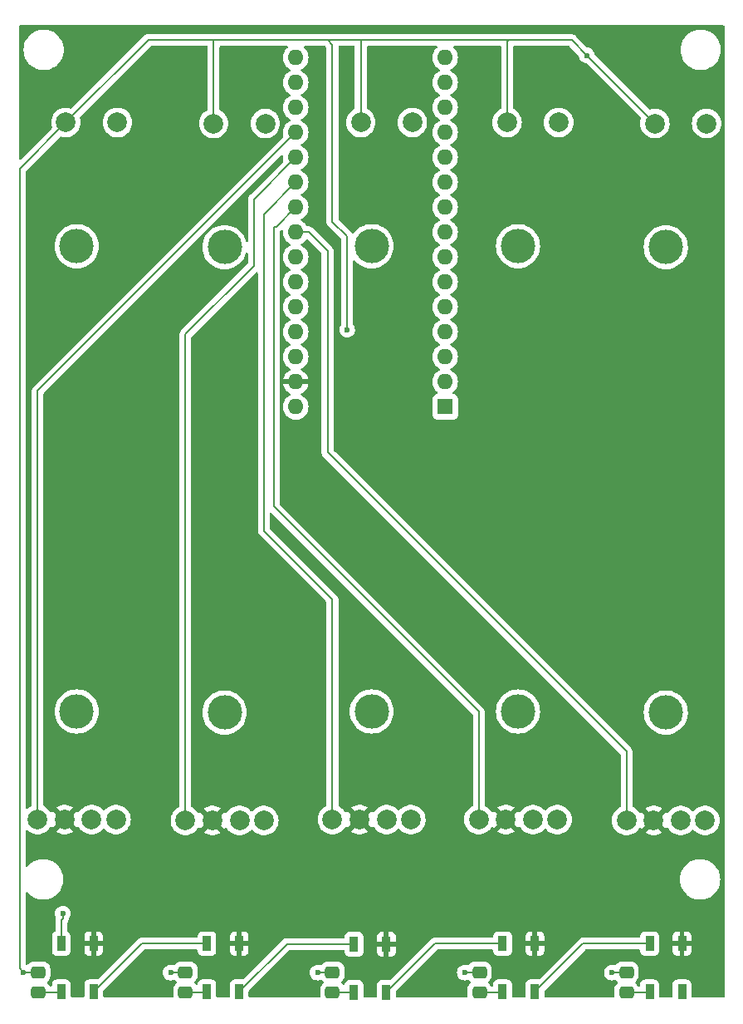
<source format=gtl>
%TF.GenerationSoftware,KiCad,Pcbnew,8.0.0*%
%TF.CreationDate,2024-07-04T13:53:23+02:00*%
%TF.ProjectId,Audio-Controller V2.0,41756469-6f2d-4436-9f6e-74726f6c6c65,rev?*%
%TF.SameCoordinates,Original*%
%TF.FileFunction,Copper,L1,Top*%
%TF.FilePolarity,Positive*%
%FSLAX46Y46*%
G04 Gerber Fmt 4.6, Leading zero omitted, Abs format (unit mm)*
G04 Created by KiCad (PCBNEW 8.0.0) date 2024-07-04 13:53:23*
%MOMM*%
%LPD*%
G01*
G04 APERTURE LIST*
G04 Aperture macros list*
%AMRoundRect*
0 Rectangle with rounded corners*
0 $1 Rounding radius*
0 $2 $3 $4 $5 $6 $7 $8 $9 X,Y pos of 4 corners*
0 Add a 4 corners polygon primitive as box body*
4,1,4,$2,$3,$4,$5,$6,$7,$8,$9,$2,$3,0*
0 Add four circle primitives for the rounded corners*
1,1,$1+$1,$2,$3*
1,1,$1+$1,$4,$5*
1,1,$1+$1,$6,$7*
1,1,$1+$1,$8,$9*
0 Add four rect primitives between the rounded corners*
20,1,$1+$1,$2,$3,$4,$5,0*
20,1,$1+$1,$4,$5,$6,$7,0*
20,1,$1+$1,$6,$7,$8,$9,0*
20,1,$1+$1,$8,$9,$2,$3,0*%
G04 Aperture macros list end*
%TA.AperFunction,SMDPad,CuDef*%
%ADD10RoundRect,0.250000X0.475000X-0.337500X0.475000X0.337500X-0.475000X0.337500X-0.475000X-0.337500X0*%
%TD*%
%TA.AperFunction,ComponentPad*%
%ADD11C,2.000000*%
%TD*%
%TA.AperFunction,ComponentPad*%
%ADD12C,3.500000*%
%TD*%
%TA.AperFunction,SMDPad,CuDef*%
%ADD13R,0.900000X1.500000*%
%TD*%
%TA.AperFunction,ComponentPad*%
%ADD14R,1.600000X1.600000*%
%TD*%
%TA.AperFunction,ComponentPad*%
%ADD15O,1.600000X1.600000*%
%TD*%
%TA.AperFunction,ViaPad*%
%ADD16C,0.600000*%
%TD*%
%TA.AperFunction,Conductor*%
%ADD17C,0.200000*%
%TD*%
G04 APERTURE END LIST*
D10*
%TO.P,C3,1*%
%TO.N,Net-(D3-VDD)*%
X80500000Y-115537500D03*
%TO.P,C3,2*%
%TO.N,+5V*%
X80500000Y-113462500D03*
%TD*%
D11*
%TO.P,Double_Slider_Potentiometer5,1,Slider*%
%TO.N,Net-(A1-A4)*%
X110500000Y-98000000D03*
%TO.P,Double_Slider_Potentiometer5,2,0Ohm*%
%TO.N,GND*%
X113262000Y-98000000D03*
%TO.P,Double_Slider_Potentiometer5,3,Slider*%
%TO.N,unconnected-(Double_Slider_Potentiometer5-Slider-Pad3)*%
X116024000Y-98000000D03*
%TO.P,Double_Slider_Potentiometer5,4,0Ohm*%
%TO.N,unconnected-(Double_Slider_Potentiometer5-0Ohm-Pad4)*%
X118500000Y-98000000D03*
%TO.P,Double_Slider_Potentiometer5,5,MaxOhm*%
%TO.N,+5V*%
X113388000Y-27000000D03*
%TO.P,Double_Slider_Potentiometer5,6,MaxOhm*%
%TO.N,unconnected-(Double_Slider_Potentiometer5-MaxOhm-Pad6)*%
X118650000Y-27000000D03*
D12*
%TO.P,Double_Slider_Potentiometer5,7*%
%TO.N,N/C*%
X114500000Y-87000000D03*
%TO.P,Double_Slider_Potentiometer5,8*%
X114500000Y-39600000D03*
%TD*%
D10*
%TO.P,C2,1*%
%TO.N,Net-(D2-VDD)*%
X65500000Y-115537500D03*
%TO.P,C2,2*%
%TO.N,+5V*%
X65500000Y-113462500D03*
%TD*%
%TO.P,C4,1*%
%TO.N,Net-(D4-VDD)*%
X95500000Y-115537500D03*
%TO.P,C4,2*%
%TO.N,+5V*%
X95500000Y-113462500D03*
%TD*%
D13*
%TO.P,D4,1,VDD*%
%TO.N,Net-(D4-VDD)*%
X97850000Y-115450000D03*
%TO.P,D4,2,DOUT*%
%TO.N,Net-(D4-DOUT)*%
X101150000Y-115450000D03*
%TO.P,D4,3,VSS*%
%TO.N,GND*%
X101150000Y-110550000D03*
%TO.P,D4,4,DIN*%
%TO.N,Net-(D3-DOUT)*%
X97850000Y-110550000D03*
%TD*%
D14*
%TO.P,A1,1,D1/TX*%
%TO.N,unconnected-(A1-D1{slash}TX-Pad1)*%
X92000000Y-55860000D03*
D15*
%TO.P,A1,2,D0/RX*%
%TO.N,unconnected-(A1-D0{slash}RX-Pad2)*%
X92000000Y-53320000D03*
%TO.P,A1,3,~{RESET}*%
%TO.N,unconnected-(A1-~{RESET}-Pad3)*%
X92000000Y-50780000D03*
%TO.P,A1,4,GND*%
%TO.N,unconnected-(A1-GND-Pad4)*%
X92000000Y-48240000D03*
%TO.P,A1,5,D2*%
%TO.N,unconnected-(A1-D2-Pad5)*%
X92000000Y-45700000D03*
%TO.P,A1,6,D3*%
%TO.N,unconnected-(A1-D3-Pad6)*%
X92000000Y-43160000D03*
%TO.P,A1,7,D4*%
%TO.N,unconnected-(A1-D4-Pad7)*%
X92000000Y-40620000D03*
%TO.P,A1,8,D5*%
%TO.N,unconnected-(A1-D5-Pad8)*%
X92000000Y-38080000D03*
%TO.P,A1,9,D6*%
%TO.N,unconnected-(A1-D6-Pad9)*%
X92000000Y-35540000D03*
%TO.P,A1,10,D7*%
%TO.N,unconnected-(A1-D7-Pad10)*%
X92000000Y-33000000D03*
%TO.P,A1,11,D8*%
%TO.N,Net-(A1-D8)*%
X92000000Y-30460000D03*
%TO.P,A1,12,D9*%
%TO.N,unconnected-(A1-D9-Pad12)*%
X92000000Y-27920000D03*
%TO.P,A1,13,D10*%
%TO.N,unconnected-(A1-D10-Pad13)*%
X92000000Y-25380000D03*
%TO.P,A1,14,D11*%
%TO.N,unconnected-(A1-D11-Pad14)*%
X92000000Y-22840000D03*
%TO.P,A1,15,D12*%
%TO.N,unconnected-(A1-D12-Pad15)*%
X92000000Y-20300000D03*
%TO.P,A1,16,D13*%
%TO.N,unconnected-(A1-D13-Pad16)*%
X76760000Y-20300000D03*
%TO.P,A1,17,3V3*%
%TO.N,unconnected-(A1-3V3-Pad17)*%
X76760000Y-22840000D03*
%TO.P,A1,18,AREF*%
%TO.N,unconnected-(A1-AREF-Pad18)*%
X76760000Y-25380000D03*
%TO.P,A1,19,A0*%
%TO.N,Net-(A1-A0)*%
X76760000Y-27920000D03*
%TO.P,A1,20,A1*%
%TO.N,Net-(A1-A1)*%
X76760000Y-30460000D03*
%TO.P,A1,21,A2*%
%TO.N,Net-(A1-A2)*%
X76760000Y-33000000D03*
%TO.P,A1,22,A3*%
%TO.N,Net-(A1-A3)*%
X76760000Y-35540000D03*
%TO.P,A1,23,A4*%
%TO.N,Net-(A1-A4)*%
X76760000Y-38080000D03*
%TO.P,A1,24,A5*%
%TO.N,unconnected-(A1-A5-Pad24)*%
X76760000Y-40620000D03*
%TO.P,A1,25,A6*%
%TO.N,unconnected-(A1-A6-Pad25)*%
X76760000Y-43160000D03*
%TO.P,A1,26,A7*%
%TO.N,unconnected-(A1-A7-Pad26)*%
X76760000Y-45700000D03*
%TO.P,A1,27,+5V*%
%TO.N,+5V*%
X76760000Y-48240000D03*
%TO.P,A1,28,~{RESET}*%
%TO.N,unconnected-(A1-~{RESET}-Pad28)*%
X76760000Y-50780000D03*
%TO.P,A1,29,GND*%
%TO.N,GND*%
X76760000Y-53320000D03*
%TO.P,A1,30,VIN*%
%TO.N,unconnected-(A1-VIN-Pad30)*%
X76760000Y-55860000D03*
%TD*%
D13*
%TO.P,D2,1,VDD*%
%TO.N,Net-(D2-VDD)*%
X67700000Y-115450000D03*
%TO.P,D2,2,DOUT*%
%TO.N,Net-(D2-DOUT)*%
X71000000Y-115450000D03*
%TO.P,D2,3,VSS*%
%TO.N,GND*%
X71000000Y-110550000D03*
%TO.P,D2,4,DIN*%
%TO.N,Net-(D1-DOUT)*%
X67700000Y-110550000D03*
%TD*%
%TO.P,D3,1,VDD*%
%TO.N,Net-(D3-VDD)*%
X82700000Y-115500000D03*
%TO.P,D3,2,DOUT*%
%TO.N,Net-(D3-DOUT)*%
X86000000Y-115500000D03*
%TO.P,D3,3,VSS*%
%TO.N,GND*%
X86000000Y-110600000D03*
%TO.P,D3,4,DIN*%
%TO.N,Net-(D2-DOUT)*%
X82700000Y-110600000D03*
%TD*%
D10*
%TO.P,C5,1*%
%TO.N,Net-(D5-VDD)*%
X110500000Y-115537500D03*
%TO.P,C5,2*%
%TO.N,+5V*%
X110500000Y-113462500D03*
%TD*%
D11*
%TO.P,Double_Slider_Potentiometer2,1,Slider*%
%TO.N,Net-(A1-A1)*%
X65500000Y-98000000D03*
%TO.P,Double_Slider_Potentiometer2,2,0Ohm*%
%TO.N,GND*%
X68262000Y-98000000D03*
%TO.P,Double_Slider_Potentiometer2,3,Slider*%
%TO.N,unconnected-(Double_Slider_Potentiometer2-Slider-Pad3)*%
X71024000Y-98000000D03*
%TO.P,Double_Slider_Potentiometer2,4,0Ohm*%
%TO.N,unconnected-(Double_Slider_Potentiometer2-0Ohm-Pad4)*%
X73500000Y-98000000D03*
%TO.P,Double_Slider_Potentiometer2,5,MaxOhm*%
%TO.N,+5V*%
X68388000Y-27000000D03*
%TO.P,Double_Slider_Potentiometer2,6,MaxOhm*%
%TO.N,unconnected-(Double_Slider_Potentiometer2-MaxOhm-Pad6)*%
X73650000Y-27000000D03*
D12*
%TO.P,Double_Slider_Potentiometer2,7*%
%TO.N,N/C*%
X69500000Y-87000000D03*
%TO.P,Double_Slider_Potentiometer2,8*%
X69500000Y-39600000D03*
%TD*%
D11*
%TO.P,Double_Slider_Potentiometer1,1,Slider*%
%TO.N,Net-(A1-A0)*%
X50425000Y-97900000D03*
%TO.P,Double_Slider_Potentiometer1,2,0Ohm*%
%TO.N,GND*%
X53187000Y-97900000D03*
%TO.P,Double_Slider_Potentiometer1,3,Slider*%
%TO.N,unconnected-(Double_Slider_Potentiometer1-Slider-Pad3)*%
X55949000Y-97900000D03*
%TO.P,Double_Slider_Potentiometer1,4,0Ohm*%
%TO.N,unconnected-(Double_Slider_Potentiometer1-0Ohm-Pad4)*%
X58425000Y-97900000D03*
%TO.P,Double_Slider_Potentiometer1,5,MaxOhm*%
%TO.N,+5V*%
X53313000Y-26900000D03*
%TO.P,Double_Slider_Potentiometer1,6,MaxOhm*%
%TO.N,unconnected-(Double_Slider_Potentiometer1-MaxOhm-Pad6)*%
X58575000Y-26900000D03*
D12*
%TO.P,Double_Slider_Potentiometer1,7*%
%TO.N,N/C*%
X54425000Y-86900000D03*
%TO.P,Double_Slider_Potentiometer1,8*%
X54425000Y-39500000D03*
%TD*%
D13*
%TO.P,D1,1,VDD*%
%TO.N,Net-(D1-VDD)*%
X52850000Y-115450000D03*
%TO.P,D1,2,DOUT*%
%TO.N,Net-(D1-DOUT)*%
X56150000Y-115450000D03*
%TO.P,D1,3,VSS*%
%TO.N,GND*%
X56150000Y-110550000D03*
%TO.P,D1,4,DIN*%
%TO.N,Net-(A1-D8)*%
X52850000Y-110550000D03*
%TD*%
%TO.P,D5,1,VDD*%
%TO.N,Net-(D5-VDD)*%
X112850000Y-115450000D03*
%TO.P,D5,2,DOUT*%
%TO.N,unconnected-(D5-DOUT-Pad2)*%
X116150000Y-115450000D03*
%TO.P,D5,3,VSS*%
%TO.N,GND*%
X116150000Y-110550000D03*
%TO.P,D5,4,DIN*%
%TO.N,Net-(D4-DOUT)*%
X112850000Y-110550000D03*
%TD*%
D11*
%TO.P,Double_Slider_Potentiometer4,1,Slider*%
%TO.N,Net-(A1-A3)*%
X95425000Y-97900000D03*
%TO.P,Double_Slider_Potentiometer4,2,0Ohm*%
%TO.N,GND*%
X98187000Y-97900000D03*
%TO.P,Double_Slider_Potentiometer4,3,Slider*%
%TO.N,unconnected-(Double_Slider_Potentiometer4-Slider-Pad3)*%
X100949000Y-97900000D03*
%TO.P,Double_Slider_Potentiometer4,4,0Ohm*%
%TO.N,unconnected-(Double_Slider_Potentiometer4-0Ohm-Pad4)*%
X103425000Y-97900000D03*
%TO.P,Double_Slider_Potentiometer4,5,MaxOhm*%
%TO.N,+5V*%
X98313000Y-26900000D03*
%TO.P,Double_Slider_Potentiometer4,6,MaxOhm*%
%TO.N,unconnected-(Double_Slider_Potentiometer4-MaxOhm-Pad6)*%
X103575000Y-26900000D03*
D12*
%TO.P,Double_Slider_Potentiometer4,7*%
%TO.N,N/C*%
X99425000Y-86900000D03*
%TO.P,Double_Slider_Potentiometer4,8*%
X99425000Y-39500000D03*
%TD*%
D10*
%TO.P,C1,1*%
%TO.N,Net-(D1-VDD)*%
X50500000Y-115537500D03*
%TO.P,C1,2*%
%TO.N,+5V*%
X50500000Y-113462500D03*
%TD*%
D11*
%TO.P,Double_Slider_Potentiometer3,1,Slider*%
%TO.N,Net-(A1-A2)*%
X80500000Y-97900000D03*
%TO.P,Double_Slider_Potentiometer3,2,0Ohm*%
%TO.N,GND*%
X83262000Y-97900000D03*
%TO.P,Double_Slider_Potentiometer3,3,Slider*%
%TO.N,unconnected-(Double_Slider_Potentiometer3-Slider-Pad3)*%
X86024000Y-97900000D03*
%TO.P,Double_Slider_Potentiometer3,4,0Ohm*%
%TO.N,unconnected-(Double_Slider_Potentiometer3-0Ohm-Pad4)*%
X88500000Y-97900000D03*
%TO.P,Double_Slider_Potentiometer3,5,MaxOhm*%
%TO.N,+5V*%
X83388000Y-26900000D03*
%TO.P,Double_Slider_Potentiometer3,6,MaxOhm*%
%TO.N,unconnected-(Double_Slider_Potentiometer3-MaxOhm-Pad6)*%
X88650000Y-26900000D03*
D12*
%TO.P,Double_Slider_Potentiometer3,7*%
%TO.N,N/C*%
X84500000Y-86900000D03*
%TO.P,Double_Slider_Potentiometer3,8*%
X84500000Y-39500000D03*
%TD*%
D16*
%TO.N,GND*%
X62000000Y-31500000D03*
%TO.N,Net-(A1-D8)*%
X53000000Y-107500000D03*
%TO.N,+5V*%
X79000000Y-113500000D03*
X49000000Y-113500000D03*
X94000000Y-113500000D03*
X64000000Y-113500000D03*
X82000000Y-48000000D03*
X109000000Y-113500000D03*
X106444000Y-20056000D03*
%TD*%
D17*
%TO.N,Net-(A1-A4)*%
X110500000Y-91000000D02*
X80000000Y-60500000D01*
X78080000Y-38080000D02*
X76760000Y-38080000D01*
X80000000Y-40000000D02*
X78080000Y-38080000D01*
X110500000Y-98000000D02*
X110500000Y-91000000D01*
X80000000Y-60500000D02*
X80000000Y-40000000D01*
%TO.N,Net-(A1-A1)*%
X72500000Y-41500000D02*
X72500000Y-34720000D01*
X65500000Y-98000000D02*
X65500000Y-48500000D01*
X72500000Y-34720000D02*
X76760000Y-30460000D01*
X65500000Y-48500000D02*
X72500000Y-41500000D01*
%TO.N,Net-(A1-A0)*%
X50425000Y-54255000D02*
X76760000Y-27920000D01*
X50425000Y-97900000D02*
X50425000Y-54255000D01*
%TO.N,Net-(A1-D8)*%
X53000000Y-107500000D02*
X53000000Y-108000000D01*
X53000000Y-108000000D02*
X52850000Y-108150000D01*
X52850000Y-108150000D02*
X52850000Y-110550000D01*
%TO.N,Net-(A1-A2)*%
X73500000Y-36260000D02*
X76760000Y-33000000D01*
X80500000Y-97900000D02*
X80100000Y-97900000D01*
X80100000Y-97900000D02*
X80000000Y-98000000D01*
X80500000Y-97900000D02*
X80500000Y-75500000D01*
X73500000Y-68500000D02*
X73500000Y-36260000D01*
X80500000Y-75500000D02*
X73500000Y-68500000D01*
%TO.N,Net-(A1-A3)*%
X95425000Y-86925000D02*
X95425000Y-97900000D01*
X74500000Y-37500000D02*
X74500000Y-66000000D01*
X76760000Y-35540000D02*
X74800000Y-37500000D01*
X74500000Y-66000000D02*
X95425000Y-86925000D01*
X74800000Y-37500000D02*
X74500000Y-37500000D01*
%TO.N,+5V*%
X50462500Y-113500000D02*
X50500000Y-113462500D01*
X95462500Y-113500000D02*
X95500000Y-113462500D01*
X48600000Y-31613000D02*
X48600000Y-113100000D01*
X110462500Y-113500000D02*
X110500000Y-113462500D01*
X106444000Y-20056000D02*
X113388000Y-27000000D01*
X68388000Y-27000000D02*
X68388000Y-18612000D01*
X83388000Y-18612000D02*
X83500000Y-18500000D01*
X98500000Y-18500000D02*
X104888000Y-18500000D01*
X64000000Y-113500000D02*
X65462500Y-113500000D01*
X83388000Y-26900000D02*
X83388000Y-18612000D01*
X83500000Y-18500000D02*
X98500000Y-18500000D01*
X68500000Y-18500000D02*
X80000000Y-18500000D01*
X109000000Y-113500000D02*
X110462500Y-113500000D01*
X98313000Y-18687000D02*
X98500000Y-18500000D01*
X49000000Y-113500000D02*
X50462500Y-113500000D01*
X80462500Y-113500000D02*
X80500000Y-113462500D01*
X68388000Y-18612000D02*
X68500000Y-18500000D01*
X53313000Y-26900000D02*
X48600000Y-31613000D01*
X79000000Y-113500000D02*
X80462500Y-113500000D01*
X48600000Y-113100000D02*
X49000000Y-113500000D01*
X80000000Y-18500000D02*
X83500000Y-18500000D01*
X98313000Y-26900000D02*
X98313000Y-18687000D01*
X80500000Y-37000000D02*
X80500000Y-19000000D01*
X65462500Y-113500000D02*
X65500000Y-113462500D01*
X94000000Y-113500000D02*
X95462500Y-113500000D01*
X104888000Y-18500000D02*
X106444000Y-20056000D01*
X80500000Y-19000000D02*
X80000000Y-18500000D01*
X82000000Y-38500000D02*
X80500000Y-37000000D01*
X82000000Y-48000000D02*
X82000000Y-38500000D01*
X53313000Y-26900000D02*
X61713000Y-18500000D01*
X61713000Y-18500000D02*
X68500000Y-18500000D01*
%TO.N,Net-(D1-VDD)*%
X50500000Y-115537500D02*
X52762500Y-115537500D01*
X52762500Y-115537500D02*
X52850000Y-115450000D01*
%TO.N,Net-(D2-VDD)*%
X67612500Y-115537500D02*
X67700000Y-115450000D01*
X65500000Y-115537500D02*
X67612500Y-115537500D01*
%TO.N,Net-(D3-VDD)*%
X80500000Y-115537500D02*
X82662500Y-115537500D01*
X82662500Y-115537500D02*
X82700000Y-115500000D01*
%TO.N,Net-(D4-VDD)*%
X97762500Y-115537500D02*
X97850000Y-115450000D01*
X95500000Y-115537500D02*
X97762500Y-115537500D01*
%TO.N,Net-(D5-VDD)*%
X112762500Y-115537500D02*
X112850000Y-115450000D01*
X110500000Y-115537500D02*
X112762500Y-115537500D01*
%TO.N,Net-(D1-DOUT)*%
X56150000Y-115450000D02*
X61050000Y-110550000D01*
X61050000Y-110550000D02*
X67700000Y-110550000D01*
%TO.N,Net-(D2-DOUT)*%
X75850000Y-110600000D02*
X82700000Y-110600000D01*
X71000000Y-115450000D02*
X75850000Y-110600000D01*
%TO.N,Net-(D3-DOUT)*%
X86000000Y-115500000D02*
X90950000Y-110550000D01*
X90950000Y-110550000D02*
X97850000Y-110550000D01*
%TO.N,Net-(D4-DOUT)*%
X101150000Y-115450000D02*
X106050000Y-110550000D01*
X106050000Y-110550000D02*
X112850000Y-110550000D01*
%TD*%
%TA.AperFunction,Conductor*%
%TO.N,GND*%
G36*
X120442539Y-17020185D02*
G01*
X120488294Y-17072989D01*
X120499500Y-17124500D01*
X120499500Y-115875500D01*
X120479815Y-115942539D01*
X120427011Y-115988294D01*
X120375500Y-115999500D01*
X117224500Y-115999500D01*
X117157461Y-115979815D01*
X117111706Y-115927011D01*
X117100500Y-115875500D01*
X117100499Y-114652129D01*
X117100498Y-114652123D01*
X117100497Y-114652116D01*
X117094091Y-114592517D01*
X117065248Y-114515186D01*
X117043797Y-114457671D01*
X117043793Y-114457664D01*
X116957547Y-114342455D01*
X116957544Y-114342452D01*
X116842335Y-114256206D01*
X116842328Y-114256202D01*
X116707482Y-114205908D01*
X116707483Y-114205908D01*
X116647883Y-114199501D01*
X116647881Y-114199500D01*
X116647873Y-114199500D01*
X116647864Y-114199500D01*
X115652129Y-114199500D01*
X115652123Y-114199501D01*
X115592516Y-114205908D01*
X115457671Y-114256202D01*
X115457664Y-114256206D01*
X115342455Y-114342452D01*
X115342452Y-114342455D01*
X115256206Y-114457664D01*
X115256202Y-114457671D01*
X115205908Y-114592517D01*
X115200533Y-114642516D01*
X115199500Y-114652127D01*
X115199500Y-115312415D01*
X115199501Y-115875500D01*
X115179816Y-115942539D01*
X115127013Y-115988294D01*
X115075501Y-115999500D01*
X113924500Y-115999500D01*
X113857461Y-115979815D01*
X113811706Y-115927011D01*
X113800500Y-115875500D01*
X113800499Y-114652129D01*
X113800498Y-114652123D01*
X113800497Y-114652116D01*
X113794091Y-114592517D01*
X113765248Y-114515186D01*
X113743797Y-114457671D01*
X113743793Y-114457664D01*
X113657547Y-114342455D01*
X113657544Y-114342452D01*
X113542335Y-114256206D01*
X113542328Y-114256202D01*
X113407482Y-114205908D01*
X113407483Y-114205908D01*
X113347883Y-114199501D01*
X113347881Y-114199500D01*
X113347873Y-114199500D01*
X113347864Y-114199500D01*
X112352129Y-114199500D01*
X112352123Y-114199501D01*
X112292516Y-114205908D01*
X112157671Y-114256202D01*
X112157664Y-114256206D01*
X112042455Y-114342452D01*
X112042452Y-114342455D01*
X111956206Y-114457664D01*
X111956202Y-114457671D01*
X111905908Y-114592517D01*
X111900533Y-114642516D01*
X111899501Y-114652123D01*
X111899500Y-114652135D01*
X111899500Y-114813000D01*
X111879815Y-114880039D01*
X111827011Y-114925794D01*
X111775500Y-114937000D01*
X111763768Y-114937000D01*
X111696729Y-114917315D01*
X111658229Y-114878097D01*
X111567712Y-114731344D01*
X111443656Y-114607288D01*
X111440819Y-114605538D01*
X111439283Y-114603830D01*
X111437989Y-114602807D01*
X111438163Y-114602585D01*
X111394096Y-114553594D01*
X111382872Y-114484632D01*
X111410713Y-114420549D01*
X111440817Y-114394462D01*
X111443656Y-114392712D01*
X111567712Y-114268656D01*
X111659814Y-114119334D01*
X111714999Y-113952797D01*
X111725500Y-113850009D01*
X111725499Y-113074992D01*
X111714999Y-112972203D01*
X111659814Y-112805666D01*
X111567712Y-112656344D01*
X111443656Y-112532288D01*
X111294334Y-112440186D01*
X111127797Y-112385001D01*
X111127795Y-112385000D01*
X111025010Y-112374500D01*
X109974998Y-112374500D01*
X109974980Y-112374501D01*
X109872203Y-112385000D01*
X109872200Y-112385001D01*
X109705668Y-112440185D01*
X109705663Y-112440187D01*
X109556342Y-112532289D01*
X109432288Y-112656343D01*
X109432285Y-112656347D01*
X109410157Y-112692223D01*
X109358210Y-112738948D01*
X109289247Y-112750169D01*
X109263664Y-112744168D01*
X109179254Y-112714631D01*
X109179249Y-112714630D01*
X109000004Y-112694435D01*
X108999996Y-112694435D01*
X108820750Y-112714630D01*
X108820745Y-112714631D01*
X108650476Y-112774211D01*
X108497737Y-112870184D01*
X108370184Y-112997737D01*
X108274211Y-113150476D01*
X108214631Y-113320745D01*
X108214630Y-113320750D01*
X108194435Y-113499996D01*
X108194435Y-113500003D01*
X108214630Y-113679249D01*
X108214631Y-113679254D01*
X108274211Y-113849523D01*
X108274521Y-113850016D01*
X108370184Y-114002262D01*
X108497738Y-114129816D01*
X108550838Y-114163181D01*
X108630412Y-114213181D01*
X108650478Y-114225789D01*
X108737399Y-114256204D01*
X108820745Y-114285368D01*
X108820750Y-114285369D01*
X108999996Y-114305565D01*
X109000000Y-114305565D01*
X109000004Y-114305565D01*
X109179249Y-114285369D01*
X109179252Y-114285368D01*
X109179255Y-114285368D01*
X109179256Y-114285367D01*
X109179259Y-114285367D01*
X109227015Y-114268656D01*
X109305537Y-114241179D01*
X109375314Y-114237617D01*
X109434172Y-114270540D01*
X109556346Y-114392714D01*
X109559182Y-114394463D01*
X109560717Y-114396170D01*
X109562011Y-114397193D01*
X109561836Y-114397414D01*
X109605905Y-114446411D01*
X109617126Y-114515374D01*
X109589282Y-114579456D01*
X109559182Y-114605537D01*
X109556346Y-114607285D01*
X109432289Y-114731342D01*
X109340187Y-114880663D01*
X109340186Y-114880666D01*
X109285001Y-115047203D01*
X109285001Y-115047204D01*
X109285000Y-115047204D01*
X109274500Y-115149983D01*
X109274500Y-115149996D01*
X109274501Y-115875500D01*
X109254817Y-115942539D01*
X109202013Y-115988294D01*
X109150501Y-115999500D01*
X102224500Y-115999500D01*
X102157461Y-115979815D01*
X102111706Y-115927011D01*
X102100500Y-115875500D01*
X102100499Y-115400096D01*
X102120183Y-115333057D01*
X102136813Y-115312420D01*
X106262416Y-111186819D01*
X106323739Y-111153334D01*
X106350097Y-111150500D01*
X111775501Y-111150500D01*
X111842540Y-111170185D01*
X111888295Y-111222989D01*
X111899501Y-111274500D01*
X111899501Y-111347876D01*
X111905908Y-111407483D01*
X111956202Y-111542328D01*
X111956206Y-111542335D01*
X112042452Y-111657544D01*
X112042455Y-111657547D01*
X112157664Y-111743793D01*
X112157671Y-111743797D01*
X112292517Y-111794091D01*
X112292516Y-111794091D01*
X112299444Y-111794835D01*
X112352127Y-111800500D01*
X113347872Y-111800499D01*
X113407483Y-111794091D01*
X113542331Y-111743796D01*
X113657546Y-111657546D01*
X113743796Y-111542331D01*
X113794091Y-111407483D01*
X113800500Y-111347873D01*
X113800499Y-110800000D01*
X115200000Y-110800000D01*
X115200000Y-111347844D01*
X115206401Y-111407372D01*
X115206403Y-111407379D01*
X115256645Y-111542086D01*
X115256649Y-111542093D01*
X115342809Y-111657187D01*
X115342812Y-111657190D01*
X115457906Y-111743350D01*
X115457913Y-111743354D01*
X115592620Y-111793596D01*
X115592627Y-111793598D01*
X115652155Y-111799999D01*
X115652172Y-111800000D01*
X115900000Y-111800000D01*
X115900000Y-110800000D01*
X116400000Y-110800000D01*
X116400000Y-111800000D01*
X116647828Y-111800000D01*
X116647844Y-111799999D01*
X116707372Y-111793598D01*
X116707379Y-111793596D01*
X116842086Y-111743354D01*
X116842093Y-111743350D01*
X116957187Y-111657190D01*
X116957190Y-111657187D01*
X117043350Y-111542093D01*
X117043354Y-111542086D01*
X117093596Y-111407379D01*
X117093598Y-111407372D01*
X117099999Y-111347844D01*
X117100000Y-111347827D01*
X117100000Y-110800000D01*
X116400000Y-110800000D01*
X115900000Y-110800000D01*
X115200000Y-110800000D01*
X113800499Y-110800000D01*
X113800499Y-110300000D01*
X115200000Y-110300000D01*
X115900000Y-110300000D01*
X115900000Y-109300000D01*
X116400000Y-109300000D01*
X116400000Y-110300000D01*
X117100000Y-110300000D01*
X117100000Y-109752172D01*
X117099999Y-109752155D01*
X117093598Y-109692627D01*
X117093596Y-109692620D01*
X117043354Y-109557913D01*
X117043350Y-109557906D01*
X116957190Y-109442812D01*
X116957187Y-109442809D01*
X116842093Y-109356649D01*
X116842086Y-109356645D01*
X116707379Y-109306403D01*
X116707372Y-109306401D01*
X116647844Y-109300000D01*
X116400000Y-109300000D01*
X115900000Y-109300000D01*
X115652155Y-109300000D01*
X115592627Y-109306401D01*
X115592620Y-109306403D01*
X115457913Y-109356645D01*
X115457906Y-109356649D01*
X115342812Y-109442809D01*
X115342809Y-109442812D01*
X115256649Y-109557906D01*
X115256645Y-109557913D01*
X115206403Y-109692620D01*
X115206401Y-109692627D01*
X115200000Y-109752155D01*
X115200000Y-110300000D01*
X113800499Y-110300000D01*
X113800499Y-109752128D01*
X113794091Y-109692517D01*
X113743884Y-109557906D01*
X113743797Y-109557671D01*
X113743793Y-109557664D01*
X113657547Y-109442455D01*
X113657544Y-109442452D01*
X113542335Y-109356206D01*
X113542328Y-109356202D01*
X113407482Y-109305908D01*
X113407483Y-109305908D01*
X113347883Y-109299501D01*
X113347881Y-109299500D01*
X113347873Y-109299500D01*
X113347864Y-109299500D01*
X112352129Y-109299500D01*
X112352123Y-109299501D01*
X112292516Y-109305908D01*
X112157671Y-109356202D01*
X112157664Y-109356206D01*
X112042455Y-109442452D01*
X112042452Y-109442455D01*
X111956206Y-109557664D01*
X111956202Y-109557671D01*
X111905908Y-109692517D01*
X111900533Y-109742516D01*
X111899501Y-109752123D01*
X111899500Y-109752135D01*
X111899500Y-109825500D01*
X111879815Y-109892539D01*
X111827011Y-109938294D01*
X111775500Y-109949500D01*
X105970940Y-109949500D01*
X105930019Y-109960464D01*
X105930019Y-109960465D01*
X105892751Y-109970451D01*
X105818214Y-109990423D01*
X105818209Y-109990426D01*
X105681290Y-110069475D01*
X105681282Y-110069481D01*
X105569478Y-110181286D01*
X101587582Y-114163181D01*
X101526259Y-114196666D01*
X101499901Y-114199500D01*
X100652129Y-114199500D01*
X100652123Y-114199501D01*
X100592516Y-114205908D01*
X100457671Y-114256202D01*
X100457664Y-114256206D01*
X100342455Y-114342452D01*
X100342452Y-114342455D01*
X100256206Y-114457664D01*
X100256202Y-114457671D01*
X100205908Y-114592517D01*
X100200533Y-114642516D01*
X100199500Y-114652127D01*
X100199500Y-115312415D01*
X100199501Y-115875500D01*
X100179816Y-115942539D01*
X100127013Y-115988294D01*
X100075501Y-115999500D01*
X98924500Y-115999500D01*
X98857461Y-115979815D01*
X98811706Y-115927011D01*
X98800500Y-115875500D01*
X98800499Y-114652129D01*
X98800498Y-114652123D01*
X98800497Y-114652116D01*
X98794091Y-114592517D01*
X98765248Y-114515186D01*
X98743797Y-114457671D01*
X98743793Y-114457664D01*
X98657547Y-114342455D01*
X98657544Y-114342452D01*
X98542335Y-114256206D01*
X98542328Y-114256202D01*
X98407482Y-114205908D01*
X98407483Y-114205908D01*
X98347883Y-114199501D01*
X98347881Y-114199500D01*
X98347873Y-114199500D01*
X98347864Y-114199500D01*
X97352129Y-114199500D01*
X97352123Y-114199501D01*
X97292516Y-114205908D01*
X97157671Y-114256202D01*
X97157664Y-114256206D01*
X97042455Y-114342452D01*
X97042452Y-114342455D01*
X96956206Y-114457664D01*
X96956202Y-114457671D01*
X96905908Y-114592517D01*
X96900533Y-114642516D01*
X96899501Y-114652123D01*
X96899500Y-114652135D01*
X96899500Y-114813000D01*
X96879815Y-114880039D01*
X96827011Y-114925794D01*
X96775500Y-114937000D01*
X96763768Y-114937000D01*
X96696729Y-114917315D01*
X96658229Y-114878097D01*
X96567712Y-114731344D01*
X96443656Y-114607288D01*
X96440819Y-114605538D01*
X96439283Y-114603830D01*
X96437989Y-114602807D01*
X96438163Y-114602585D01*
X96394096Y-114553594D01*
X96382872Y-114484632D01*
X96410713Y-114420549D01*
X96440817Y-114394462D01*
X96443656Y-114392712D01*
X96567712Y-114268656D01*
X96659814Y-114119334D01*
X96714999Y-113952797D01*
X96725500Y-113850009D01*
X96725499Y-113074992D01*
X96714999Y-112972203D01*
X96659814Y-112805666D01*
X96567712Y-112656344D01*
X96443656Y-112532288D01*
X96294334Y-112440186D01*
X96127797Y-112385001D01*
X96127795Y-112385000D01*
X96025010Y-112374500D01*
X94974998Y-112374500D01*
X94974980Y-112374501D01*
X94872203Y-112385000D01*
X94872200Y-112385001D01*
X94705668Y-112440185D01*
X94705663Y-112440187D01*
X94556342Y-112532289D01*
X94432288Y-112656343D01*
X94432285Y-112656347D01*
X94410157Y-112692223D01*
X94358210Y-112738948D01*
X94289247Y-112750169D01*
X94263664Y-112744168D01*
X94179254Y-112714631D01*
X94179249Y-112714630D01*
X94000004Y-112694435D01*
X93999996Y-112694435D01*
X93820750Y-112714630D01*
X93820745Y-112714631D01*
X93650476Y-112774211D01*
X93497737Y-112870184D01*
X93370184Y-112997737D01*
X93274211Y-113150476D01*
X93214631Y-113320745D01*
X93214630Y-113320750D01*
X93194435Y-113499996D01*
X93194435Y-113500003D01*
X93214630Y-113679249D01*
X93214631Y-113679254D01*
X93274211Y-113849523D01*
X93274521Y-113850016D01*
X93370184Y-114002262D01*
X93497738Y-114129816D01*
X93550838Y-114163181D01*
X93630412Y-114213181D01*
X93650478Y-114225789D01*
X93737399Y-114256204D01*
X93820745Y-114285368D01*
X93820750Y-114285369D01*
X93999996Y-114305565D01*
X94000000Y-114305565D01*
X94000004Y-114305565D01*
X94179249Y-114285369D01*
X94179252Y-114285368D01*
X94179255Y-114285368D01*
X94179256Y-114285367D01*
X94179259Y-114285367D01*
X94227015Y-114268656D01*
X94305537Y-114241179D01*
X94375314Y-114237617D01*
X94434172Y-114270540D01*
X94556346Y-114392714D01*
X94559182Y-114394463D01*
X94560717Y-114396170D01*
X94562011Y-114397193D01*
X94561836Y-114397414D01*
X94605905Y-114446411D01*
X94617126Y-114515374D01*
X94589282Y-114579456D01*
X94559182Y-114605537D01*
X94556346Y-114607285D01*
X94432289Y-114731342D01*
X94340187Y-114880663D01*
X94340186Y-114880666D01*
X94285001Y-115047203D01*
X94285001Y-115047204D01*
X94285000Y-115047204D01*
X94274500Y-115149983D01*
X94274500Y-115149996D01*
X94274501Y-115875500D01*
X94254817Y-115942539D01*
X94202013Y-115988294D01*
X94150501Y-115999500D01*
X87074500Y-115999500D01*
X87007461Y-115979815D01*
X86961706Y-115927011D01*
X86950500Y-115875500D01*
X86950499Y-115450096D01*
X86970183Y-115383057D01*
X86986813Y-115362420D01*
X91162416Y-111186819D01*
X91223739Y-111153334D01*
X91250097Y-111150500D01*
X96775501Y-111150500D01*
X96842540Y-111170185D01*
X96888295Y-111222989D01*
X96899501Y-111274500D01*
X96899501Y-111347876D01*
X96905908Y-111407483D01*
X96956202Y-111542328D01*
X96956206Y-111542335D01*
X97042452Y-111657544D01*
X97042455Y-111657547D01*
X97157664Y-111743793D01*
X97157671Y-111743797D01*
X97292517Y-111794091D01*
X97292516Y-111794091D01*
X97299444Y-111794835D01*
X97352127Y-111800500D01*
X98347872Y-111800499D01*
X98407483Y-111794091D01*
X98542331Y-111743796D01*
X98657546Y-111657546D01*
X98743796Y-111542331D01*
X98794091Y-111407483D01*
X98800500Y-111347873D01*
X98800499Y-110800000D01*
X100200000Y-110800000D01*
X100200000Y-111347844D01*
X100206401Y-111407372D01*
X100206403Y-111407379D01*
X100256645Y-111542086D01*
X100256649Y-111542093D01*
X100342809Y-111657187D01*
X100342812Y-111657190D01*
X100457906Y-111743350D01*
X100457913Y-111743354D01*
X100592620Y-111793596D01*
X100592627Y-111793598D01*
X100652155Y-111799999D01*
X100652172Y-111800000D01*
X100900000Y-111800000D01*
X100900000Y-110800000D01*
X101400000Y-110800000D01*
X101400000Y-111800000D01*
X101647828Y-111800000D01*
X101647844Y-111799999D01*
X101707372Y-111793598D01*
X101707379Y-111793596D01*
X101842086Y-111743354D01*
X101842093Y-111743350D01*
X101957187Y-111657190D01*
X101957190Y-111657187D01*
X102043350Y-111542093D01*
X102043354Y-111542086D01*
X102093596Y-111407379D01*
X102093598Y-111407372D01*
X102099999Y-111347844D01*
X102100000Y-111347827D01*
X102100000Y-110800000D01*
X101400000Y-110800000D01*
X100900000Y-110800000D01*
X100200000Y-110800000D01*
X98800499Y-110800000D01*
X98800499Y-110300000D01*
X100200000Y-110300000D01*
X100900000Y-110300000D01*
X100900000Y-109300000D01*
X101400000Y-109300000D01*
X101400000Y-110300000D01*
X102100000Y-110300000D01*
X102100000Y-109752172D01*
X102099999Y-109752155D01*
X102093598Y-109692627D01*
X102093596Y-109692620D01*
X102043354Y-109557913D01*
X102043350Y-109557906D01*
X101957190Y-109442812D01*
X101957187Y-109442809D01*
X101842093Y-109356649D01*
X101842086Y-109356645D01*
X101707379Y-109306403D01*
X101707372Y-109306401D01*
X101647844Y-109300000D01*
X101400000Y-109300000D01*
X100900000Y-109300000D01*
X100652155Y-109300000D01*
X100592627Y-109306401D01*
X100592620Y-109306403D01*
X100457913Y-109356645D01*
X100457906Y-109356649D01*
X100342812Y-109442809D01*
X100342809Y-109442812D01*
X100256649Y-109557906D01*
X100256645Y-109557913D01*
X100206403Y-109692620D01*
X100206401Y-109692627D01*
X100200000Y-109752155D01*
X100200000Y-110300000D01*
X98800499Y-110300000D01*
X98800499Y-109752128D01*
X98794091Y-109692517D01*
X98743884Y-109557906D01*
X98743797Y-109557671D01*
X98743793Y-109557664D01*
X98657547Y-109442455D01*
X98657544Y-109442452D01*
X98542335Y-109356206D01*
X98542328Y-109356202D01*
X98407482Y-109305908D01*
X98407483Y-109305908D01*
X98347883Y-109299501D01*
X98347881Y-109299500D01*
X98347873Y-109299500D01*
X98347864Y-109299500D01*
X97352129Y-109299500D01*
X97352123Y-109299501D01*
X97292516Y-109305908D01*
X97157671Y-109356202D01*
X97157664Y-109356206D01*
X97042455Y-109442452D01*
X97042452Y-109442455D01*
X96956206Y-109557664D01*
X96956202Y-109557671D01*
X96905908Y-109692517D01*
X96900533Y-109742516D01*
X96899501Y-109752123D01*
X96899500Y-109752135D01*
X96899500Y-109825500D01*
X96879815Y-109892539D01*
X96827011Y-109938294D01*
X96775500Y-109949500D01*
X91029057Y-109949500D01*
X90870943Y-109949500D01*
X90718215Y-109990423D01*
X90718214Y-109990423D01*
X90718212Y-109990424D01*
X90718209Y-109990425D01*
X90668096Y-110019359D01*
X90668095Y-110019360D01*
X90631613Y-110040423D01*
X90581285Y-110069479D01*
X90581282Y-110069481D01*
X90469478Y-110181286D01*
X86437582Y-114213181D01*
X86376259Y-114246666D01*
X86349901Y-114249500D01*
X85502129Y-114249500D01*
X85502123Y-114249501D01*
X85442516Y-114255908D01*
X85307671Y-114306202D01*
X85307664Y-114306206D01*
X85192455Y-114392452D01*
X85192452Y-114392455D01*
X85106206Y-114507664D01*
X85106202Y-114507671D01*
X85055908Y-114642517D01*
X85049501Y-114702116D01*
X85049500Y-114702127D01*
X85049500Y-115348735D01*
X85049501Y-115875500D01*
X85029816Y-115942539D01*
X84977013Y-115988294D01*
X84925501Y-115999500D01*
X83774500Y-115999500D01*
X83707461Y-115979815D01*
X83661706Y-115927011D01*
X83650500Y-115875500D01*
X83650499Y-114702129D01*
X83650498Y-114702123D01*
X83650497Y-114702116D01*
X83644091Y-114642517D01*
X83630952Y-114607290D01*
X83593797Y-114507671D01*
X83593793Y-114507664D01*
X83507547Y-114392455D01*
X83507544Y-114392452D01*
X83392335Y-114306206D01*
X83392328Y-114306202D01*
X83257482Y-114255908D01*
X83257483Y-114255908D01*
X83197883Y-114249501D01*
X83197881Y-114249500D01*
X83197873Y-114249500D01*
X83197864Y-114249500D01*
X82202129Y-114249500D01*
X82202123Y-114249501D01*
X82142516Y-114255908D01*
X82007671Y-114306202D01*
X82007664Y-114306206D01*
X81892455Y-114392452D01*
X81892452Y-114392455D01*
X81806206Y-114507664D01*
X81806202Y-114507671D01*
X81755908Y-114642517D01*
X81754126Y-114650062D01*
X81750860Y-114649290D01*
X81729706Y-114699851D01*
X81672172Y-114739495D01*
X81602339Y-114741740D01*
X81545751Y-114709383D01*
X81443658Y-114607290D01*
X81443656Y-114607288D01*
X81440819Y-114605538D01*
X81439283Y-114603830D01*
X81437989Y-114602807D01*
X81438163Y-114602585D01*
X81394096Y-114553594D01*
X81382872Y-114484632D01*
X81410713Y-114420549D01*
X81440817Y-114394462D01*
X81443656Y-114392712D01*
X81567712Y-114268656D01*
X81659814Y-114119334D01*
X81714999Y-113952797D01*
X81725500Y-113850009D01*
X81725499Y-113074992D01*
X81714999Y-112972203D01*
X81659814Y-112805666D01*
X81567712Y-112656344D01*
X81443656Y-112532288D01*
X81294334Y-112440186D01*
X81127797Y-112385001D01*
X81127795Y-112385000D01*
X81025010Y-112374500D01*
X79974998Y-112374500D01*
X79974980Y-112374501D01*
X79872203Y-112385000D01*
X79872200Y-112385001D01*
X79705668Y-112440185D01*
X79705663Y-112440187D01*
X79556342Y-112532289D01*
X79432288Y-112656343D01*
X79432285Y-112656347D01*
X79410157Y-112692223D01*
X79358210Y-112738948D01*
X79289247Y-112750169D01*
X79263664Y-112744168D01*
X79179254Y-112714631D01*
X79179249Y-112714630D01*
X79000004Y-112694435D01*
X78999996Y-112694435D01*
X78820750Y-112714630D01*
X78820745Y-112714631D01*
X78650476Y-112774211D01*
X78497737Y-112870184D01*
X78370184Y-112997737D01*
X78274211Y-113150476D01*
X78214631Y-113320745D01*
X78214630Y-113320750D01*
X78194435Y-113499996D01*
X78194435Y-113500003D01*
X78214630Y-113679249D01*
X78214631Y-113679254D01*
X78274211Y-113849523D01*
X78274521Y-113850016D01*
X78370184Y-114002262D01*
X78497738Y-114129816D01*
X78550838Y-114163181D01*
X78630412Y-114213181D01*
X78650478Y-114225789D01*
X78737399Y-114256204D01*
X78820745Y-114285368D01*
X78820750Y-114285369D01*
X78999996Y-114305565D01*
X79000000Y-114305565D01*
X79000004Y-114305565D01*
X79179249Y-114285369D01*
X79179252Y-114285368D01*
X79179255Y-114285368D01*
X79179256Y-114285367D01*
X79179259Y-114285367D01*
X79227015Y-114268656D01*
X79305537Y-114241179D01*
X79375314Y-114237617D01*
X79434172Y-114270540D01*
X79556346Y-114392714D01*
X79559182Y-114394463D01*
X79560717Y-114396170D01*
X79562011Y-114397193D01*
X79561836Y-114397414D01*
X79605905Y-114446411D01*
X79617126Y-114515374D01*
X79589282Y-114579456D01*
X79559182Y-114605537D01*
X79556346Y-114607285D01*
X79432289Y-114731342D01*
X79340187Y-114880663D01*
X79340186Y-114880666D01*
X79285001Y-115047203D01*
X79285001Y-115047204D01*
X79285000Y-115047204D01*
X79274500Y-115149983D01*
X79274500Y-115149996D01*
X79274501Y-115875500D01*
X79254817Y-115942539D01*
X79202013Y-115988294D01*
X79150501Y-115999500D01*
X72074500Y-115999500D01*
X72007461Y-115979815D01*
X71961706Y-115927011D01*
X71950500Y-115875500D01*
X71950499Y-115400096D01*
X71970183Y-115333057D01*
X71986813Y-115312420D01*
X76062417Y-111236819D01*
X76123740Y-111203334D01*
X76150098Y-111200500D01*
X81625501Y-111200500D01*
X81692540Y-111220185D01*
X81738295Y-111272989D01*
X81749501Y-111324500D01*
X81749501Y-111397876D01*
X81755908Y-111457483D01*
X81806202Y-111592328D01*
X81806206Y-111592335D01*
X81892452Y-111707544D01*
X81892455Y-111707547D01*
X82007664Y-111793793D01*
X82007671Y-111793797D01*
X82142517Y-111844091D01*
X82142516Y-111844091D01*
X82149444Y-111844835D01*
X82202127Y-111850500D01*
X83197872Y-111850499D01*
X83257483Y-111844091D01*
X83392331Y-111793796D01*
X83507546Y-111707546D01*
X83593796Y-111592331D01*
X83644091Y-111457483D01*
X83650500Y-111397873D01*
X83650499Y-110850000D01*
X85050000Y-110850000D01*
X85050000Y-111397844D01*
X85056401Y-111457372D01*
X85056403Y-111457379D01*
X85106645Y-111592086D01*
X85106649Y-111592093D01*
X85192809Y-111707187D01*
X85192812Y-111707190D01*
X85307906Y-111793350D01*
X85307913Y-111793354D01*
X85442620Y-111843596D01*
X85442627Y-111843598D01*
X85502155Y-111849999D01*
X85502172Y-111850000D01*
X85750000Y-111850000D01*
X85750000Y-110850000D01*
X86250000Y-110850000D01*
X86250000Y-111850000D01*
X86497828Y-111850000D01*
X86497844Y-111849999D01*
X86557372Y-111843598D01*
X86557379Y-111843596D01*
X86692086Y-111793354D01*
X86692093Y-111793350D01*
X86807187Y-111707190D01*
X86807190Y-111707187D01*
X86893350Y-111592093D01*
X86893354Y-111592086D01*
X86943596Y-111457379D01*
X86943598Y-111457372D01*
X86949999Y-111397844D01*
X86950000Y-111397827D01*
X86950000Y-110850000D01*
X86250000Y-110850000D01*
X85750000Y-110850000D01*
X85050000Y-110850000D01*
X83650499Y-110850000D01*
X83650499Y-110350000D01*
X85050000Y-110350000D01*
X85750000Y-110350000D01*
X85750000Y-109350000D01*
X86250000Y-109350000D01*
X86250000Y-110350000D01*
X86950000Y-110350000D01*
X86950000Y-109802172D01*
X86949999Y-109802155D01*
X86943598Y-109742627D01*
X86943596Y-109742620D01*
X86893354Y-109607913D01*
X86893350Y-109607906D01*
X86807190Y-109492812D01*
X86807187Y-109492809D01*
X86692093Y-109406649D01*
X86692086Y-109406645D01*
X86557379Y-109356403D01*
X86557372Y-109356401D01*
X86497844Y-109350000D01*
X86250000Y-109350000D01*
X85750000Y-109350000D01*
X85502155Y-109350000D01*
X85442627Y-109356401D01*
X85442620Y-109356403D01*
X85307913Y-109406645D01*
X85307906Y-109406649D01*
X85192812Y-109492809D01*
X85192809Y-109492812D01*
X85106649Y-109607906D01*
X85106645Y-109607913D01*
X85056403Y-109742620D01*
X85056401Y-109742627D01*
X85050000Y-109802155D01*
X85050000Y-110350000D01*
X83650499Y-110350000D01*
X83650499Y-109802128D01*
X83644091Y-109742517D01*
X83625483Y-109692627D01*
X83593797Y-109607671D01*
X83593793Y-109607664D01*
X83507547Y-109492455D01*
X83507544Y-109492452D01*
X83392335Y-109406206D01*
X83392328Y-109406202D01*
X83257482Y-109355908D01*
X83257483Y-109355908D01*
X83197883Y-109349501D01*
X83197881Y-109349500D01*
X83197873Y-109349500D01*
X83197864Y-109349500D01*
X82202129Y-109349500D01*
X82202123Y-109349501D01*
X82142516Y-109355908D01*
X82007671Y-109406202D01*
X82007664Y-109406206D01*
X81892455Y-109492452D01*
X81892452Y-109492455D01*
X81806206Y-109607664D01*
X81806202Y-109607671D01*
X81755908Y-109742517D01*
X81749501Y-109802116D01*
X81749501Y-109802123D01*
X81749500Y-109802135D01*
X81749500Y-109875500D01*
X81729815Y-109942539D01*
X81677011Y-109988294D01*
X81625500Y-109999500D01*
X75936670Y-109999500D01*
X75936654Y-109999499D01*
X75929058Y-109999499D01*
X75770943Y-109999499D01*
X75696826Y-110019359D01*
X75618214Y-110040423D01*
X75618209Y-110040426D01*
X75481290Y-110119475D01*
X75481282Y-110119481D01*
X71437582Y-114163181D01*
X71376259Y-114196666D01*
X71349901Y-114199500D01*
X70502129Y-114199500D01*
X70502123Y-114199501D01*
X70442516Y-114205908D01*
X70307671Y-114256202D01*
X70307664Y-114256206D01*
X70192455Y-114342452D01*
X70192452Y-114342455D01*
X70106206Y-114457664D01*
X70106202Y-114457671D01*
X70055908Y-114592517D01*
X70050533Y-114642516D01*
X70049500Y-114652127D01*
X70049500Y-115312415D01*
X70049501Y-115875500D01*
X70029816Y-115942539D01*
X69977013Y-115988294D01*
X69925501Y-115999500D01*
X68774500Y-115999500D01*
X68707461Y-115979815D01*
X68661706Y-115927011D01*
X68650500Y-115875500D01*
X68650499Y-114652129D01*
X68650498Y-114652123D01*
X68650497Y-114652116D01*
X68644091Y-114592517D01*
X68615248Y-114515186D01*
X68593797Y-114457671D01*
X68593793Y-114457664D01*
X68507547Y-114342455D01*
X68507544Y-114342452D01*
X68392335Y-114256206D01*
X68392328Y-114256202D01*
X68257482Y-114205908D01*
X68257483Y-114205908D01*
X68197883Y-114199501D01*
X68197881Y-114199500D01*
X68197873Y-114199500D01*
X68197864Y-114199500D01*
X67202129Y-114199500D01*
X67202123Y-114199501D01*
X67142516Y-114205908D01*
X67007671Y-114256202D01*
X67007664Y-114256206D01*
X66892455Y-114342452D01*
X66892452Y-114342455D01*
X66806206Y-114457664D01*
X66806202Y-114457671D01*
X66755908Y-114592516D01*
X66751867Y-114630105D01*
X66725128Y-114694656D01*
X66667735Y-114734503D01*
X66597910Y-114736996D01*
X66540897Y-114704529D01*
X66443658Y-114607290D01*
X66443656Y-114607288D01*
X66440819Y-114605538D01*
X66439283Y-114603830D01*
X66437989Y-114602807D01*
X66438163Y-114602585D01*
X66394096Y-114553594D01*
X66382872Y-114484632D01*
X66410713Y-114420549D01*
X66440817Y-114394462D01*
X66443656Y-114392712D01*
X66567712Y-114268656D01*
X66659814Y-114119334D01*
X66714999Y-113952797D01*
X66725500Y-113850009D01*
X66725499Y-113074992D01*
X66714999Y-112972203D01*
X66659814Y-112805666D01*
X66567712Y-112656344D01*
X66443656Y-112532288D01*
X66294334Y-112440186D01*
X66127797Y-112385001D01*
X66127795Y-112385000D01*
X66025010Y-112374500D01*
X64974998Y-112374500D01*
X64974980Y-112374501D01*
X64872203Y-112385000D01*
X64872200Y-112385001D01*
X64705668Y-112440185D01*
X64705663Y-112440187D01*
X64556342Y-112532289D01*
X64432288Y-112656343D01*
X64432285Y-112656347D01*
X64410157Y-112692223D01*
X64358210Y-112738948D01*
X64289247Y-112750169D01*
X64263664Y-112744168D01*
X64179254Y-112714631D01*
X64179249Y-112714630D01*
X64000004Y-112694435D01*
X63999996Y-112694435D01*
X63820750Y-112714630D01*
X63820745Y-112714631D01*
X63650476Y-112774211D01*
X63497737Y-112870184D01*
X63370184Y-112997737D01*
X63274211Y-113150476D01*
X63214631Y-113320745D01*
X63214630Y-113320750D01*
X63194435Y-113499996D01*
X63194435Y-113500003D01*
X63214630Y-113679249D01*
X63214631Y-113679254D01*
X63274211Y-113849523D01*
X63274521Y-113850016D01*
X63370184Y-114002262D01*
X63497738Y-114129816D01*
X63550838Y-114163181D01*
X63630412Y-114213181D01*
X63650478Y-114225789D01*
X63737399Y-114256204D01*
X63820745Y-114285368D01*
X63820750Y-114285369D01*
X63999996Y-114305565D01*
X64000000Y-114305565D01*
X64000004Y-114305565D01*
X64179249Y-114285369D01*
X64179252Y-114285368D01*
X64179255Y-114285368D01*
X64179256Y-114285367D01*
X64179259Y-114285367D01*
X64227015Y-114268656D01*
X64305537Y-114241179D01*
X64375314Y-114237617D01*
X64434172Y-114270540D01*
X64556346Y-114392714D01*
X64559182Y-114394463D01*
X64560717Y-114396170D01*
X64562011Y-114397193D01*
X64561836Y-114397414D01*
X64605905Y-114446411D01*
X64617126Y-114515374D01*
X64589282Y-114579456D01*
X64559182Y-114605537D01*
X64556346Y-114607285D01*
X64432289Y-114731342D01*
X64340187Y-114880663D01*
X64340186Y-114880666D01*
X64285001Y-115047203D01*
X64285001Y-115047204D01*
X64285000Y-115047204D01*
X64274500Y-115149983D01*
X64274500Y-115149996D01*
X64274501Y-115875500D01*
X64254817Y-115942539D01*
X64202013Y-115988294D01*
X64150501Y-115999500D01*
X57224500Y-115999500D01*
X57157461Y-115979815D01*
X57111706Y-115927011D01*
X57100500Y-115875500D01*
X57100499Y-115400096D01*
X57120183Y-115333057D01*
X57136813Y-115312420D01*
X61262416Y-111186819D01*
X61323739Y-111153334D01*
X61350097Y-111150500D01*
X66625501Y-111150500D01*
X66692540Y-111170185D01*
X66738295Y-111222989D01*
X66749501Y-111274500D01*
X66749501Y-111347876D01*
X66755908Y-111407483D01*
X66806202Y-111542328D01*
X66806206Y-111542335D01*
X66892452Y-111657544D01*
X66892455Y-111657547D01*
X67007664Y-111743793D01*
X67007671Y-111743797D01*
X67142517Y-111794091D01*
X67142516Y-111794091D01*
X67149444Y-111794835D01*
X67202127Y-111800500D01*
X68197872Y-111800499D01*
X68257483Y-111794091D01*
X68392331Y-111743796D01*
X68507546Y-111657546D01*
X68593796Y-111542331D01*
X68644091Y-111407483D01*
X68650500Y-111347873D01*
X68650499Y-110800000D01*
X70050000Y-110800000D01*
X70050000Y-111347844D01*
X70056401Y-111407372D01*
X70056403Y-111407379D01*
X70106645Y-111542086D01*
X70106649Y-111542093D01*
X70192809Y-111657187D01*
X70192812Y-111657190D01*
X70307906Y-111743350D01*
X70307913Y-111743354D01*
X70442620Y-111793596D01*
X70442627Y-111793598D01*
X70502155Y-111799999D01*
X70502172Y-111800000D01*
X70750000Y-111800000D01*
X70750000Y-110800000D01*
X71250000Y-110800000D01*
X71250000Y-111800000D01*
X71497828Y-111800000D01*
X71497844Y-111799999D01*
X71557372Y-111793598D01*
X71557379Y-111793596D01*
X71692086Y-111743354D01*
X71692093Y-111743350D01*
X71807187Y-111657190D01*
X71807190Y-111657187D01*
X71893350Y-111542093D01*
X71893354Y-111542086D01*
X71943596Y-111407379D01*
X71943598Y-111407372D01*
X71949999Y-111347844D01*
X71950000Y-111347827D01*
X71950000Y-110800000D01*
X71250000Y-110800000D01*
X70750000Y-110800000D01*
X70050000Y-110800000D01*
X68650499Y-110800000D01*
X68650499Y-110300000D01*
X70050000Y-110300000D01*
X70750000Y-110300000D01*
X70750000Y-109300000D01*
X71250000Y-109300000D01*
X71250000Y-110300000D01*
X71950000Y-110300000D01*
X71950000Y-109752172D01*
X71949999Y-109752155D01*
X71943598Y-109692627D01*
X71943596Y-109692620D01*
X71893354Y-109557913D01*
X71893350Y-109557906D01*
X71807190Y-109442812D01*
X71807187Y-109442809D01*
X71692093Y-109356649D01*
X71692086Y-109356645D01*
X71557379Y-109306403D01*
X71557372Y-109306401D01*
X71497844Y-109300000D01*
X71250000Y-109300000D01*
X70750000Y-109300000D01*
X70502155Y-109300000D01*
X70442627Y-109306401D01*
X70442620Y-109306403D01*
X70307913Y-109356645D01*
X70307906Y-109356649D01*
X70192812Y-109442809D01*
X70192809Y-109442812D01*
X70106649Y-109557906D01*
X70106645Y-109557913D01*
X70056403Y-109692620D01*
X70056401Y-109692627D01*
X70050000Y-109752155D01*
X70050000Y-110300000D01*
X68650499Y-110300000D01*
X68650499Y-109752128D01*
X68644091Y-109692517D01*
X68593884Y-109557906D01*
X68593797Y-109557671D01*
X68593793Y-109557664D01*
X68507547Y-109442455D01*
X68507544Y-109442452D01*
X68392335Y-109356206D01*
X68392328Y-109356202D01*
X68257482Y-109305908D01*
X68257483Y-109305908D01*
X68197883Y-109299501D01*
X68197881Y-109299500D01*
X68197873Y-109299500D01*
X68197864Y-109299500D01*
X67202129Y-109299500D01*
X67202123Y-109299501D01*
X67142516Y-109305908D01*
X67007671Y-109356202D01*
X67007664Y-109356206D01*
X66892455Y-109442452D01*
X66892452Y-109442455D01*
X66806206Y-109557664D01*
X66806202Y-109557671D01*
X66755908Y-109692517D01*
X66750533Y-109742516D01*
X66749501Y-109752123D01*
X66749500Y-109752135D01*
X66749500Y-109825500D01*
X66729815Y-109892539D01*
X66677011Y-109938294D01*
X66625500Y-109949500D01*
X60970940Y-109949500D01*
X60930019Y-109960464D01*
X60930019Y-109960465D01*
X60892751Y-109970451D01*
X60818214Y-109990423D01*
X60818209Y-109990426D01*
X60681290Y-110069475D01*
X60681282Y-110069481D01*
X60569478Y-110181286D01*
X56587582Y-114163181D01*
X56526259Y-114196666D01*
X56499901Y-114199500D01*
X55652129Y-114199500D01*
X55652123Y-114199501D01*
X55592516Y-114205908D01*
X55457671Y-114256202D01*
X55457664Y-114256206D01*
X55342455Y-114342452D01*
X55342452Y-114342455D01*
X55256206Y-114457664D01*
X55256202Y-114457671D01*
X55205908Y-114592517D01*
X55200533Y-114642516D01*
X55199500Y-114652127D01*
X55199500Y-115312415D01*
X55199501Y-115875500D01*
X55179816Y-115942539D01*
X55127013Y-115988294D01*
X55075501Y-115999500D01*
X53924500Y-115999500D01*
X53857461Y-115979815D01*
X53811706Y-115927011D01*
X53800500Y-115875500D01*
X53800499Y-114652129D01*
X53800498Y-114652123D01*
X53800497Y-114652116D01*
X53794091Y-114592517D01*
X53765248Y-114515186D01*
X53743797Y-114457671D01*
X53743793Y-114457664D01*
X53657547Y-114342455D01*
X53657544Y-114342452D01*
X53542335Y-114256206D01*
X53542328Y-114256202D01*
X53407482Y-114205908D01*
X53407483Y-114205908D01*
X53347883Y-114199501D01*
X53347881Y-114199500D01*
X53347873Y-114199500D01*
X53347864Y-114199500D01*
X52352129Y-114199500D01*
X52352123Y-114199501D01*
X52292516Y-114205908D01*
X52157671Y-114256202D01*
X52157664Y-114256206D01*
X52042455Y-114342452D01*
X52042452Y-114342455D01*
X51956206Y-114457664D01*
X51956202Y-114457671D01*
X51905908Y-114592517D01*
X51900533Y-114642516D01*
X51899501Y-114652123D01*
X51899500Y-114652135D01*
X51899500Y-114813000D01*
X51879815Y-114880039D01*
X51827011Y-114925794D01*
X51775500Y-114937000D01*
X51763768Y-114937000D01*
X51696729Y-114917315D01*
X51658229Y-114878097D01*
X51567712Y-114731344D01*
X51443656Y-114607288D01*
X51440819Y-114605538D01*
X51439283Y-114603830D01*
X51437989Y-114602807D01*
X51438163Y-114602585D01*
X51394096Y-114553594D01*
X51382872Y-114484632D01*
X51410713Y-114420549D01*
X51440817Y-114394462D01*
X51443656Y-114392712D01*
X51567712Y-114268656D01*
X51659814Y-114119334D01*
X51714999Y-113952797D01*
X51725500Y-113850009D01*
X51725499Y-113074992D01*
X51714999Y-112972203D01*
X51659814Y-112805666D01*
X51567712Y-112656344D01*
X51443656Y-112532288D01*
X51294334Y-112440186D01*
X51127797Y-112385001D01*
X51127795Y-112385000D01*
X51025010Y-112374500D01*
X49974998Y-112374500D01*
X49974980Y-112374501D01*
X49872203Y-112385000D01*
X49872200Y-112385001D01*
X49705668Y-112440185D01*
X49705663Y-112440187D01*
X49556342Y-112532289D01*
X49432289Y-112656342D01*
X49430039Y-112659991D01*
X49427841Y-112661967D01*
X49427807Y-112662011D01*
X49427799Y-112662005D01*
X49378091Y-112706715D01*
X49309128Y-112717938D01*
X49245046Y-112690094D01*
X49206190Y-112632025D01*
X49200500Y-112594894D01*
X49200500Y-111347870D01*
X51899500Y-111347870D01*
X51899501Y-111347876D01*
X51905908Y-111407483D01*
X51956202Y-111542328D01*
X51956206Y-111542335D01*
X52042452Y-111657544D01*
X52042455Y-111657547D01*
X52157664Y-111743793D01*
X52157671Y-111743797D01*
X52292517Y-111794091D01*
X52292516Y-111794091D01*
X52299444Y-111794835D01*
X52352127Y-111800500D01*
X53347872Y-111800499D01*
X53407483Y-111794091D01*
X53542331Y-111743796D01*
X53657546Y-111657546D01*
X53743796Y-111542331D01*
X53794091Y-111407483D01*
X53800500Y-111347873D01*
X53800499Y-110800000D01*
X55200000Y-110800000D01*
X55200000Y-111347844D01*
X55206401Y-111407372D01*
X55206403Y-111407379D01*
X55256645Y-111542086D01*
X55256649Y-111542093D01*
X55342809Y-111657187D01*
X55342812Y-111657190D01*
X55457906Y-111743350D01*
X55457913Y-111743354D01*
X55592620Y-111793596D01*
X55592627Y-111793598D01*
X55652155Y-111799999D01*
X55652172Y-111800000D01*
X55900000Y-111800000D01*
X55900000Y-110800000D01*
X56400000Y-110800000D01*
X56400000Y-111800000D01*
X56647828Y-111800000D01*
X56647844Y-111799999D01*
X56707372Y-111793598D01*
X56707379Y-111793596D01*
X56842086Y-111743354D01*
X56842093Y-111743350D01*
X56957187Y-111657190D01*
X56957190Y-111657187D01*
X57043350Y-111542093D01*
X57043354Y-111542086D01*
X57093596Y-111407379D01*
X57093598Y-111407372D01*
X57099999Y-111347844D01*
X57100000Y-111347827D01*
X57100000Y-110800000D01*
X56400000Y-110800000D01*
X55900000Y-110800000D01*
X55200000Y-110800000D01*
X53800499Y-110800000D01*
X53800499Y-110300000D01*
X55200000Y-110300000D01*
X55900000Y-110300000D01*
X55900000Y-109300000D01*
X56400000Y-109300000D01*
X56400000Y-110300000D01*
X57100000Y-110300000D01*
X57100000Y-109752172D01*
X57099999Y-109752155D01*
X57093598Y-109692627D01*
X57093596Y-109692620D01*
X57043354Y-109557913D01*
X57043350Y-109557906D01*
X56957190Y-109442812D01*
X56957187Y-109442809D01*
X56842093Y-109356649D01*
X56842086Y-109356645D01*
X56707379Y-109306403D01*
X56707372Y-109306401D01*
X56647844Y-109300000D01*
X56400000Y-109300000D01*
X55900000Y-109300000D01*
X55652155Y-109300000D01*
X55592627Y-109306401D01*
X55592620Y-109306403D01*
X55457913Y-109356645D01*
X55457906Y-109356649D01*
X55342812Y-109442809D01*
X55342809Y-109442812D01*
X55256649Y-109557906D01*
X55256645Y-109557913D01*
X55206403Y-109692620D01*
X55206401Y-109692627D01*
X55200000Y-109752155D01*
X55200000Y-110300000D01*
X53800499Y-110300000D01*
X53800499Y-109752128D01*
X53794091Y-109692517D01*
X53743884Y-109557906D01*
X53743797Y-109557671D01*
X53743793Y-109557664D01*
X53657547Y-109442455D01*
X53657544Y-109442452D01*
X53542335Y-109356206D01*
X53542332Y-109356205D01*
X53542331Y-109356204D01*
X53531161Y-109352038D01*
X53475231Y-109310166D01*
X53450816Y-109244701D01*
X53450500Y-109235858D01*
X53450500Y-108449931D01*
X53470185Y-108382892D01*
X53476122Y-108374447D01*
X53480514Y-108368721D01*
X53480520Y-108368716D01*
X53530639Y-108281904D01*
X53559577Y-108231785D01*
X53600501Y-108079057D01*
X53600501Y-108079054D01*
X53601562Y-108070997D01*
X53603767Y-108071287D01*
X53620186Y-108015371D01*
X53627559Y-108005091D01*
X53629809Y-108002268D01*
X53629816Y-108002262D01*
X53725789Y-107849522D01*
X53785368Y-107679255D01*
X53805565Y-107500000D01*
X53785368Y-107320745D01*
X53725789Y-107150478D01*
X53629816Y-106997738D01*
X53502262Y-106870184D01*
X53349523Y-106774211D01*
X53179254Y-106714631D01*
X53179249Y-106714630D01*
X53000004Y-106694435D01*
X52999996Y-106694435D01*
X52820750Y-106714630D01*
X52820745Y-106714631D01*
X52650476Y-106774211D01*
X52497737Y-106870184D01*
X52370184Y-106997737D01*
X52274211Y-107150476D01*
X52214631Y-107320745D01*
X52214630Y-107320750D01*
X52194435Y-107499996D01*
X52194435Y-107500003D01*
X52214630Y-107679249D01*
X52214633Y-107679262D01*
X52274209Y-107849518D01*
X52276491Y-107854257D01*
X52287842Y-107923198D01*
X52284545Y-107940150D01*
X52249499Y-108070943D01*
X52249499Y-108239046D01*
X52249500Y-108239059D01*
X52249500Y-109235858D01*
X52229815Y-109302897D01*
X52177011Y-109348652D01*
X52168847Y-109352034D01*
X52157669Y-109356204D01*
X52157664Y-109356206D01*
X52042455Y-109442452D01*
X52042452Y-109442455D01*
X51956206Y-109557664D01*
X51956202Y-109557671D01*
X51905908Y-109692517D01*
X51900533Y-109742516D01*
X51899501Y-109752123D01*
X51899500Y-109752135D01*
X51899500Y-111347870D01*
X49200500Y-111347870D01*
X49200500Y-105391809D01*
X49220185Y-105324770D01*
X49272989Y-105279015D01*
X49342147Y-105269071D01*
X49405703Y-105298096D01*
X49415124Y-105307173D01*
X49597154Y-105502080D01*
X49597155Y-105502081D01*
X49814754Y-105679111D01*
X49814756Y-105679112D01*
X49814757Y-105679113D01*
X50054433Y-105824863D01*
X50263257Y-105915567D01*
X50311725Y-105936620D01*
X50581839Y-106012303D01*
X50826159Y-106045884D01*
X50859741Y-106050500D01*
X50859742Y-106050500D01*
X51140259Y-106050500D01*
X51170219Y-106046381D01*
X51418161Y-106012303D01*
X51688275Y-105936620D01*
X51945568Y-105824862D01*
X52185246Y-105679111D01*
X52402845Y-105502081D01*
X52594312Y-105297069D01*
X52756081Y-105067896D01*
X52885136Y-104818830D01*
X52979075Y-104554511D01*
X52979076Y-104554504D01*
X52979078Y-104554499D01*
X53010845Y-104401626D01*
X53036148Y-104279862D01*
X53055291Y-104000000D01*
X115944709Y-104000000D01*
X115963851Y-104279862D01*
X115963852Y-104279864D01*
X116020921Y-104554499D01*
X116020926Y-104554516D01*
X116031075Y-104583071D01*
X116114864Y-104818830D01*
X116243919Y-105067896D01*
X116405688Y-105297069D01*
X116405692Y-105297073D01*
X116405692Y-105297074D01*
X116597154Y-105502080D01*
X116597155Y-105502081D01*
X116814754Y-105679111D01*
X116814756Y-105679112D01*
X116814757Y-105679113D01*
X117054433Y-105824863D01*
X117263257Y-105915567D01*
X117311725Y-105936620D01*
X117581839Y-106012303D01*
X117826159Y-106045884D01*
X117859741Y-106050500D01*
X117859742Y-106050500D01*
X118140259Y-106050500D01*
X118170219Y-106046381D01*
X118418161Y-106012303D01*
X118688275Y-105936620D01*
X118945568Y-105824862D01*
X119185246Y-105679111D01*
X119402845Y-105502081D01*
X119594312Y-105297069D01*
X119756081Y-105067896D01*
X119885136Y-104818830D01*
X119979075Y-104554511D01*
X119979076Y-104554504D01*
X119979078Y-104554499D01*
X120010845Y-104401626D01*
X120036148Y-104279862D01*
X120055291Y-104000000D01*
X120036148Y-103720138D01*
X120010845Y-103598374D01*
X119979078Y-103445500D01*
X119979073Y-103445483D01*
X119953576Y-103373742D01*
X119885136Y-103181170D01*
X119756081Y-102932104D01*
X119594312Y-102702931D01*
X119594307Y-102702925D01*
X119402845Y-102497919D01*
X119185242Y-102320886D01*
X118945566Y-102175136D01*
X118688276Y-102063380D01*
X118418166Y-101987698D01*
X118418162Y-101987697D01*
X118418161Y-101987697D01*
X118279209Y-101968598D01*
X118140259Y-101949500D01*
X118140258Y-101949500D01*
X117859742Y-101949500D01*
X117859741Y-101949500D01*
X117581839Y-101987697D01*
X117581833Y-101987698D01*
X117311723Y-102063380D01*
X117054433Y-102175136D01*
X116814757Y-102320886D01*
X116597154Y-102497919D01*
X116405692Y-102702925D01*
X116405692Y-102702926D01*
X116405689Y-102702928D01*
X116405688Y-102702931D01*
X116387720Y-102728386D01*
X116243919Y-102932103D01*
X116114863Y-103181171D01*
X116020926Y-103445483D01*
X116020921Y-103445500D01*
X115963852Y-103720135D01*
X115963851Y-103720137D01*
X115944709Y-104000000D01*
X53055291Y-104000000D01*
X53036148Y-103720138D01*
X53010845Y-103598374D01*
X52979078Y-103445500D01*
X52979073Y-103445483D01*
X52953576Y-103373742D01*
X52885136Y-103181170D01*
X52756081Y-102932104D01*
X52594312Y-102702931D01*
X52594307Y-102702925D01*
X52402845Y-102497919D01*
X52185242Y-102320886D01*
X51945566Y-102175136D01*
X51688276Y-102063380D01*
X51418166Y-101987698D01*
X51418162Y-101987697D01*
X51418161Y-101987697D01*
X51279209Y-101968598D01*
X51140259Y-101949500D01*
X51140258Y-101949500D01*
X50859742Y-101949500D01*
X50859741Y-101949500D01*
X50581839Y-101987697D01*
X50581833Y-101987698D01*
X50311723Y-102063380D01*
X50054433Y-102175136D01*
X49814757Y-102320886D01*
X49597158Y-102497915D01*
X49415124Y-102692827D01*
X49354979Y-102728386D01*
X49285158Y-102725783D01*
X49227828Y-102685846D01*
X49201190Y-102621254D01*
X49200500Y-102608190D01*
X49200500Y-99101938D01*
X49220185Y-99034899D01*
X49272989Y-98989144D01*
X49342147Y-98979200D01*
X49400297Y-99005756D01*
X49401208Y-99004587D01*
X49405254Y-99007736D01*
X49405256Y-99007738D01*
X49601491Y-99160474D01*
X49601493Y-99160475D01*
X49819332Y-99278364D01*
X49820190Y-99278828D01*
X50039141Y-99353994D01*
X50053964Y-99359083D01*
X50055386Y-99359571D01*
X50300665Y-99400500D01*
X50549335Y-99400500D01*
X50794614Y-99359571D01*
X51029810Y-99278828D01*
X51248509Y-99160474D01*
X51444744Y-99007738D01*
X51613164Y-98824785D01*
X51702491Y-98688059D01*
X51755635Y-98642704D01*
X51824866Y-98633280D01*
X51888202Y-98662781D01*
X51910106Y-98688060D01*
X51963563Y-98769882D01*
X51963564Y-98769882D01*
X52704037Y-98029409D01*
X52721075Y-98092993D01*
X52786901Y-98207007D01*
X52879993Y-98300099D01*
X52994007Y-98365925D01*
X53057590Y-98382962D01*
X52316942Y-99123609D01*
X52363768Y-99160055D01*
X52363770Y-99160056D01*
X52582385Y-99278364D01*
X52582396Y-99278369D01*
X52817506Y-99359083D01*
X53062707Y-99400000D01*
X53311293Y-99400000D01*
X53556493Y-99359083D01*
X53791603Y-99278369D01*
X53791614Y-99278364D01*
X54010228Y-99160057D01*
X54010231Y-99160055D01*
X54057056Y-99123609D01*
X53316409Y-98382962D01*
X53379993Y-98365925D01*
X53494007Y-98300099D01*
X53587099Y-98207007D01*
X53652925Y-98092993D01*
X53669962Y-98029410D01*
X54410434Y-98769882D01*
X54463892Y-98688060D01*
X54517038Y-98642704D01*
X54586269Y-98633280D01*
X54649605Y-98662782D01*
X54671509Y-98688060D01*
X54760836Y-98824785D01*
X54929256Y-99007738D01*
X55125491Y-99160474D01*
X55125493Y-99160475D01*
X55343332Y-99278364D01*
X55344190Y-99278828D01*
X55563141Y-99353994D01*
X55577964Y-99359083D01*
X55579386Y-99359571D01*
X55824665Y-99400500D01*
X56073335Y-99400500D01*
X56318614Y-99359571D01*
X56553810Y-99278828D01*
X56772509Y-99160474D01*
X56968744Y-99007738D01*
X57095771Y-98869748D01*
X57155657Y-98833760D01*
X57225495Y-98835860D01*
X57278227Y-98869748D01*
X57405256Y-99007738D01*
X57601491Y-99160474D01*
X57601493Y-99160475D01*
X57819332Y-99278364D01*
X57820190Y-99278828D01*
X58039141Y-99353994D01*
X58053964Y-99359083D01*
X58055386Y-99359571D01*
X58300665Y-99400500D01*
X58549335Y-99400500D01*
X58794614Y-99359571D01*
X59029810Y-99278828D01*
X59248509Y-99160474D01*
X59444744Y-99007738D01*
X59613164Y-98824785D01*
X59749173Y-98616607D01*
X59849063Y-98388881D01*
X59910108Y-98147821D01*
X59914651Y-98092993D01*
X59930643Y-97900005D01*
X59930643Y-97899994D01*
X59910109Y-97652187D01*
X59910107Y-97652175D01*
X59849063Y-97411118D01*
X59749173Y-97183393D01*
X59613166Y-96975217D01*
X59536800Y-96892262D01*
X59444744Y-96792262D01*
X59248509Y-96639526D01*
X59248507Y-96639525D01*
X59248506Y-96639524D01*
X59029811Y-96521172D01*
X59029802Y-96521169D01*
X58794616Y-96440429D01*
X58549335Y-96399500D01*
X58300665Y-96399500D01*
X58055383Y-96440429D01*
X57820197Y-96521169D01*
X57820188Y-96521172D01*
X57601493Y-96639524D01*
X57405257Y-96792261D01*
X57278230Y-96930249D01*
X57218342Y-96966240D01*
X57148504Y-96964139D01*
X57095770Y-96930249D01*
X57060800Y-96892262D01*
X56968744Y-96792262D01*
X56772509Y-96639526D01*
X56772507Y-96639525D01*
X56772506Y-96639524D01*
X56553811Y-96521172D01*
X56553802Y-96521169D01*
X56318616Y-96440429D01*
X56073335Y-96399500D01*
X55824665Y-96399500D01*
X55579383Y-96440429D01*
X55344197Y-96521169D01*
X55344188Y-96521172D01*
X55125493Y-96639524D01*
X54949648Y-96776390D01*
X54929256Y-96792262D01*
X54837200Y-96892262D01*
X54760836Y-96975215D01*
X54671510Y-97111939D01*
X54618363Y-97157295D01*
X54549132Y-97166719D01*
X54485796Y-97137217D01*
X54463893Y-97111939D01*
X54410434Y-97030116D01*
X53669962Y-97770589D01*
X53652925Y-97707007D01*
X53587099Y-97592993D01*
X53494007Y-97499901D01*
X53379993Y-97434075D01*
X53316410Y-97417037D01*
X54057057Y-96676390D01*
X54057056Y-96676389D01*
X54010229Y-96639943D01*
X53791614Y-96521635D01*
X53791603Y-96521630D01*
X53556493Y-96440916D01*
X53311293Y-96400000D01*
X53062707Y-96400000D01*
X52817506Y-96440916D01*
X52582396Y-96521630D01*
X52582390Y-96521632D01*
X52363761Y-96639949D01*
X52316942Y-96676388D01*
X52316942Y-96676390D01*
X53057590Y-97417037D01*
X52994007Y-97434075D01*
X52879993Y-97499901D01*
X52786901Y-97592993D01*
X52721075Y-97707007D01*
X52704037Y-97770589D01*
X51963564Y-97030116D01*
X51963563Y-97030116D01*
X51910106Y-97111939D01*
X51856960Y-97157295D01*
X51787729Y-97166719D01*
X51724393Y-97137217D01*
X51702489Y-97111938D01*
X51613166Y-96975217D01*
X51536800Y-96892262D01*
X51444744Y-96792262D01*
X51248509Y-96639526D01*
X51248507Y-96639525D01*
X51248506Y-96639524D01*
X51090482Y-96554006D01*
X51040892Y-96504786D01*
X51025500Y-96444951D01*
X51025500Y-86900007D01*
X52169671Y-86900007D01*
X52188964Y-87194363D01*
X52188965Y-87194373D01*
X52188966Y-87194380D01*
X52188968Y-87194390D01*
X52246518Y-87483716D01*
X52246521Y-87483730D01*
X52341349Y-87763080D01*
X52471825Y-88027660D01*
X52471829Y-88027667D01*
X52635725Y-88272955D01*
X52830241Y-88494758D01*
X53052043Y-88689273D01*
X53297335Y-88853172D01*
X53561923Y-88983652D01*
X53841278Y-89078481D01*
X54130620Y-89136034D01*
X54158888Y-89137886D01*
X54424993Y-89155329D01*
X54425000Y-89155329D01*
X54425007Y-89155329D01*
X54660675Y-89139881D01*
X54719380Y-89136034D01*
X55008722Y-89078481D01*
X55288077Y-88983652D01*
X55552665Y-88853172D01*
X55797957Y-88689273D01*
X56019758Y-88494758D01*
X56214273Y-88272957D01*
X56378172Y-88027665D01*
X56508652Y-87763077D01*
X56603481Y-87483722D01*
X56661034Y-87194380D01*
X56672854Y-87014047D01*
X56680329Y-86900007D01*
X56680329Y-86899992D01*
X56661035Y-86605636D01*
X56661034Y-86605620D01*
X56603481Y-86316278D01*
X56508652Y-86036923D01*
X56378172Y-85772336D01*
X56214273Y-85527043D01*
X56107455Y-85405241D01*
X56019758Y-85305241D01*
X55797955Y-85110725D01*
X55552667Y-84946829D01*
X55552660Y-84946825D01*
X55288080Y-84816349D01*
X55008730Y-84721521D01*
X55008724Y-84721519D01*
X55008722Y-84721519D01*
X54719380Y-84663966D01*
X54719373Y-84663965D01*
X54719363Y-84663964D01*
X54425007Y-84644671D01*
X54424993Y-84644671D01*
X54130636Y-84663964D01*
X54130624Y-84663965D01*
X54130620Y-84663966D01*
X54130612Y-84663967D01*
X54130609Y-84663968D01*
X53841283Y-84721518D01*
X53841269Y-84721521D01*
X53561919Y-84816349D01*
X53297334Y-84946828D01*
X53052041Y-85110728D01*
X52830241Y-85305241D01*
X52635728Y-85527041D01*
X52471828Y-85772334D01*
X52341349Y-86036919D01*
X52246521Y-86316269D01*
X52246518Y-86316283D01*
X52188968Y-86605609D01*
X52188964Y-86605636D01*
X52169671Y-86899992D01*
X52169671Y-86900007D01*
X51025500Y-86900007D01*
X51025500Y-54555096D01*
X51045185Y-54488057D01*
X51061814Y-54467420D01*
X75250573Y-30278660D01*
X75311894Y-30245177D01*
X75381586Y-30250161D01*
X75437519Y-30292033D01*
X75461936Y-30357497D01*
X75461780Y-30377150D01*
X75454532Y-30459997D01*
X75454532Y-30460001D01*
X75474364Y-30686686D01*
X75474366Y-30686697D01*
X75500152Y-30782931D01*
X75498489Y-30852781D01*
X75468058Y-30902705D01*
X72131286Y-34239478D01*
X72019481Y-34351282D01*
X72019479Y-34351285D01*
X71985910Y-34409430D01*
X71985909Y-34409432D01*
X71940423Y-34488214D01*
X71940423Y-34488215D01*
X71899499Y-34640943D01*
X71899499Y-34640945D01*
X71899499Y-34809046D01*
X71899500Y-34809059D01*
X71899500Y-38916322D01*
X71879815Y-38983361D01*
X71827011Y-39029116D01*
X71757853Y-39039060D01*
X71694297Y-39010035D01*
X71658081Y-38956181D01*
X71618183Y-38838647D01*
X71583652Y-38736923D01*
X71453172Y-38472336D01*
X71289273Y-38227043D01*
X71205296Y-38131286D01*
X71094758Y-38005241D01*
X70872955Y-37810725D01*
X70627667Y-37646829D01*
X70627660Y-37646825D01*
X70363080Y-37516349D01*
X70083730Y-37421521D01*
X70083724Y-37421519D01*
X70083722Y-37421519D01*
X69794380Y-37363966D01*
X69794373Y-37363965D01*
X69794363Y-37363964D01*
X69500007Y-37344671D01*
X69499993Y-37344671D01*
X69205636Y-37363964D01*
X69205624Y-37363965D01*
X69205620Y-37363966D01*
X69205612Y-37363967D01*
X69205609Y-37363968D01*
X68916283Y-37421518D01*
X68916269Y-37421521D01*
X68636919Y-37516349D01*
X68372334Y-37646828D01*
X68127041Y-37810728D01*
X67905241Y-38005241D01*
X67710728Y-38227041D01*
X67546828Y-38472334D01*
X67416349Y-38736919D01*
X67321521Y-39016269D01*
X67321518Y-39016283D01*
X67263968Y-39305609D01*
X67263964Y-39305636D01*
X67244671Y-39599992D01*
X67244671Y-39600007D01*
X67263964Y-39894363D01*
X67263965Y-39894373D01*
X67263966Y-39894380D01*
X67263968Y-39894390D01*
X67321518Y-40183716D01*
X67321521Y-40183730D01*
X67416349Y-40463080D01*
X67546825Y-40727660D01*
X67546829Y-40727667D01*
X67710725Y-40972955D01*
X67905241Y-41194758D01*
X68127044Y-41389274D01*
X68372332Y-41553170D01*
X68372335Y-41553172D01*
X68636923Y-41683652D01*
X68916278Y-41778481D01*
X69205620Y-41836034D01*
X69233888Y-41837886D01*
X69499993Y-41855329D01*
X69500000Y-41855329D01*
X69500007Y-41855329D01*
X69735675Y-41839881D01*
X69794380Y-41836034D01*
X70083722Y-41778481D01*
X70363077Y-41683652D01*
X70627665Y-41553172D01*
X70872957Y-41389273D01*
X71094758Y-41194758D01*
X71289273Y-40972957D01*
X71453172Y-40727665D01*
X71583652Y-40463077D01*
X71658081Y-40243818D01*
X71698270Y-40186664D01*
X71762979Y-40160311D01*
X71831664Y-40173125D01*
X71882517Y-40221039D01*
X71899500Y-40283677D01*
X71899500Y-41199902D01*
X71879815Y-41266941D01*
X71863181Y-41287583D01*
X65019481Y-48131282D01*
X65019479Y-48131285D01*
X64969361Y-48218094D01*
X64969359Y-48218096D01*
X64940425Y-48268209D01*
X64940424Y-48268210D01*
X64940423Y-48268215D01*
X64899499Y-48420943D01*
X64899499Y-48420945D01*
X64899499Y-48589046D01*
X64899500Y-48589059D01*
X64899500Y-96544951D01*
X64879815Y-96611990D01*
X64834518Y-96654006D01*
X64676493Y-96739524D01*
X64480257Y-96892261D01*
X64311833Y-97075217D01*
X64175826Y-97283393D01*
X64075936Y-97511118D01*
X64014892Y-97752175D01*
X64014890Y-97752187D01*
X63994357Y-97999994D01*
X63994357Y-98000005D01*
X64014890Y-98247812D01*
X64014892Y-98247824D01*
X64075936Y-98488881D01*
X64175826Y-98716606D01*
X64311833Y-98924782D01*
X64311835Y-98924784D01*
X64311836Y-98924785D01*
X64480256Y-99107738D01*
X64676491Y-99260474D01*
X64676493Y-99260475D01*
X64894332Y-99378364D01*
X64895190Y-99378828D01*
X65114141Y-99453994D01*
X65128964Y-99459083D01*
X65130386Y-99459571D01*
X65375665Y-99500500D01*
X65624335Y-99500500D01*
X65869614Y-99459571D01*
X66104810Y-99378828D01*
X66323509Y-99260474D01*
X66519744Y-99107738D01*
X66688164Y-98924785D01*
X66777491Y-98788059D01*
X66830635Y-98742704D01*
X66899866Y-98733280D01*
X66963202Y-98762781D01*
X66985106Y-98788060D01*
X67038563Y-98869882D01*
X67038564Y-98869882D01*
X67779037Y-98129409D01*
X67796075Y-98192993D01*
X67861901Y-98307007D01*
X67954993Y-98400099D01*
X68069007Y-98465925D01*
X68132590Y-98482962D01*
X67391942Y-99223609D01*
X67438768Y-99260055D01*
X67438770Y-99260056D01*
X67657385Y-99378364D01*
X67657396Y-99378369D01*
X67892506Y-99459083D01*
X68137707Y-99500000D01*
X68386293Y-99500000D01*
X68631493Y-99459083D01*
X68866603Y-99378369D01*
X68866614Y-99378364D01*
X69085228Y-99260057D01*
X69085231Y-99260055D01*
X69132056Y-99223609D01*
X68391409Y-98482962D01*
X68454993Y-98465925D01*
X68569007Y-98400099D01*
X68662099Y-98307007D01*
X68727925Y-98192993D01*
X68744962Y-98129410D01*
X69485434Y-98869882D01*
X69538892Y-98788060D01*
X69592038Y-98742704D01*
X69661269Y-98733280D01*
X69724605Y-98762782D01*
X69746509Y-98788060D01*
X69835836Y-98924785D01*
X70004256Y-99107738D01*
X70200491Y-99260474D01*
X70200493Y-99260475D01*
X70418332Y-99378364D01*
X70419190Y-99378828D01*
X70638141Y-99453994D01*
X70652964Y-99459083D01*
X70654386Y-99459571D01*
X70899665Y-99500500D01*
X71148335Y-99500500D01*
X71393614Y-99459571D01*
X71628810Y-99378828D01*
X71847509Y-99260474D01*
X72043744Y-99107738D01*
X72170771Y-98969748D01*
X72230657Y-98933760D01*
X72300495Y-98935860D01*
X72353227Y-98969748D01*
X72480256Y-99107738D01*
X72676491Y-99260474D01*
X72676493Y-99260475D01*
X72894332Y-99378364D01*
X72895190Y-99378828D01*
X73114141Y-99453994D01*
X73128964Y-99459083D01*
X73130386Y-99459571D01*
X73375665Y-99500500D01*
X73624335Y-99500500D01*
X73869614Y-99459571D01*
X74104810Y-99378828D01*
X74323509Y-99260474D01*
X74519744Y-99107738D01*
X74688164Y-98924785D01*
X74824173Y-98716607D01*
X74924063Y-98488881D01*
X74985108Y-98247821D01*
X74993394Y-98147824D01*
X75005643Y-98000005D01*
X75005643Y-97999994D01*
X74985109Y-97752187D01*
X74985107Y-97752175D01*
X74924063Y-97511118D01*
X74824173Y-97283393D01*
X74688166Y-97075217D01*
X74596109Y-96975217D01*
X74519744Y-96892262D01*
X74323509Y-96739526D01*
X74323507Y-96739525D01*
X74323506Y-96739524D01*
X74104811Y-96621172D01*
X74104802Y-96621169D01*
X73869616Y-96540429D01*
X73624335Y-96499500D01*
X73375665Y-96499500D01*
X73130383Y-96540429D01*
X72895197Y-96621169D01*
X72895188Y-96621172D01*
X72676493Y-96739524D01*
X72480257Y-96892261D01*
X72353230Y-97030249D01*
X72293342Y-97066240D01*
X72223504Y-97064139D01*
X72170770Y-97030249D01*
X72120109Y-96975217D01*
X72043744Y-96892262D01*
X71847509Y-96739526D01*
X71847507Y-96739525D01*
X71847506Y-96739524D01*
X71628811Y-96621172D01*
X71628802Y-96621169D01*
X71393616Y-96540429D01*
X71148335Y-96499500D01*
X70899665Y-96499500D01*
X70654383Y-96540429D01*
X70419197Y-96621169D01*
X70419188Y-96621172D01*
X70200493Y-96739524D01*
X70004257Y-96892261D01*
X70004256Y-96892262D01*
X69927892Y-96975215D01*
X69835836Y-97075215D01*
X69746510Y-97211939D01*
X69693363Y-97257295D01*
X69624132Y-97266719D01*
X69560796Y-97237217D01*
X69538893Y-97211939D01*
X69485434Y-97130116D01*
X68744962Y-97870589D01*
X68727925Y-97807007D01*
X68662099Y-97692993D01*
X68569007Y-97599901D01*
X68454993Y-97534075D01*
X68391410Y-97517037D01*
X69132057Y-96776390D01*
X69132056Y-96776389D01*
X69085229Y-96739943D01*
X68866614Y-96621635D01*
X68866603Y-96621630D01*
X68631493Y-96540916D01*
X68386293Y-96500000D01*
X68137707Y-96500000D01*
X67892506Y-96540916D01*
X67657396Y-96621630D01*
X67657390Y-96621632D01*
X67438761Y-96739949D01*
X67391942Y-96776388D01*
X67391942Y-96776390D01*
X68132590Y-97517037D01*
X68069007Y-97534075D01*
X67954993Y-97599901D01*
X67861901Y-97692993D01*
X67796075Y-97807007D01*
X67779037Y-97870589D01*
X67038564Y-97130116D01*
X67038563Y-97130116D01*
X66985106Y-97211939D01*
X66931960Y-97257295D01*
X66862729Y-97266719D01*
X66799393Y-97237217D01*
X66777489Y-97211938D01*
X66688166Y-97075217D01*
X66596109Y-96975217D01*
X66519744Y-96892262D01*
X66323509Y-96739526D01*
X66323507Y-96739525D01*
X66323506Y-96739524D01*
X66165482Y-96654006D01*
X66115892Y-96604786D01*
X66100500Y-96544951D01*
X66100500Y-87000007D01*
X67244671Y-87000007D01*
X67263964Y-87294363D01*
X67263965Y-87294373D01*
X67263966Y-87294380D01*
X67263968Y-87294390D01*
X67321518Y-87583716D01*
X67321521Y-87583730D01*
X67416349Y-87863080D01*
X67546825Y-88127660D01*
X67546829Y-88127667D01*
X67710725Y-88372955D01*
X67905241Y-88594758D01*
X68127044Y-88789274D01*
X68372332Y-88953170D01*
X68372335Y-88953172D01*
X68636923Y-89083652D01*
X68916278Y-89178481D01*
X69205620Y-89236034D01*
X69233888Y-89237886D01*
X69499993Y-89255329D01*
X69500000Y-89255329D01*
X69500007Y-89255329D01*
X69735675Y-89239881D01*
X69794380Y-89236034D01*
X70083722Y-89178481D01*
X70363077Y-89083652D01*
X70627665Y-88953172D01*
X70872957Y-88789273D01*
X71094758Y-88594758D01*
X71289273Y-88372957D01*
X71453172Y-88127665D01*
X71583652Y-87863077D01*
X71678481Y-87583722D01*
X71736034Y-87294380D01*
X71742588Y-87194390D01*
X71755329Y-87000007D01*
X71755329Y-86999992D01*
X71736035Y-86705636D01*
X71736034Y-86705620D01*
X71678481Y-86416278D01*
X71583652Y-86136923D01*
X71453172Y-85872336D01*
X71289273Y-85627043D01*
X71201575Y-85527043D01*
X71094758Y-85405241D01*
X70872955Y-85210725D01*
X70627667Y-85046829D01*
X70627660Y-85046825D01*
X70363080Y-84916349D01*
X70083730Y-84821521D01*
X70083724Y-84821519D01*
X70083722Y-84821519D01*
X69794380Y-84763966D01*
X69794373Y-84763965D01*
X69794363Y-84763964D01*
X69500007Y-84744671D01*
X69499993Y-84744671D01*
X69205636Y-84763964D01*
X69205624Y-84763965D01*
X69205620Y-84763966D01*
X69205612Y-84763967D01*
X69205609Y-84763968D01*
X68916283Y-84821518D01*
X68916269Y-84821521D01*
X68636919Y-84916349D01*
X68372334Y-85046828D01*
X68127041Y-85210728D01*
X67905241Y-85405241D01*
X67710728Y-85627041D01*
X67546828Y-85872334D01*
X67416349Y-86136919D01*
X67321521Y-86416269D01*
X67321518Y-86416283D01*
X67263968Y-86705609D01*
X67263964Y-86705636D01*
X67244671Y-86999992D01*
X67244671Y-87000007D01*
X66100500Y-87000007D01*
X66100500Y-48800096D01*
X66120185Y-48733057D01*
X66136814Y-48712420D01*
X72687819Y-42161414D01*
X72749142Y-42127930D01*
X72818834Y-42132914D01*
X72874767Y-42174786D01*
X72899184Y-42240250D01*
X72899500Y-42249096D01*
X72899500Y-68413330D01*
X72899499Y-68413348D01*
X72899499Y-68579054D01*
X72899498Y-68579054D01*
X72940423Y-68731785D01*
X72969358Y-68781900D01*
X72969359Y-68781904D01*
X72969360Y-68781904D01*
X73019479Y-68868714D01*
X73019481Y-68868717D01*
X73138349Y-68987585D01*
X73138355Y-68987590D01*
X79863181Y-75712416D01*
X79896666Y-75773739D01*
X79899500Y-75800097D01*
X79899500Y-96444951D01*
X79879815Y-96511990D01*
X79834518Y-96554006D01*
X79676493Y-96639524D01*
X79480257Y-96792261D01*
X79311833Y-96975217D01*
X79175826Y-97183393D01*
X79075936Y-97411118D01*
X79014892Y-97652175D01*
X79014890Y-97652187D01*
X78994357Y-97899994D01*
X78994357Y-97900005D01*
X79014890Y-98147812D01*
X79014892Y-98147824D01*
X79075936Y-98388881D01*
X79175826Y-98616606D01*
X79311833Y-98824782D01*
X79311835Y-98824784D01*
X79311836Y-98824785D01*
X79480256Y-99007738D01*
X79676491Y-99160474D01*
X79676493Y-99160475D01*
X79894332Y-99278364D01*
X79895190Y-99278828D01*
X80114141Y-99353994D01*
X80128964Y-99359083D01*
X80130386Y-99359571D01*
X80375665Y-99400500D01*
X80624335Y-99400500D01*
X80869614Y-99359571D01*
X81104810Y-99278828D01*
X81323509Y-99160474D01*
X81519744Y-99007738D01*
X81688164Y-98824785D01*
X81777491Y-98688059D01*
X81830635Y-98642704D01*
X81899866Y-98633280D01*
X81963202Y-98662781D01*
X81985106Y-98688060D01*
X82038563Y-98769882D01*
X82038564Y-98769882D01*
X82779037Y-98029409D01*
X82796075Y-98092993D01*
X82861901Y-98207007D01*
X82954993Y-98300099D01*
X83069007Y-98365925D01*
X83132590Y-98382962D01*
X82391942Y-99123609D01*
X82438768Y-99160055D01*
X82438770Y-99160056D01*
X82657385Y-99278364D01*
X82657396Y-99278369D01*
X82892506Y-99359083D01*
X83137707Y-99400000D01*
X83386293Y-99400000D01*
X83631493Y-99359083D01*
X83866603Y-99278369D01*
X83866614Y-99278364D01*
X84085228Y-99160057D01*
X84085231Y-99160055D01*
X84132056Y-99123609D01*
X83391409Y-98382962D01*
X83454993Y-98365925D01*
X83569007Y-98300099D01*
X83662099Y-98207007D01*
X83727925Y-98092993D01*
X83744962Y-98029410D01*
X84485434Y-98769882D01*
X84538892Y-98688060D01*
X84592038Y-98642704D01*
X84661269Y-98633280D01*
X84724605Y-98662782D01*
X84746509Y-98688060D01*
X84835836Y-98824785D01*
X85004256Y-99007738D01*
X85200491Y-99160474D01*
X85200493Y-99160475D01*
X85418332Y-99278364D01*
X85419190Y-99278828D01*
X85638141Y-99353994D01*
X85652964Y-99359083D01*
X85654386Y-99359571D01*
X85899665Y-99400500D01*
X86148335Y-99400500D01*
X86393614Y-99359571D01*
X86628810Y-99278828D01*
X86847509Y-99160474D01*
X87043744Y-99007738D01*
X87170771Y-98869748D01*
X87230657Y-98833760D01*
X87300495Y-98835860D01*
X87353227Y-98869748D01*
X87480256Y-99007738D01*
X87676491Y-99160474D01*
X87676493Y-99160475D01*
X87894332Y-99278364D01*
X87895190Y-99278828D01*
X88114141Y-99353994D01*
X88128964Y-99359083D01*
X88130386Y-99359571D01*
X88375665Y-99400500D01*
X88624335Y-99400500D01*
X88869614Y-99359571D01*
X89104810Y-99278828D01*
X89323509Y-99160474D01*
X89519744Y-99007738D01*
X89688164Y-98824785D01*
X89824173Y-98616607D01*
X89924063Y-98388881D01*
X89985108Y-98147821D01*
X89989651Y-98092993D01*
X90005643Y-97900005D01*
X90005643Y-97899994D01*
X89985109Y-97652187D01*
X89985107Y-97652175D01*
X89924063Y-97411118D01*
X89824173Y-97183393D01*
X89688166Y-96975217D01*
X89611800Y-96892262D01*
X89519744Y-96792262D01*
X89323509Y-96639526D01*
X89323507Y-96639525D01*
X89323506Y-96639524D01*
X89104811Y-96521172D01*
X89104802Y-96521169D01*
X88869616Y-96440429D01*
X88624335Y-96399500D01*
X88375665Y-96399500D01*
X88130383Y-96440429D01*
X87895197Y-96521169D01*
X87895188Y-96521172D01*
X87676493Y-96639524D01*
X87480257Y-96792261D01*
X87353230Y-96930249D01*
X87293342Y-96966240D01*
X87223504Y-96964139D01*
X87170770Y-96930249D01*
X87135800Y-96892262D01*
X87043744Y-96792262D01*
X86847509Y-96639526D01*
X86847507Y-96639525D01*
X86847506Y-96639524D01*
X86628811Y-96521172D01*
X86628802Y-96521169D01*
X86393616Y-96440429D01*
X86148335Y-96399500D01*
X85899665Y-96399500D01*
X85654383Y-96440429D01*
X85419197Y-96521169D01*
X85419188Y-96521172D01*
X85200493Y-96639524D01*
X85024648Y-96776390D01*
X85004256Y-96792262D01*
X84912200Y-96892262D01*
X84835836Y-96975215D01*
X84746510Y-97111939D01*
X84693363Y-97157295D01*
X84624132Y-97166719D01*
X84560796Y-97137217D01*
X84538893Y-97111939D01*
X84485434Y-97030116D01*
X83744962Y-97770589D01*
X83727925Y-97707007D01*
X83662099Y-97592993D01*
X83569007Y-97499901D01*
X83454993Y-97434075D01*
X83391410Y-97417037D01*
X84132057Y-96676390D01*
X84132056Y-96676389D01*
X84085229Y-96639943D01*
X83866614Y-96521635D01*
X83866603Y-96521630D01*
X83631493Y-96440916D01*
X83386293Y-96400000D01*
X83137707Y-96400000D01*
X82892506Y-96440916D01*
X82657396Y-96521630D01*
X82657390Y-96521632D01*
X82438761Y-96639949D01*
X82391942Y-96676388D01*
X82391942Y-96676390D01*
X83132590Y-97417037D01*
X83069007Y-97434075D01*
X82954993Y-97499901D01*
X82861901Y-97592993D01*
X82796075Y-97707007D01*
X82779037Y-97770589D01*
X82038564Y-97030116D01*
X82038563Y-97030116D01*
X81985106Y-97111939D01*
X81931960Y-97157295D01*
X81862729Y-97166719D01*
X81799393Y-97137217D01*
X81777489Y-97111938D01*
X81688166Y-96975217D01*
X81611800Y-96892262D01*
X81519744Y-96792262D01*
X81323509Y-96639526D01*
X81323507Y-96639525D01*
X81323506Y-96639524D01*
X81165482Y-96554006D01*
X81115892Y-96504786D01*
X81100500Y-96444951D01*
X81100500Y-86900007D01*
X82244671Y-86900007D01*
X82263964Y-87194363D01*
X82263965Y-87194373D01*
X82263966Y-87194380D01*
X82263968Y-87194390D01*
X82321518Y-87483716D01*
X82321521Y-87483730D01*
X82416349Y-87763080D01*
X82546825Y-88027660D01*
X82546829Y-88027667D01*
X82710725Y-88272955D01*
X82905241Y-88494758D01*
X83127043Y-88689273D01*
X83372335Y-88853172D01*
X83636923Y-88983652D01*
X83916278Y-89078481D01*
X84205620Y-89136034D01*
X84233888Y-89137886D01*
X84499993Y-89155329D01*
X84500000Y-89155329D01*
X84500007Y-89155329D01*
X84735675Y-89139881D01*
X84794380Y-89136034D01*
X85083722Y-89078481D01*
X85363077Y-88983652D01*
X85627665Y-88853172D01*
X85872957Y-88689273D01*
X86094758Y-88494758D01*
X86289273Y-88272957D01*
X86453172Y-88027665D01*
X86583652Y-87763077D01*
X86678481Y-87483722D01*
X86736034Y-87194380D01*
X86747854Y-87014047D01*
X86755329Y-86900007D01*
X86755329Y-86899992D01*
X86736035Y-86605636D01*
X86736034Y-86605620D01*
X86678481Y-86316278D01*
X86583652Y-86036923D01*
X86453172Y-85772336D01*
X86289273Y-85527043D01*
X86182455Y-85405241D01*
X86094758Y-85305241D01*
X85872955Y-85110725D01*
X85627667Y-84946829D01*
X85627660Y-84946825D01*
X85363080Y-84816349D01*
X85083730Y-84721521D01*
X85083724Y-84721519D01*
X85083722Y-84721519D01*
X84794380Y-84663966D01*
X84794373Y-84663965D01*
X84794363Y-84663964D01*
X84500007Y-84644671D01*
X84499993Y-84644671D01*
X84205636Y-84663964D01*
X84205624Y-84663965D01*
X84205620Y-84663966D01*
X84205612Y-84663967D01*
X84205609Y-84663968D01*
X83916283Y-84721518D01*
X83916269Y-84721521D01*
X83636919Y-84816349D01*
X83372334Y-84946828D01*
X83127041Y-85110728D01*
X82905241Y-85305241D01*
X82710728Y-85527041D01*
X82546828Y-85772334D01*
X82416349Y-86036919D01*
X82321521Y-86316269D01*
X82321518Y-86316283D01*
X82263968Y-86605609D01*
X82263964Y-86605636D01*
X82244671Y-86899992D01*
X82244671Y-86900007D01*
X81100500Y-86900007D01*
X81100500Y-75589059D01*
X81100501Y-75589046D01*
X81100501Y-75420945D01*
X81100501Y-75420943D01*
X81059577Y-75268215D01*
X81030639Y-75218095D01*
X80980520Y-75131284D01*
X80868716Y-75019480D01*
X80868715Y-75019479D01*
X80864385Y-75015149D01*
X80864374Y-75015139D01*
X74136819Y-68287584D01*
X74103334Y-68226261D01*
X74100500Y-68199903D01*
X74100500Y-66749097D01*
X74120185Y-66682058D01*
X74172989Y-66636303D01*
X74242147Y-66626359D01*
X74305703Y-66655384D01*
X74312181Y-66661416D01*
X94788181Y-87137416D01*
X94821666Y-87198739D01*
X94824500Y-87225097D01*
X94824500Y-96444951D01*
X94804815Y-96511990D01*
X94759518Y-96554006D01*
X94601493Y-96639524D01*
X94405257Y-96792261D01*
X94236833Y-96975217D01*
X94100826Y-97183393D01*
X94000936Y-97411118D01*
X93939892Y-97652175D01*
X93939890Y-97652187D01*
X93919357Y-97899994D01*
X93919357Y-97900005D01*
X93939890Y-98147812D01*
X93939892Y-98147824D01*
X94000936Y-98388881D01*
X94100826Y-98616606D01*
X94236833Y-98824782D01*
X94236835Y-98824784D01*
X94236836Y-98824785D01*
X94405256Y-99007738D01*
X94601491Y-99160474D01*
X94601493Y-99160475D01*
X94819332Y-99278364D01*
X94820190Y-99278828D01*
X95039141Y-99353994D01*
X95053964Y-99359083D01*
X95055386Y-99359571D01*
X95300665Y-99400500D01*
X95549335Y-99400500D01*
X95794614Y-99359571D01*
X96029810Y-99278828D01*
X96248509Y-99160474D01*
X96444744Y-99007738D01*
X96613164Y-98824785D01*
X96702491Y-98688059D01*
X96755635Y-98642704D01*
X96824866Y-98633280D01*
X96888202Y-98662781D01*
X96910106Y-98688060D01*
X96963563Y-98769882D01*
X96963564Y-98769882D01*
X97704037Y-98029409D01*
X97721075Y-98092993D01*
X97786901Y-98207007D01*
X97879993Y-98300099D01*
X97994007Y-98365925D01*
X98057590Y-98382962D01*
X97316942Y-99123609D01*
X97363768Y-99160055D01*
X97363770Y-99160056D01*
X97582385Y-99278364D01*
X97582396Y-99278369D01*
X97817506Y-99359083D01*
X98062707Y-99400000D01*
X98311293Y-99400000D01*
X98556493Y-99359083D01*
X98791603Y-99278369D01*
X98791614Y-99278364D01*
X99010228Y-99160057D01*
X99010231Y-99160055D01*
X99057056Y-99123609D01*
X98316409Y-98382962D01*
X98379993Y-98365925D01*
X98494007Y-98300099D01*
X98587099Y-98207007D01*
X98652925Y-98092993D01*
X98669962Y-98029410D01*
X99410434Y-98769882D01*
X99463892Y-98688060D01*
X99517038Y-98642704D01*
X99586269Y-98633280D01*
X99649605Y-98662782D01*
X99671509Y-98688060D01*
X99760836Y-98824785D01*
X99929256Y-99007738D01*
X100125491Y-99160474D01*
X100125493Y-99160475D01*
X100343332Y-99278364D01*
X100344190Y-99278828D01*
X100563141Y-99353994D01*
X100577964Y-99359083D01*
X100579386Y-99359571D01*
X100824665Y-99400500D01*
X101073335Y-99400500D01*
X101318614Y-99359571D01*
X101553810Y-99278828D01*
X101772509Y-99160474D01*
X101968744Y-99007738D01*
X102095771Y-98869748D01*
X102155657Y-98833760D01*
X102225495Y-98835860D01*
X102278227Y-98869748D01*
X102405256Y-99007738D01*
X102601491Y-99160474D01*
X102601493Y-99160475D01*
X102819332Y-99278364D01*
X102820190Y-99278828D01*
X103039141Y-99353994D01*
X103053964Y-99359083D01*
X103055386Y-99359571D01*
X103300665Y-99400500D01*
X103549335Y-99400500D01*
X103794614Y-99359571D01*
X104029810Y-99278828D01*
X104248509Y-99160474D01*
X104444744Y-99007738D01*
X104613164Y-98824785D01*
X104749173Y-98616607D01*
X104849063Y-98388881D01*
X104910108Y-98147821D01*
X104914651Y-98092993D01*
X104930643Y-97900005D01*
X104930643Y-97899994D01*
X104910109Y-97652187D01*
X104910107Y-97652175D01*
X104849063Y-97411118D01*
X104749173Y-97183393D01*
X104613166Y-96975217D01*
X104536800Y-96892262D01*
X104444744Y-96792262D01*
X104248509Y-96639526D01*
X104248507Y-96639525D01*
X104248506Y-96639524D01*
X104029811Y-96521172D01*
X104029802Y-96521169D01*
X103794616Y-96440429D01*
X103549335Y-96399500D01*
X103300665Y-96399500D01*
X103055383Y-96440429D01*
X102820197Y-96521169D01*
X102820188Y-96521172D01*
X102601493Y-96639524D01*
X102405257Y-96792261D01*
X102278230Y-96930249D01*
X102218342Y-96966240D01*
X102148504Y-96964139D01*
X102095770Y-96930249D01*
X102060800Y-96892262D01*
X101968744Y-96792262D01*
X101772509Y-96639526D01*
X101772507Y-96639525D01*
X101772506Y-96639524D01*
X101553811Y-96521172D01*
X101553802Y-96521169D01*
X101318616Y-96440429D01*
X101073335Y-96399500D01*
X100824665Y-96399500D01*
X100579383Y-96440429D01*
X100344197Y-96521169D01*
X100344188Y-96521172D01*
X100125493Y-96639524D01*
X99949648Y-96776390D01*
X99929256Y-96792262D01*
X99837200Y-96892262D01*
X99760836Y-96975215D01*
X99671510Y-97111939D01*
X99618363Y-97157295D01*
X99549132Y-97166719D01*
X99485796Y-97137217D01*
X99463893Y-97111939D01*
X99410434Y-97030116D01*
X98669962Y-97770589D01*
X98652925Y-97707007D01*
X98587099Y-97592993D01*
X98494007Y-97499901D01*
X98379993Y-97434075D01*
X98316410Y-97417037D01*
X99057057Y-96676390D01*
X99057056Y-96676389D01*
X99010229Y-96639943D01*
X98791614Y-96521635D01*
X98791603Y-96521630D01*
X98556493Y-96440916D01*
X98311293Y-96400000D01*
X98062707Y-96400000D01*
X97817506Y-96440916D01*
X97582396Y-96521630D01*
X97582390Y-96521632D01*
X97363761Y-96639949D01*
X97316942Y-96676388D01*
X97316942Y-96676390D01*
X98057590Y-97417037D01*
X97994007Y-97434075D01*
X97879993Y-97499901D01*
X97786901Y-97592993D01*
X97721075Y-97707007D01*
X97704037Y-97770589D01*
X96963564Y-97030116D01*
X96963563Y-97030116D01*
X96910106Y-97111939D01*
X96856960Y-97157295D01*
X96787729Y-97166719D01*
X96724393Y-97137217D01*
X96702489Y-97111938D01*
X96613166Y-96975217D01*
X96536800Y-96892262D01*
X96444744Y-96792262D01*
X96248509Y-96639526D01*
X96248507Y-96639525D01*
X96248506Y-96639524D01*
X96090482Y-96554006D01*
X96040892Y-96504786D01*
X96025500Y-96444951D01*
X96025500Y-87014060D01*
X96025501Y-87014047D01*
X96025501Y-86900007D01*
X97169671Y-86900007D01*
X97188964Y-87194363D01*
X97188965Y-87194373D01*
X97188966Y-87194380D01*
X97188968Y-87194390D01*
X97246518Y-87483716D01*
X97246521Y-87483730D01*
X97341349Y-87763080D01*
X97471825Y-88027660D01*
X97471829Y-88027667D01*
X97635725Y-88272955D01*
X97830241Y-88494758D01*
X98052043Y-88689273D01*
X98297335Y-88853172D01*
X98561923Y-88983652D01*
X98841278Y-89078481D01*
X99130620Y-89136034D01*
X99158888Y-89137886D01*
X99424993Y-89155329D01*
X99425000Y-89155329D01*
X99425007Y-89155329D01*
X99660675Y-89139881D01*
X99719380Y-89136034D01*
X100008722Y-89078481D01*
X100288077Y-88983652D01*
X100552665Y-88853172D01*
X100797957Y-88689273D01*
X101019758Y-88494758D01*
X101214273Y-88272957D01*
X101378172Y-88027665D01*
X101508652Y-87763077D01*
X101603481Y-87483722D01*
X101661034Y-87194380D01*
X101672854Y-87014047D01*
X101680329Y-86900007D01*
X101680329Y-86899992D01*
X101661035Y-86605636D01*
X101661034Y-86605620D01*
X101603481Y-86316278D01*
X101508652Y-86036923D01*
X101378172Y-85772336D01*
X101214273Y-85527043D01*
X101107455Y-85405241D01*
X101019758Y-85305241D01*
X100797955Y-85110725D01*
X100552667Y-84946829D01*
X100552660Y-84946825D01*
X100288080Y-84816349D01*
X100008730Y-84721521D01*
X100008724Y-84721519D01*
X100008722Y-84721519D01*
X99719380Y-84663966D01*
X99719373Y-84663965D01*
X99719363Y-84663964D01*
X99425007Y-84644671D01*
X99424993Y-84644671D01*
X99130636Y-84663964D01*
X99130624Y-84663965D01*
X99130620Y-84663966D01*
X99130612Y-84663967D01*
X99130609Y-84663968D01*
X98841283Y-84721518D01*
X98841269Y-84721521D01*
X98561919Y-84816349D01*
X98297334Y-84946828D01*
X98052041Y-85110728D01*
X97830241Y-85305241D01*
X97635728Y-85527041D01*
X97471828Y-85772334D01*
X97341349Y-86036919D01*
X97246521Y-86316269D01*
X97246518Y-86316283D01*
X97188968Y-86605609D01*
X97188964Y-86605636D01*
X97169671Y-86899992D01*
X97169671Y-86900007D01*
X96025501Y-86900007D01*
X96025501Y-86845945D01*
X96025501Y-86845943D01*
X95984577Y-86693215D01*
X95905520Y-86556284D01*
X75136819Y-65787583D01*
X75103334Y-65726260D01*
X75100500Y-65699902D01*
X75100500Y-38091496D01*
X75120185Y-38024457D01*
X75162501Y-37984108D01*
X75168716Y-37980520D01*
X75250574Y-37898661D01*
X75311893Y-37865179D01*
X75381585Y-37870163D01*
X75437519Y-37912034D01*
X75461936Y-37977498D01*
X75461780Y-37997152D01*
X75454532Y-38079997D01*
X75454532Y-38080001D01*
X75474364Y-38306686D01*
X75474366Y-38306697D01*
X75533258Y-38526488D01*
X75533261Y-38526497D01*
X75629431Y-38732732D01*
X75629432Y-38732734D01*
X75759954Y-38919141D01*
X75920858Y-39080045D01*
X75920861Y-39080047D01*
X76107266Y-39210568D01*
X76165275Y-39237618D01*
X76217714Y-39283791D01*
X76236866Y-39350984D01*
X76216650Y-39417865D01*
X76165275Y-39462382D01*
X76107267Y-39489431D01*
X76107265Y-39489432D01*
X75920858Y-39619954D01*
X75759954Y-39780858D01*
X75629432Y-39967265D01*
X75629431Y-39967267D01*
X75533261Y-40173502D01*
X75533258Y-40173511D01*
X75474366Y-40393302D01*
X75474364Y-40393313D01*
X75454532Y-40619998D01*
X75454532Y-40620001D01*
X75474364Y-40846686D01*
X75474366Y-40846697D01*
X75533258Y-41066488D01*
X75533261Y-41066497D01*
X75629431Y-41272732D01*
X75629432Y-41272734D01*
X75759954Y-41459141D01*
X75920858Y-41620045D01*
X75920861Y-41620047D01*
X76107266Y-41750568D01*
X76165275Y-41777618D01*
X76217714Y-41823791D01*
X76236866Y-41890984D01*
X76216650Y-41957865D01*
X76165275Y-42002382D01*
X76107267Y-42029431D01*
X76107265Y-42029432D01*
X75920858Y-42159954D01*
X75759954Y-42320858D01*
X75629432Y-42507265D01*
X75629431Y-42507267D01*
X75533261Y-42713502D01*
X75533258Y-42713511D01*
X75474366Y-42933302D01*
X75474364Y-42933313D01*
X75454532Y-43159998D01*
X75454532Y-43160001D01*
X75474364Y-43386686D01*
X75474366Y-43386697D01*
X75533258Y-43606488D01*
X75533261Y-43606497D01*
X75629431Y-43812732D01*
X75629432Y-43812734D01*
X75759954Y-43999141D01*
X75920858Y-44160045D01*
X75920861Y-44160047D01*
X76107266Y-44290568D01*
X76165275Y-44317618D01*
X76217714Y-44363791D01*
X76236866Y-44430984D01*
X76216650Y-44497865D01*
X76165275Y-44542382D01*
X76107267Y-44569431D01*
X76107265Y-44569432D01*
X75920858Y-44699954D01*
X75759954Y-44860858D01*
X75629432Y-45047265D01*
X75629431Y-45047267D01*
X75533261Y-45253502D01*
X75533258Y-45253511D01*
X75474366Y-45473302D01*
X75474364Y-45473313D01*
X75454532Y-45699998D01*
X75454532Y-45700001D01*
X75474364Y-45926686D01*
X75474366Y-45926697D01*
X75533258Y-46146488D01*
X75533261Y-46146497D01*
X75629431Y-46352732D01*
X75629432Y-46352734D01*
X75759954Y-46539141D01*
X75920858Y-46700045D01*
X75920861Y-46700047D01*
X76107266Y-46830568D01*
X76165275Y-46857618D01*
X76217714Y-46903791D01*
X76236866Y-46970984D01*
X76216650Y-47037865D01*
X76165275Y-47082382D01*
X76107267Y-47109431D01*
X76107265Y-47109432D01*
X75920858Y-47239954D01*
X75759954Y-47400858D01*
X75629432Y-47587265D01*
X75629431Y-47587267D01*
X75533261Y-47793502D01*
X75533258Y-47793511D01*
X75474366Y-48013302D01*
X75474364Y-48013313D01*
X75454532Y-48239998D01*
X75454532Y-48240001D01*
X75474364Y-48466686D01*
X75474366Y-48466697D01*
X75533258Y-48686488D01*
X75533261Y-48686497D01*
X75629431Y-48892732D01*
X75629432Y-48892734D01*
X75759954Y-49079141D01*
X75920858Y-49240045D01*
X75920861Y-49240047D01*
X76107266Y-49370568D01*
X76165275Y-49397618D01*
X76217714Y-49443791D01*
X76236866Y-49510984D01*
X76216650Y-49577865D01*
X76165275Y-49622382D01*
X76107267Y-49649431D01*
X76107265Y-49649432D01*
X75920858Y-49779954D01*
X75759954Y-49940858D01*
X75629432Y-50127265D01*
X75629431Y-50127267D01*
X75533261Y-50333502D01*
X75533258Y-50333511D01*
X75474366Y-50553302D01*
X75474364Y-50553313D01*
X75454532Y-50779998D01*
X75454532Y-50780001D01*
X75474364Y-51006686D01*
X75474366Y-51006697D01*
X75533258Y-51226488D01*
X75533261Y-51226497D01*
X75629431Y-51432732D01*
X75629432Y-51432734D01*
X75759954Y-51619141D01*
X75920858Y-51780045D01*
X75920861Y-51780047D01*
X76107266Y-51910568D01*
X76165865Y-51937893D01*
X76218305Y-51984065D01*
X76237457Y-52051258D01*
X76217242Y-52118139D01*
X76165867Y-52162657D01*
X76107515Y-52189867D01*
X75921179Y-52320342D01*
X75760342Y-52481179D01*
X75629865Y-52667517D01*
X75533734Y-52873673D01*
X75533730Y-52873682D01*
X75481127Y-53069999D01*
X75481128Y-53070000D01*
X76326988Y-53070000D01*
X76294075Y-53127007D01*
X76260000Y-53254174D01*
X76260000Y-53385826D01*
X76294075Y-53512993D01*
X76326988Y-53570000D01*
X75481128Y-53570000D01*
X75533730Y-53766317D01*
X75533734Y-53766326D01*
X75629865Y-53972482D01*
X75760342Y-54158820D01*
X75921179Y-54319657D01*
X76107518Y-54450134D01*
X76107520Y-54450135D01*
X76165865Y-54477342D01*
X76218305Y-54523514D01*
X76237457Y-54590707D01*
X76217242Y-54657589D01*
X76165867Y-54702105D01*
X76107268Y-54729431D01*
X76107264Y-54729433D01*
X75920858Y-54859954D01*
X75759954Y-55020858D01*
X75629432Y-55207265D01*
X75629431Y-55207267D01*
X75533261Y-55413502D01*
X75533258Y-55413511D01*
X75474366Y-55633302D01*
X75474364Y-55633313D01*
X75454532Y-55859998D01*
X75454532Y-55860001D01*
X75474364Y-56086686D01*
X75474366Y-56086697D01*
X75533258Y-56306488D01*
X75533261Y-56306497D01*
X75629431Y-56512732D01*
X75629432Y-56512734D01*
X75759954Y-56699141D01*
X75920858Y-56860045D01*
X75920861Y-56860047D01*
X76107266Y-56990568D01*
X76313504Y-57086739D01*
X76533308Y-57145635D01*
X76695230Y-57159801D01*
X76759998Y-57165468D01*
X76760000Y-57165468D01*
X76760002Y-57165468D01*
X76816807Y-57160498D01*
X76986692Y-57145635D01*
X77206496Y-57086739D01*
X77412734Y-56990568D01*
X77599139Y-56860047D01*
X77760047Y-56699139D01*
X77890568Y-56512734D01*
X77986739Y-56306496D01*
X78045635Y-56086692D01*
X78065468Y-55860000D01*
X78045635Y-55633308D01*
X77986739Y-55413504D01*
X77890568Y-55207266D01*
X77760047Y-55020861D01*
X77760045Y-55020858D01*
X77599141Y-54859954D01*
X77412734Y-54729432D01*
X77412732Y-54729431D01*
X77401275Y-54724088D01*
X77354132Y-54702105D01*
X77301694Y-54655934D01*
X77282542Y-54588740D01*
X77302758Y-54521859D01*
X77354134Y-54477341D01*
X77412484Y-54450132D01*
X77598820Y-54319657D01*
X77759657Y-54158820D01*
X77890134Y-53972482D01*
X77986265Y-53766326D01*
X77986269Y-53766317D01*
X78038872Y-53570000D01*
X77193012Y-53570000D01*
X77225925Y-53512993D01*
X77260000Y-53385826D01*
X77260000Y-53254174D01*
X77225925Y-53127007D01*
X77193012Y-53070000D01*
X78038872Y-53070000D01*
X78038872Y-53069999D01*
X77986269Y-52873682D01*
X77986265Y-52873673D01*
X77890134Y-52667517D01*
X77759657Y-52481179D01*
X77598820Y-52320342D01*
X77412482Y-52189865D01*
X77354133Y-52162657D01*
X77301694Y-52116484D01*
X77282542Y-52049291D01*
X77302758Y-51982410D01*
X77354129Y-51937895D01*
X77412734Y-51910568D01*
X77599139Y-51780047D01*
X77760047Y-51619139D01*
X77890568Y-51432734D01*
X77986739Y-51226496D01*
X78045635Y-51006692D01*
X78065468Y-50780000D01*
X78045635Y-50553308D01*
X77986739Y-50333504D01*
X77890568Y-50127266D01*
X77760047Y-49940861D01*
X77760045Y-49940858D01*
X77599141Y-49779954D01*
X77412734Y-49649432D01*
X77412728Y-49649429D01*
X77354725Y-49622382D01*
X77302285Y-49576210D01*
X77283133Y-49509017D01*
X77303348Y-49442135D01*
X77354725Y-49397618D01*
X77412734Y-49370568D01*
X77599139Y-49240047D01*
X77760047Y-49079139D01*
X77890568Y-48892734D01*
X77986739Y-48686496D01*
X78045635Y-48466692D01*
X78065468Y-48240000D01*
X78063551Y-48218094D01*
X78055957Y-48131285D01*
X78045635Y-48013308D01*
X77986739Y-47793504D01*
X77890568Y-47587266D01*
X77760047Y-47400861D01*
X77760045Y-47400858D01*
X77599141Y-47239954D01*
X77412734Y-47109432D01*
X77412728Y-47109429D01*
X77354725Y-47082382D01*
X77302285Y-47036210D01*
X77283133Y-46969017D01*
X77303348Y-46902135D01*
X77354725Y-46857618D01*
X77412734Y-46830568D01*
X77599139Y-46700047D01*
X77760047Y-46539139D01*
X77890568Y-46352734D01*
X77986739Y-46146496D01*
X78045635Y-45926692D01*
X78065468Y-45700000D01*
X78045635Y-45473308D01*
X77986739Y-45253504D01*
X77890568Y-45047266D01*
X77760047Y-44860861D01*
X77760045Y-44860858D01*
X77599141Y-44699954D01*
X77412734Y-44569432D01*
X77412728Y-44569429D01*
X77354725Y-44542382D01*
X77302285Y-44496210D01*
X77283133Y-44429017D01*
X77303348Y-44362135D01*
X77354725Y-44317618D01*
X77412734Y-44290568D01*
X77599139Y-44160047D01*
X77760047Y-43999139D01*
X77890568Y-43812734D01*
X77986739Y-43606496D01*
X78045635Y-43386692D01*
X78065468Y-43160000D01*
X78045635Y-42933308D01*
X77986739Y-42713504D01*
X77890568Y-42507266D01*
X77760047Y-42320861D01*
X77760045Y-42320858D01*
X77599141Y-42159954D01*
X77412734Y-42029432D01*
X77412728Y-42029429D01*
X77354725Y-42002382D01*
X77302285Y-41956210D01*
X77283133Y-41889017D01*
X77303348Y-41822135D01*
X77354725Y-41777618D01*
X77412734Y-41750568D01*
X77599139Y-41620047D01*
X77760047Y-41459139D01*
X77890568Y-41272734D01*
X77986739Y-41066496D01*
X78045635Y-40846692D01*
X78065468Y-40620000D01*
X78045635Y-40393308D01*
X77986739Y-40173504D01*
X77890568Y-39967266D01*
X77760047Y-39780861D01*
X77760045Y-39780858D01*
X77599141Y-39619954D01*
X77412734Y-39489432D01*
X77412728Y-39489429D01*
X77354725Y-39462382D01*
X77302285Y-39416210D01*
X77283133Y-39349017D01*
X77303348Y-39282135D01*
X77354725Y-39237618D01*
X77412734Y-39210568D01*
X77599139Y-39080047D01*
X77760047Y-38919139D01*
X77802895Y-38857943D01*
X77857470Y-38814319D01*
X77926968Y-38807125D01*
X77989324Y-38838647D01*
X77992151Y-38841386D01*
X79363181Y-40212416D01*
X79396666Y-40273739D01*
X79399500Y-40300097D01*
X79399500Y-60413330D01*
X79399499Y-60413348D01*
X79399499Y-60579054D01*
X79399498Y-60579054D01*
X79440423Y-60731785D01*
X79469358Y-60781900D01*
X79469359Y-60781904D01*
X79469360Y-60781904D01*
X79519479Y-60868714D01*
X79519481Y-60868717D01*
X79638349Y-60987585D01*
X79638355Y-60987590D01*
X109863181Y-91212416D01*
X109896666Y-91273739D01*
X109899500Y-91300097D01*
X109899500Y-96544951D01*
X109879815Y-96611990D01*
X109834518Y-96654006D01*
X109676493Y-96739524D01*
X109480257Y-96892261D01*
X109311833Y-97075217D01*
X109175826Y-97283393D01*
X109075936Y-97511118D01*
X109014892Y-97752175D01*
X109014890Y-97752187D01*
X108994357Y-97999994D01*
X108994357Y-98000005D01*
X109014890Y-98247812D01*
X109014892Y-98247824D01*
X109075936Y-98488881D01*
X109175826Y-98716606D01*
X109311833Y-98924782D01*
X109311835Y-98924784D01*
X109311836Y-98924785D01*
X109480256Y-99107738D01*
X109676491Y-99260474D01*
X109676493Y-99260475D01*
X109894332Y-99378364D01*
X109895190Y-99378828D01*
X110114141Y-99453994D01*
X110128964Y-99459083D01*
X110130386Y-99459571D01*
X110375665Y-99500500D01*
X110624335Y-99500500D01*
X110869614Y-99459571D01*
X111104810Y-99378828D01*
X111323509Y-99260474D01*
X111519744Y-99107738D01*
X111688164Y-98924785D01*
X111777491Y-98788059D01*
X111830635Y-98742704D01*
X111899866Y-98733280D01*
X111963202Y-98762781D01*
X111985106Y-98788060D01*
X112038563Y-98869882D01*
X112038564Y-98869882D01*
X112779037Y-98129409D01*
X112796075Y-98192993D01*
X112861901Y-98307007D01*
X112954993Y-98400099D01*
X113069007Y-98465925D01*
X113132590Y-98482962D01*
X112391942Y-99223609D01*
X112438768Y-99260055D01*
X112438770Y-99260056D01*
X112657385Y-99378364D01*
X112657396Y-99378369D01*
X112892506Y-99459083D01*
X113137707Y-99500000D01*
X113386293Y-99500000D01*
X113631493Y-99459083D01*
X113866603Y-99378369D01*
X113866614Y-99378364D01*
X114085228Y-99260057D01*
X114085231Y-99260055D01*
X114132056Y-99223609D01*
X113391409Y-98482962D01*
X113454993Y-98465925D01*
X113569007Y-98400099D01*
X113662099Y-98307007D01*
X113727925Y-98192993D01*
X113744962Y-98129410D01*
X114485434Y-98869882D01*
X114538892Y-98788060D01*
X114592038Y-98742704D01*
X114661269Y-98733280D01*
X114724605Y-98762782D01*
X114746509Y-98788060D01*
X114835836Y-98924785D01*
X115004256Y-99107738D01*
X115200491Y-99260474D01*
X115200493Y-99260475D01*
X115418332Y-99378364D01*
X115419190Y-99378828D01*
X115638141Y-99453994D01*
X115652964Y-99459083D01*
X115654386Y-99459571D01*
X115899665Y-99500500D01*
X116148335Y-99500500D01*
X116393614Y-99459571D01*
X116628810Y-99378828D01*
X116847509Y-99260474D01*
X117043744Y-99107738D01*
X117170771Y-98969748D01*
X117230657Y-98933760D01*
X117300495Y-98935860D01*
X117353227Y-98969748D01*
X117480256Y-99107738D01*
X117676491Y-99260474D01*
X117676493Y-99260475D01*
X117894332Y-99378364D01*
X117895190Y-99378828D01*
X118114141Y-99453994D01*
X118128964Y-99459083D01*
X118130386Y-99459571D01*
X118375665Y-99500500D01*
X118624335Y-99500500D01*
X118869614Y-99459571D01*
X119104810Y-99378828D01*
X119323509Y-99260474D01*
X119519744Y-99107738D01*
X119688164Y-98924785D01*
X119824173Y-98716607D01*
X119924063Y-98488881D01*
X119985108Y-98247821D01*
X119993394Y-98147824D01*
X120005643Y-98000005D01*
X120005643Y-97999994D01*
X119985109Y-97752187D01*
X119985107Y-97752175D01*
X119924063Y-97511118D01*
X119824173Y-97283393D01*
X119688166Y-97075217D01*
X119596109Y-96975217D01*
X119519744Y-96892262D01*
X119323509Y-96739526D01*
X119323507Y-96739525D01*
X119323506Y-96739524D01*
X119104811Y-96621172D01*
X119104802Y-96621169D01*
X118869616Y-96540429D01*
X118624335Y-96499500D01*
X118375665Y-96499500D01*
X118130383Y-96540429D01*
X117895197Y-96621169D01*
X117895188Y-96621172D01*
X117676493Y-96739524D01*
X117480257Y-96892261D01*
X117353230Y-97030249D01*
X117293342Y-97066240D01*
X117223504Y-97064139D01*
X117170770Y-97030249D01*
X117120109Y-96975217D01*
X117043744Y-96892262D01*
X116847509Y-96739526D01*
X116847507Y-96739525D01*
X116847506Y-96739524D01*
X116628811Y-96621172D01*
X116628802Y-96621169D01*
X116393616Y-96540429D01*
X116148335Y-96499500D01*
X115899665Y-96499500D01*
X115654383Y-96540429D01*
X115419197Y-96621169D01*
X115419188Y-96621172D01*
X115200493Y-96739524D01*
X115004257Y-96892261D01*
X115004256Y-96892262D01*
X114927892Y-96975215D01*
X114835836Y-97075215D01*
X114746510Y-97211939D01*
X114693363Y-97257295D01*
X114624132Y-97266719D01*
X114560796Y-97237217D01*
X114538893Y-97211939D01*
X114485434Y-97130116D01*
X113744962Y-97870589D01*
X113727925Y-97807007D01*
X113662099Y-97692993D01*
X113569007Y-97599901D01*
X113454993Y-97534075D01*
X113391410Y-97517037D01*
X114132057Y-96776390D01*
X114132056Y-96776389D01*
X114085229Y-96739943D01*
X113866614Y-96621635D01*
X113866603Y-96621630D01*
X113631493Y-96540916D01*
X113386293Y-96500000D01*
X113137707Y-96500000D01*
X112892506Y-96540916D01*
X112657396Y-96621630D01*
X112657390Y-96621632D01*
X112438761Y-96739949D01*
X112391942Y-96776388D01*
X112391942Y-96776390D01*
X113132590Y-97517037D01*
X113069007Y-97534075D01*
X112954993Y-97599901D01*
X112861901Y-97692993D01*
X112796075Y-97807007D01*
X112779037Y-97870589D01*
X112038564Y-97130116D01*
X112038563Y-97130116D01*
X111985106Y-97211939D01*
X111931960Y-97257295D01*
X111862729Y-97266719D01*
X111799393Y-97237217D01*
X111777489Y-97211938D01*
X111688166Y-97075217D01*
X111596109Y-96975217D01*
X111519744Y-96892262D01*
X111323509Y-96739526D01*
X111323507Y-96739525D01*
X111323506Y-96739524D01*
X111165482Y-96654006D01*
X111115892Y-96604786D01*
X111100500Y-96544951D01*
X111100500Y-91089060D01*
X111100501Y-91089047D01*
X111100501Y-90920944D01*
X111059576Y-90768214D01*
X111059573Y-90768209D01*
X110980524Y-90631290D01*
X110980518Y-90631282D01*
X107349243Y-87000007D01*
X112244671Y-87000007D01*
X112263964Y-87294363D01*
X112263965Y-87294373D01*
X112263966Y-87294380D01*
X112263968Y-87294390D01*
X112321518Y-87583716D01*
X112321521Y-87583730D01*
X112416349Y-87863080D01*
X112546825Y-88127660D01*
X112546829Y-88127667D01*
X112710725Y-88372955D01*
X112905241Y-88594758D01*
X113127044Y-88789274D01*
X113372332Y-88953170D01*
X113372335Y-88953172D01*
X113636923Y-89083652D01*
X113916278Y-89178481D01*
X114205620Y-89236034D01*
X114233888Y-89237886D01*
X114499993Y-89255329D01*
X114500000Y-89255329D01*
X114500007Y-89255329D01*
X114735675Y-89239881D01*
X114794380Y-89236034D01*
X115083722Y-89178481D01*
X115363077Y-89083652D01*
X115627665Y-88953172D01*
X115872957Y-88789273D01*
X116094758Y-88594758D01*
X116289273Y-88372957D01*
X116453172Y-88127665D01*
X116583652Y-87863077D01*
X116678481Y-87583722D01*
X116736034Y-87294380D01*
X116742588Y-87194390D01*
X116755329Y-87000007D01*
X116755329Y-86999992D01*
X116736035Y-86705636D01*
X116736034Y-86705620D01*
X116678481Y-86416278D01*
X116583652Y-86136923D01*
X116453172Y-85872336D01*
X116289273Y-85627043D01*
X116201575Y-85527043D01*
X116094758Y-85405241D01*
X115872955Y-85210725D01*
X115627667Y-85046829D01*
X115627660Y-85046825D01*
X115363080Y-84916349D01*
X115083730Y-84821521D01*
X115083724Y-84821519D01*
X115083722Y-84821519D01*
X114794380Y-84763966D01*
X114794373Y-84763965D01*
X114794363Y-84763964D01*
X114500007Y-84744671D01*
X114499993Y-84744671D01*
X114205636Y-84763964D01*
X114205624Y-84763965D01*
X114205620Y-84763966D01*
X114205612Y-84763967D01*
X114205609Y-84763968D01*
X113916283Y-84821518D01*
X113916269Y-84821521D01*
X113636919Y-84916349D01*
X113372334Y-85046828D01*
X113127041Y-85210728D01*
X112905241Y-85405241D01*
X112710728Y-85627041D01*
X112546828Y-85872334D01*
X112416349Y-86136919D01*
X112321521Y-86416269D01*
X112321518Y-86416283D01*
X112263968Y-86705609D01*
X112263964Y-86705636D01*
X112244671Y-86999992D01*
X112244671Y-87000007D01*
X107349243Y-87000007D01*
X80636819Y-60287583D01*
X80603334Y-60226260D01*
X80600500Y-60199902D01*
X80600500Y-40089059D01*
X80600501Y-40089046D01*
X80600501Y-39920945D01*
X80600501Y-39920943D01*
X80559577Y-39768215D01*
X80530638Y-39718092D01*
X80480520Y-39631284D01*
X80368716Y-39519480D01*
X80368715Y-39519479D01*
X80364385Y-39515149D01*
X80364374Y-39515139D01*
X78567590Y-37718355D01*
X78567588Y-37718352D01*
X78448717Y-37599481D01*
X78448716Y-37599480D01*
X78357519Y-37546828D01*
X78357518Y-37546827D01*
X78311783Y-37520422D01*
X78255881Y-37505443D01*
X78159057Y-37479499D01*
X78000943Y-37479499D01*
X77993347Y-37479499D01*
X77993331Y-37479500D01*
X77991692Y-37479500D01*
X77924653Y-37459815D01*
X77890119Y-37426625D01*
X77762716Y-37244673D01*
X77760045Y-37240858D01*
X77599141Y-37079954D01*
X77412734Y-36949432D01*
X77412728Y-36949429D01*
X77354725Y-36922382D01*
X77302285Y-36876210D01*
X77283133Y-36809017D01*
X77303348Y-36742135D01*
X77354725Y-36697618D01*
X77412734Y-36670568D01*
X77599139Y-36540047D01*
X77760047Y-36379139D01*
X77890568Y-36192734D01*
X77986739Y-35986496D01*
X78045635Y-35766692D01*
X78065468Y-35540000D01*
X78045635Y-35313308D01*
X77986739Y-35093504D01*
X77890568Y-34887266D01*
X77760047Y-34700861D01*
X77760045Y-34700858D01*
X77599141Y-34539954D01*
X77412734Y-34409432D01*
X77412728Y-34409429D01*
X77354725Y-34382382D01*
X77302285Y-34336210D01*
X77283133Y-34269017D01*
X77303348Y-34202135D01*
X77354725Y-34157618D01*
X77412734Y-34130568D01*
X77599139Y-34000047D01*
X77760047Y-33839139D01*
X77890568Y-33652734D01*
X77986739Y-33446496D01*
X78045635Y-33226692D01*
X78065468Y-33000000D01*
X78045635Y-32773308D01*
X77986739Y-32553504D01*
X77890568Y-32347266D01*
X77760047Y-32160861D01*
X77760045Y-32160858D01*
X77599141Y-31999954D01*
X77412734Y-31869432D01*
X77412728Y-31869429D01*
X77385038Y-31856517D01*
X77354724Y-31842381D01*
X77302285Y-31796210D01*
X77283133Y-31729017D01*
X77303348Y-31662135D01*
X77354725Y-31617618D01*
X77412734Y-31590568D01*
X77599139Y-31460047D01*
X77760047Y-31299139D01*
X77890568Y-31112734D01*
X77986739Y-30906496D01*
X78045635Y-30686692D01*
X78065468Y-30460000D01*
X78045635Y-30233308D01*
X77986739Y-30013504D01*
X77890568Y-29807266D01*
X77760047Y-29620861D01*
X77760045Y-29620858D01*
X77599141Y-29459954D01*
X77412734Y-29329432D01*
X77412728Y-29329429D01*
X77354725Y-29302382D01*
X77302285Y-29256210D01*
X77283133Y-29189017D01*
X77303348Y-29122135D01*
X77354725Y-29077618D01*
X77412734Y-29050568D01*
X77599139Y-28920047D01*
X77760047Y-28759139D01*
X77890568Y-28572734D01*
X77986739Y-28366496D01*
X78045635Y-28146692D01*
X78065468Y-27920000D01*
X78045635Y-27693308D01*
X77986739Y-27473504D01*
X77890568Y-27267266D01*
X77760047Y-27080861D01*
X77760045Y-27080858D01*
X77599141Y-26919954D01*
X77412734Y-26789432D01*
X77412728Y-26789429D01*
X77354725Y-26762382D01*
X77302285Y-26716210D01*
X77283133Y-26649017D01*
X77303348Y-26582135D01*
X77354725Y-26537618D01*
X77412734Y-26510568D01*
X77599139Y-26380047D01*
X77760047Y-26219139D01*
X77890568Y-26032734D01*
X77986739Y-25826496D01*
X78045635Y-25606692D01*
X78065468Y-25380000D01*
X78045635Y-25153308D01*
X77986739Y-24933504D01*
X77890568Y-24727266D01*
X77760047Y-24540861D01*
X77760045Y-24540858D01*
X77599141Y-24379954D01*
X77412734Y-24249432D01*
X77412728Y-24249429D01*
X77354725Y-24222382D01*
X77302285Y-24176210D01*
X77283133Y-24109017D01*
X77303348Y-24042135D01*
X77354725Y-23997618D01*
X77412734Y-23970568D01*
X77599139Y-23840047D01*
X77760047Y-23679139D01*
X77890568Y-23492734D01*
X77986739Y-23286496D01*
X78045635Y-23066692D01*
X78065468Y-22840000D01*
X78045635Y-22613308D01*
X77986739Y-22393504D01*
X77890568Y-22187266D01*
X77760047Y-22000861D01*
X77760045Y-22000858D01*
X77599141Y-21839954D01*
X77412734Y-21709432D01*
X77412728Y-21709429D01*
X77354725Y-21682382D01*
X77302285Y-21636210D01*
X77283133Y-21569017D01*
X77303348Y-21502135D01*
X77354725Y-21457618D01*
X77412734Y-21430568D01*
X77599139Y-21300047D01*
X77760047Y-21139139D01*
X77890568Y-20952734D01*
X77986739Y-20746496D01*
X78045635Y-20526692D01*
X78065468Y-20300000D01*
X78045635Y-20073308D01*
X77986739Y-19853504D01*
X77890568Y-19647266D01*
X77760047Y-19460861D01*
X77760045Y-19460858D01*
X77611368Y-19312181D01*
X77577883Y-19250858D01*
X77582867Y-19181166D01*
X77624739Y-19125233D01*
X77690203Y-19100816D01*
X77699049Y-19100500D01*
X79699903Y-19100500D01*
X79766942Y-19120185D01*
X79787584Y-19136819D01*
X79863181Y-19212416D01*
X79896666Y-19273739D01*
X79899500Y-19300097D01*
X79899500Y-36913330D01*
X79899499Y-36913348D01*
X79899499Y-37079054D01*
X79899498Y-37079054D01*
X79899499Y-37079057D01*
X79940423Y-37231785D01*
X79940424Y-37231787D01*
X79940423Y-37231787D01*
X79947863Y-37244672D01*
X79947864Y-37244673D01*
X80019477Y-37368712D01*
X80019481Y-37368717D01*
X80138349Y-37487585D01*
X80138355Y-37487590D01*
X81363181Y-38712416D01*
X81396666Y-38773739D01*
X81399500Y-38800097D01*
X81399500Y-47417587D01*
X81379815Y-47484626D01*
X81372450Y-47494896D01*
X81370186Y-47497734D01*
X81274211Y-47650476D01*
X81214631Y-47820745D01*
X81214630Y-47820750D01*
X81194435Y-47999996D01*
X81194435Y-48000003D01*
X81214630Y-48179249D01*
X81214631Y-48179254D01*
X81274211Y-48349523D01*
X81319089Y-48420945D01*
X81370184Y-48502262D01*
X81497738Y-48629816D01*
X81650478Y-48725789D01*
X81716054Y-48748735D01*
X81820745Y-48785368D01*
X81820750Y-48785369D01*
X81999996Y-48805565D01*
X82000000Y-48805565D01*
X82000004Y-48805565D01*
X82179249Y-48785369D01*
X82179252Y-48785368D01*
X82179255Y-48785368D01*
X82349522Y-48725789D01*
X82502262Y-48629816D01*
X82629816Y-48502262D01*
X82725789Y-48349522D01*
X82785368Y-48179255D01*
X82790773Y-48131284D01*
X82805565Y-48000003D01*
X82805565Y-47999996D01*
X82785369Y-47820750D01*
X82785368Y-47820745D01*
X82725788Y-47650476D01*
X82629813Y-47497734D01*
X82627550Y-47494896D01*
X82626659Y-47492715D01*
X82626111Y-47491842D01*
X82626264Y-47491745D01*
X82601144Y-47430209D01*
X82600500Y-47417587D01*
X82600500Y-41076727D01*
X82620185Y-41009688D01*
X82672989Y-40963933D01*
X82742147Y-40953989D01*
X82805703Y-40983014D01*
X82817728Y-40994968D01*
X82905241Y-41094758D01*
X83108184Y-41272734D01*
X83127043Y-41289273D01*
X83372335Y-41453172D01*
X83636923Y-41583652D01*
X83916278Y-41678481D01*
X84205620Y-41736034D01*
X84233888Y-41737886D01*
X84499993Y-41755329D01*
X84500000Y-41755329D01*
X84500007Y-41755329D01*
X84735675Y-41739881D01*
X84794380Y-41736034D01*
X85083722Y-41678481D01*
X85363077Y-41583652D01*
X85627665Y-41453172D01*
X85872957Y-41289273D01*
X86094758Y-41094758D01*
X86289273Y-40872957D01*
X86453172Y-40627665D01*
X86583652Y-40363077D01*
X86678481Y-40083722D01*
X86736034Y-39794380D01*
X86748775Y-39599992D01*
X86755329Y-39500007D01*
X86755329Y-39499992D01*
X86736035Y-39205636D01*
X86736034Y-39205620D01*
X86678481Y-38916278D01*
X86583652Y-38636923D01*
X86453172Y-38372336D01*
X86424158Y-38328914D01*
X86383601Y-38268216D01*
X86289273Y-38127043D01*
X86199307Y-38024457D01*
X86094758Y-37905241D01*
X85872955Y-37710725D01*
X85627667Y-37546829D01*
X85627660Y-37546825D01*
X85363080Y-37416349D01*
X85083730Y-37321521D01*
X85083724Y-37321519D01*
X85083722Y-37321519D01*
X84794380Y-37263966D01*
X84794373Y-37263965D01*
X84794363Y-37263964D01*
X84500007Y-37244671D01*
X84499993Y-37244671D01*
X84205636Y-37263964D01*
X84205624Y-37263965D01*
X84205620Y-37263966D01*
X84205612Y-37263967D01*
X84205609Y-37263968D01*
X83916283Y-37321518D01*
X83916269Y-37321521D01*
X83636919Y-37416349D01*
X83372334Y-37546828D01*
X83127041Y-37710728D01*
X82905241Y-37905241D01*
X82710728Y-38127040D01*
X82696700Y-38148035D01*
X82643086Y-38192839D01*
X82573761Y-38201545D01*
X82510734Y-38171389D01*
X82486212Y-38141142D01*
X82480522Y-38131287D01*
X82480521Y-38131286D01*
X82480520Y-38131284D01*
X82368716Y-38019480D01*
X82368715Y-38019479D01*
X82364385Y-38015149D01*
X82364374Y-38015139D01*
X81136819Y-36787584D01*
X81103334Y-36726261D01*
X81100500Y-36699903D01*
X81100500Y-19224500D01*
X81120185Y-19157461D01*
X81172989Y-19111706D01*
X81224500Y-19100500D01*
X82663500Y-19100500D01*
X82730539Y-19120185D01*
X82776294Y-19172989D01*
X82787500Y-19224500D01*
X82787500Y-25444951D01*
X82767815Y-25511990D01*
X82722518Y-25554006D01*
X82564493Y-25639524D01*
X82368257Y-25792261D01*
X82199833Y-25975217D01*
X82063826Y-26183393D01*
X81963936Y-26411118D01*
X81902892Y-26652175D01*
X81902890Y-26652187D01*
X81882357Y-26899994D01*
X81882357Y-26900005D01*
X81902890Y-27147812D01*
X81902892Y-27147824D01*
X81963936Y-27388881D01*
X82063826Y-27616606D01*
X82199833Y-27824782D01*
X82199836Y-27824785D01*
X82368256Y-28007738D01*
X82564491Y-28160474D01*
X82783190Y-28278828D01*
X83018386Y-28359571D01*
X83263665Y-28400500D01*
X83512335Y-28400500D01*
X83757614Y-28359571D01*
X83992810Y-28278828D01*
X84211509Y-28160474D01*
X84407744Y-28007738D01*
X84576164Y-27824785D01*
X84712173Y-27616607D01*
X84812063Y-27388881D01*
X84873108Y-27147821D01*
X84873109Y-27147812D01*
X84893643Y-26900005D01*
X87144357Y-26900005D01*
X87164890Y-27147812D01*
X87164892Y-27147824D01*
X87225936Y-27388881D01*
X87325826Y-27616606D01*
X87461833Y-27824782D01*
X87461836Y-27824785D01*
X87630256Y-28007738D01*
X87826491Y-28160474D01*
X88045190Y-28278828D01*
X88280386Y-28359571D01*
X88525665Y-28400500D01*
X88774335Y-28400500D01*
X89019614Y-28359571D01*
X89254810Y-28278828D01*
X89473509Y-28160474D01*
X89669744Y-28007738D01*
X89838164Y-27824785D01*
X89974173Y-27616607D01*
X90074063Y-27388881D01*
X90135108Y-27147821D01*
X90135109Y-27147812D01*
X90155643Y-26900005D01*
X90155643Y-26899994D01*
X90135109Y-26652187D01*
X90135107Y-26652175D01*
X90074063Y-26411118D01*
X89974173Y-26183393D01*
X89838166Y-25975217D01*
X89761800Y-25892262D01*
X89669744Y-25792262D01*
X89473509Y-25639526D01*
X89473507Y-25639525D01*
X89473506Y-25639524D01*
X89254811Y-25521172D01*
X89254802Y-25521169D01*
X89019616Y-25440429D01*
X88774335Y-25399500D01*
X88525665Y-25399500D01*
X88280383Y-25440429D01*
X88045197Y-25521169D01*
X88045188Y-25521172D01*
X87826493Y-25639524D01*
X87630257Y-25792261D01*
X87461833Y-25975217D01*
X87325826Y-26183393D01*
X87225936Y-26411118D01*
X87164892Y-26652175D01*
X87164890Y-26652187D01*
X87144357Y-26899994D01*
X87144357Y-26900005D01*
X84893643Y-26900005D01*
X84893643Y-26899994D01*
X84873109Y-26652187D01*
X84873107Y-26652175D01*
X84812063Y-26411118D01*
X84712173Y-26183393D01*
X84576166Y-25975217D01*
X84499800Y-25892262D01*
X84407744Y-25792262D01*
X84211509Y-25639526D01*
X84211507Y-25639525D01*
X84211506Y-25639524D01*
X84053482Y-25554006D01*
X84003892Y-25504786D01*
X83988500Y-25444951D01*
X83988500Y-19224500D01*
X84008185Y-19157461D01*
X84060989Y-19111706D01*
X84112500Y-19100500D01*
X91060951Y-19100500D01*
X91127990Y-19120185D01*
X91173745Y-19172989D01*
X91183689Y-19242147D01*
X91154664Y-19305703D01*
X91148632Y-19312181D01*
X90999954Y-19460858D01*
X90869432Y-19647265D01*
X90869431Y-19647267D01*
X90773261Y-19853502D01*
X90773258Y-19853511D01*
X90714366Y-20073302D01*
X90714364Y-20073313D01*
X90694532Y-20299998D01*
X90694532Y-20300001D01*
X90714364Y-20526686D01*
X90714366Y-20526697D01*
X90773258Y-20746488D01*
X90773261Y-20746497D01*
X90869431Y-20952732D01*
X90869432Y-20952734D01*
X90999954Y-21139141D01*
X91160858Y-21300045D01*
X91160861Y-21300047D01*
X91347266Y-21430568D01*
X91405275Y-21457618D01*
X91457714Y-21503791D01*
X91476866Y-21570984D01*
X91456650Y-21637865D01*
X91405275Y-21682382D01*
X91347267Y-21709431D01*
X91347265Y-21709432D01*
X91160858Y-21839954D01*
X90999954Y-22000858D01*
X90869432Y-22187265D01*
X90869431Y-22187267D01*
X90773261Y-22393502D01*
X90773258Y-22393511D01*
X90714366Y-22613302D01*
X90714364Y-22613313D01*
X90694532Y-22839998D01*
X90694532Y-22840001D01*
X90714364Y-23066686D01*
X90714366Y-23066697D01*
X90773258Y-23286488D01*
X90773261Y-23286497D01*
X90869431Y-23492732D01*
X90869432Y-23492734D01*
X90999954Y-23679141D01*
X91160858Y-23840045D01*
X91160861Y-23840047D01*
X91347266Y-23970568D01*
X91405275Y-23997618D01*
X91457714Y-24043791D01*
X91476866Y-24110984D01*
X91456650Y-24177865D01*
X91405275Y-24222382D01*
X91347267Y-24249431D01*
X91347265Y-24249432D01*
X91160858Y-24379954D01*
X90999954Y-24540858D01*
X90869432Y-24727265D01*
X90869431Y-24727267D01*
X90773261Y-24933502D01*
X90773258Y-24933511D01*
X90714366Y-25153302D01*
X90714364Y-25153313D01*
X90694532Y-25379998D01*
X90694532Y-25380001D01*
X90714364Y-25606686D01*
X90714366Y-25606697D01*
X90773258Y-25826488D01*
X90773261Y-25826497D01*
X90869431Y-26032732D01*
X90869432Y-26032734D01*
X90999954Y-26219141D01*
X91160858Y-26380045D01*
X91160861Y-26380047D01*
X91347266Y-26510568D01*
X91405275Y-26537618D01*
X91457714Y-26583791D01*
X91476866Y-26650984D01*
X91456650Y-26717865D01*
X91405275Y-26762382D01*
X91347267Y-26789431D01*
X91347265Y-26789432D01*
X91160858Y-26919954D01*
X90999954Y-27080858D01*
X90869432Y-27267265D01*
X90869431Y-27267267D01*
X90773261Y-27473502D01*
X90773258Y-27473511D01*
X90714366Y-27693302D01*
X90714364Y-27693313D01*
X90694532Y-27919998D01*
X90694532Y-27920001D01*
X90714364Y-28146686D01*
X90714366Y-28146697D01*
X90773258Y-28366488D01*
X90773261Y-28366497D01*
X90869431Y-28572732D01*
X90869432Y-28572734D01*
X90999954Y-28759141D01*
X91160858Y-28920045D01*
X91160861Y-28920047D01*
X91347266Y-29050568D01*
X91405275Y-29077618D01*
X91457714Y-29123791D01*
X91476866Y-29190984D01*
X91456650Y-29257865D01*
X91405275Y-29302382D01*
X91347267Y-29329431D01*
X91347265Y-29329432D01*
X91160858Y-29459954D01*
X90999954Y-29620858D01*
X90869432Y-29807265D01*
X90869431Y-29807267D01*
X90773261Y-30013502D01*
X90773258Y-30013511D01*
X90714366Y-30233302D01*
X90714364Y-30233313D01*
X90694532Y-30459998D01*
X90694532Y-30460001D01*
X90714364Y-30686686D01*
X90714366Y-30686697D01*
X90773258Y-30906488D01*
X90773261Y-30906497D01*
X90869431Y-31112732D01*
X90869432Y-31112734D01*
X90999954Y-31299141D01*
X91160858Y-31460045D01*
X91160861Y-31460047D01*
X91347266Y-31590568D01*
X91405275Y-31617618D01*
X91457714Y-31663791D01*
X91476866Y-31730984D01*
X91456650Y-31797865D01*
X91405275Y-31842381D01*
X91388272Y-31850310D01*
X91347267Y-31869431D01*
X91347265Y-31869432D01*
X91160858Y-31999954D01*
X90999954Y-32160858D01*
X90869432Y-32347265D01*
X90869431Y-32347267D01*
X90773261Y-32553502D01*
X90773258Y-32553511D01*
X90714366Y-32773302D01*
X90714364Y-32773313D01*
X90694532Y-32999998D01*
X90694532Y-33000001D01*
X90714364Y-33226686D01*
X90714366Y-33226697D01*
X90773258Y-33446488D01*
X90773261Y-33446497D01*
X90869431Y-33652732D01*
X90869432Y-33652734D01*
X90999954Y-33839141D01*
X91160858Y-34000045D01*
X91160861Y-34000047D01*
X91347266Y-34130568D01*
X91405275Y-34157618D01*
X91457714Y-34203791D01*
X91476866Y-34270984D01*
X91456650Y-34337865D01*
X91405275Y-34382382D01*
X91347267Y-34409431D01*
X91347265Y-34409432D01*
X91160858Y-34539954D01*
X90999954Y-34700858D01*
X90869432Y-34887265D01*
X90869431Y-34887267D01*
X90773261Y-35093502D01*
X90773258Y-35093511D01*
X90714366Y-35313302D01*
X90714364Y-35313313D01*
X90694532Y-35539998D01*
X90694532Y-35540001D01*
X90714364Y-35766686D01*
X90714366Y-35766697D01*
X90773258Y-35986488D01*
X90773261Y-35986497D01*
X90869431Y-36192732D01*
X90869432Y-36192734D01*
X90999954Y-36379141D01*
X91160858Y-36540045D01*
X91160861Y-36540047D01*
X91347266Y-36670568D01*
X91405275Y-36697618D01*
X91457714Y-36743791D01*
X91476866Y-36810984D01*
X91456650Y-36877865D01*
X91405275Y-36922382D01*
X91347267Y-36949431D01*
X91347265Y-36949432D01*
X91160858Y-37079954D01*
X90999954Y-37240858D01*
X90869432Y-37427265D01*
X90869431Y-37427267D01*
X90773261Y-37633502D01*
X90773258Y-37633511D01*
X90714366Y-37853302D01*
X90714364Y-37853313D01*
X90694532Y-38079998D01*
X90694532Y-38080001D01*
X90714364Y-38306686D01*
X90714366Y-38306697D01*
X90773258Y-38526488D01*
X90773261Y-38526497D01*
X90869431Y-38732732D01*
X90869432Y-38732734D01*
X90999954Y-38919141D01*
X91160858Y-39080045D01*
X91160861Y-39080047D01*
X91347266Y-39210568D01*
X91405275Y-39237618D01*
X91457714Y-39283791D01*
X91476866Y-39350984D01*
X91456650Y-39417865D01*
X91405275Y-39462382D01*
X91347267Y-39489431D01*
X91347265Y-39489432D01*
X91160858Y-39619954D01*
X90999954Y-39780858D01*
X90869432Y-39967265D01*
X90869431Y-39967267D01*
X90773261Y-40173502D01*
X90773258Y-40173511D01*
X90714366Y-40393302D01*
X90714364Y-40393313D01*
X90694532Y-40619998D01*
X90694532Y-40620001D01*
X90714364Y-40846686D01*
X90714366Y-40846697D01*
X90773258Y-41066488D01*
X90773261Y-41066497D01*
X90869431Y-41272732D01*
X90869432Y-41272734D01*
X90999954Y-41459141D01*
X91160858Y-41620045D01*
X91160861Y-41620047D01*
X91347266Y-41750568D01*
X91405275Y-41777618D01*
X91457714Y-41823791D01*
X91476866Y-41890984D01*
X91456650Y-41957865D01*
X91405275Y-42002382D01*
X91347267Y-42029431D01*
X91347265Y-42029432D01*
X91160858Y-42159954D01*
X90999954Y-42320858D01*
X90869432Y-42507265D01*
X90869431Y-42507267D01*
X90773261Y-42713502D01*
X90773258Y-42713511D01*
X90714366Y-42933302D01*
X90714364Y-42933313D01*
X90694532Y-43159998D01*
X90694532Y-43160001D01*
X90714364Y-43386686D01*
X90714366Y-43386697D01*
X90773258Y-43606488D01*
X90773261Y-43606497D01*
X90869431Y-43812732D01*
X90869432Y-43812734D01*
X90999954Y-43999141D01*
X91160858Y-44160045D01*
X91160861Y-44160047D01*
X91347266Y-44290568D01*
X91405275Y-44317618D01*
X91457714Y-44363791D01*
X91476866Y-44430984D01*
X91456650Y-44497865D01*
X91405275Y-44542382D01*
X91347267Y-44569431D01*
X91347265Y-44569432D01*
X91160858Y-44699954D01*
X90999954Y-44860858D01*
X90869432Y-45047265D01*
X90869431Y-45047267D01*
X90773261Y-45253502D01*
X90773258Y-45253511D01*
X90714366Y-45473302D01*
X90714364Y-45473313D01*
X90694532Y-45699998D01*
X90694532Y-45700001D01*
X90714364Y-45926686D01*
X90714366Y-45926697D01*
X90773258Y-46146488D01*
X90773261Y-46146497D01*
X90869431Y-46352732D01*
X90869432Y-46352734D01*
X90999954Y-46539141D01*
X91160858Y-46700045D01*
X91160861Y-46700047D01*
X91347266Y-46830568D01*
X91405275Y-46857618D01*
X91457714Y-46903791D01*
X91476866Y-46970984D01*
X91456650Y-47037865D01*
X91405275Y-47082382D01*
X91347267Y-47109431D01*
X91347265Y-47109432D01*
X91160858Y-47239954D01*
X90999954Y-47400858D01*
X90869432Y-47587265D01*
X90869431Y-47587267D01*
X90773261Y-47793502D01*
X90773258Y-47793511D01*
X90714366Y-48013302D01*
X90714364Y-48013313D01*
X90694532Y-48239998D01*
X90694532Y-48240001D01*
X90714364Y-48466686D01*
X90714366Y-48466697D01*
X90773258Y-48686488D01*
X90773261Y-48686497D01*
X90869431Y-48892732D01*
X90869432Y-48892734D01*
X90999954Y-49079141D01*
X91160858Y-49240045D01*
X91160861Y-49240047D01*
X91347266Y-49370568D01*
X91405275Y-49397618D01*
X91457714Y-49443791D01*
X91476866Y-49510984D01*
X91456650Y-49577865D01*
X91405275Y-49622382D01*
X91347267Y-49649431D01*
X91347265Y-49649432D01*
X91160858Y-49779954D01*
X90999954Y-49940858D01*
X90869432Y-50127265D01*
X90869431Y-50127267D01*
X90773261Y-50333502D01*
X90773258Y-50333511D01*
X90714366Y-50553302D01*
X90714364Y-50553313D01*
X90694532Y-50779998D01*
X90694532Y-50780001D01*
X90714364Y-51006686D01*
X90714366Y-51006697D01*
X90773258Y-51226488D01*
X90773261Y-51226497D01*
X90869431Y-51432732D01*
X90869432Y-51432734D01*
X90999954Y-51619141D01*
X91160858Y-51780045D01*
X91160861Y-51780047D01*
X91347266Y-51910568D01*
X91405275Y-51937618D01*
X91457714Y-51983791D01*
X91476866Y-52050984D01*
X91456650Y-52117865D01*
X91405275Y-52162382D01*
X91347267Y-52189431D01*
X91347265Y-52189432D01*
X91160858Y-52319954D01*
X90999954Y-52480858D01*
X90869432Y-52667265D01*
X90869431Y-52667267D01*
X90773261Y-52873502D01*
X90773258Y-52873511D01*
X90714366Y-53093302D01*
X90714364Y-53093313D01*
X90694532Y-53319998D01*
X90694532Y-53320001D01*
X90714364Y-53546686D01*
X90714366Y-53546697D01*
X90773258Y-53766488D01*
X90773261Y-53766497D01*
X90869431Y-53972732D01*
X90869432Y-53972734D01*
X90999954Y-54159141D01*
X91160858Y-54320045D01*
X91185462Y-54337273D01*
X91229087Y-54391849D01*
X91236281Y-54461348D01*
X91204758Y-54523703D01*
X91144529Y-54559117D01*
X91127593Y-54562138D01*
X91092516Y-54565908D01*
X90957671Y-54616202D01*
X90957664Y-54616206D01*
X90842455Y-54702452D01*
X90842452Y-54702455D01*
X90756206Y-54817664D01*
X90756202Y-54817671D01*
X90705908Y-54952517D01*
X90699501Y-55012116D01*
X90699501Y-55012123D01*
X90699500Y-55012135D01*
X90699500Y-56707870D01*
X90699501Y-56707876D01*
X90705908Y-56767483D01*
X90756202Y-56902328D01*
X90756206Y-56902335D01*
X90842452Y-57017544D01*
X90842455Y-57017547D01*
X90957664Y-57103793D01*
X90957671Y-57103797D01*
X91092517Y-57154091D01*
X91092516Y-57154091D01*
X91099444Y-57154835D01*
X91152127Y-57160500D01*
X92847872Y-57160499D01*
X92907483Y-57154091D01*
X93042331Y-57103796D01*
X93157546Y-57017546D01*
X93243796Y-56902331D01*
X93294091Y-56767483D01*
X93300500Y-56707873D01*
X93300499Y-55012128D01*
X93294091Y-54952517D01*
X93259567Y-54859954D01*
X93243797Y-54817671D01*
X93243793Y-54817664D01*
X93157547Y-54702455D01*
X93157544Y-54702452D01*
X93042335Y-54616206D01*
X93042328Y-54616202D01*
X92907482Y-54565908D01*
X92907483Y-54565908D01*
X92872404Y-54562137D01*
X92807853Y-54535399D01*
X92768005Y-54478006D01*
X92765512Y-54408181D01*
X92801165Y-54348092D01*
X92814539Y-54337272D01*
X92839140Y-54320046D01*
X93000045Y-54159141D01*
X93000047Y-54159139D01*
X93130568Y-53972734D01*
X93226739Y-53766496D01*
X93285635Y-53546692D01*
X93305468Y-53320000D01*
X93285635Y-53093308D01*
X93226739Y-52873504D01*
X93130568Y-52667266D01*
X93000047Y-52480861D01*
X93000045Y-52480858D01*
X92839141Y-52319954D01*
X92652734Y-52189432D01*
X92652728Y-52189429D01*
X92594725Y-52162382D01*
X92542285Y-52116210D01*
X92523133Y-52049017D01*
X92543348Y-51982135D01*
X92594725Y-51937618D01*
X92652734Y-51910568D01*
X92839139Y-51780047D01*
X93000047Y-51619139D01*
X93130568Y-51432734D01*
X93226739Y-51226496D01*
X93285635Y-51006692D01*
X93305468Y-50780000D01*
X93285635Y-50553308D01*
X93226739Y-50333504D01*
X93130568Y-50127266D01*
X93000047Y-49940861D01*
X93000045Y-49940858D01*
X92839141Y-49779954D01*
X92652734Y-49649432D01*
X92652728Y-49649429D01*
X92594725Y-49622382D01*
X92542285Y-49576210D01*
X92523133Y-49509017D01*
X92543348Y-49442135D01*
X92594725Y-49397618D01*
X92652734Y-49370568D01*
X92839139Y-49240047D01*
X93000047Y-49079139D01*
X93130568Y-48892734D01*
X93226739Y-48686496D01*
X93285635Y-48466692D01*
X93305468Y-48240000D01*
X93303551Y-48218094D01*
X93295957Y-48131285D01*
X93285635Y-48013308D01*
X93226739Y-47793504D01*
X93130568Y-47587266D01*
X93000047Y-47400861D01*
X93000045Y-47400858D01*
X92839141Y-47239954D01*
X92652734Y-47109432D01*
X92652728Y-47109429D01*
X92594725Y-47082382D01*
X92542285Y-47036210D01*
X92523133Y-46969017D01*
X92543348Y-46902135D01*
X92594725Y-46857618D01*
X92652734Y-46830568D01*
X92839139Y-46700047D01*
X93000047Y-46539139D01*
X93130568Y-46352734D01*
X93226739Y-46146496D01*
X93285635Y-45926692D01*
X93305468Y-45700000D01*
X93285635Y-45473308D01*
X93226739Y-45253504D01*
X93130568Y-45047266D01*
X93000047Y-44860861D01*
X93000045Y-44860858D01*
X92839141Y-44699954D01*
X92652734Y-44569432D01*
X92652728Y-44569429D01*
X92594725Y-44542382D01*
X92542285Y-44496210D01*
X92523133Y-44429017D01*
X92543348Y-44362135D01*
X92594725Y-44317618D01*
X92652734Y-44290568D01*
X92839139Y-44160047D01*
X93000047Y-43999139D01*
X93130568Y-43812734D01*
X93226739Y-43606496D01*
X93285635Y-43386692D01*
X93305468Y-43160000D01*
X93285635Y-42933308D01*
X93226739Y-42713504D01*
X93130568Y-42507266D01*
X93000047Y-42320861D01*
X93000045Y-42320858D01*
X92839141Y-42159954D01*
X92652734Y-42029432D01*
X92652728Y-42029429D01*
X92594725Y-42002382D01*
X92542285Y-41956210D01*
X92523133Y-41889017D01*
X92543348Y-41822135D01*
X92594725Y-41777618D01*
X92652734Y-41750568D01*
X92839139Y-41620047D01*
X93000047Y-41459139D01*
X93130568Y-41272734D01*
X93226739Y-41066496D01*
X93285635Y-40846692D01*
X93305468Y-40620000D01*
X93285635Y-40393308D01*
X93226739Y-40173504D01*
X93130568Y-39967266D01*
X93000047Y-39780861D01*
X93000045Y-39780858D01*
X92839141Y-39619954D01*
X92667837Y-39500007D01*
X97169671Y-39500007D01*
X97188964Y-39794363D01*
X97188965Y-39794373D01*
X97188966Y-39794380D01*
X97188968Y-39794390D01*
X97246518Y-40083716D01*
X97246521Y-40083730D01*
X97341349Y-40363080D01*
X97471825Y-40627660D01*
X97471829Y-40627667D01*
X97635725Y-40872955D01*
X97830241Y-41094758D01*
X98033184Y-41272734D01*
X98052043Y-41289273D01*
X98297335Y-41453172D01*
X98561923Y-41583652D01*
X98841278Y-41678481D01*
X99130620Y-41736034D01*
X99158888Y-41737886D01*
X99424993Y-41755329D01*
X99425000Y-41755329D01*
X99425007Y-41755329D01*
X99660675Y-41739881D01*
X99719380Y-41736034D01*
X100008722Y-41678481D01*
X100288077Y-41583652D01*
X100552665Y-41453172D01*
X100797957Y-41289273D01*
X101019758Y-41094758D01*
X101214273Y-40872957D01*
X101378172Y-40627665D01*
X101508652Y-40363077D01*
X101603481Y-40083722D01*
X101661034Y-39794380D01*
X101673774Y-39600007D01*
X112244671Y-39600007D01*
X112263964Y-39894363D01*
X112263965Y-39894373D01*
X112263966Y-39894380D01*
X112263968Y-39894390D01*
X112321518Y-40183716D01*
X112321521Y-40183730D01*
X112416349Y-40463080D01*
X112546825Y-40727660D01*
X112546829Y-40727667D01*
X112710725Y-40972955D01*
X112905241Y-41194758D01*
X113127044Y-41389274D01*
X113372332Y-41553170D01*
X113372335Y-41553172D01*
X113636923Y-41683652D01*
X113916278Y-41778481D01*
X114205620Y-41836034D01*
X114233888Y-41837886D01*
X114499993Y-41855329D01*
X114500000Y-41855329D01*
X114500007Y-41855329D01*
X114735675Y-41839881D01*
X114794380Y-41836034D01*
X115083722Y-41778481D01*
X115363077Y-41683652D01*
X115627665Y-41553172D01*
X115872957Y-41389273D01*
X116094758Y-41194758D01*
X116289273Y-40972957D01*
X116453172Y-40727665D01*
X116583652Y-40463077D01*
X116678481Y-40183722D01*
X116736034Y-39894380D01*
X116742588Y-39794390D01*
X116755329Y-39600007D01*
X116755329Y-39599992D01*
X116736035Y-39305636D01*
X116736034Y-39305620D01*
X116678481Y-39016278D01*
X116583652Y-38736923D01*
X116453172Y-38472336D01*
X116289273Y-38227043D01*
X116205296Y-38131286D01*
X116094758Y-38005241D01*
X115872955Y-37810725D01*
X115627667Y-37646829D01*
X115627660Y-37646825D01*
X115363080Y-37516349D01*
X115083730Y-37421521D01*
X115083724Y-37421519D01*
X115083722Y-37421519D01*
X114794380Y-37363966D01*
X114794373Y-37363965D01*
X114794363Y-37363964D01*
X114500007Y-37344671D01*
X114499993Y-37344671D01*
X114205636Y-37363964D01*
X114205624Y-37363965D01*
X114205620Y-37363966D01*
X114205612Y-37363967D01*
X114205609Y-37363968D01*
X113916283Y-37421518D01*
X113916269Y-37421521D01*
X113636919Y-37516349D01*
X113372334Y-37646828D01*
X113127041Y-37810728D01*
X112905241Y-38005241D01*
X112710728Y-38227041D01*
X112546828Y-38472334D01*
X112416349Y-38736919D01*
X112321521Y-39016269D01*
X112321518Y-39016283D01*
X112263968Y-39305609D01*
X112263964Y-39305636D01*
X112244671Y-39599992D01*
X112244671Y-39600007D01*
X101673774Y-39600007D01*
X101673775Y-39599992D01*
X101680329Y-39500007D01*
X101680329Y-39499992D01*
X101661035Y-39205636D01*
X101661034Y-39205620D01*
X101603481Y-38916278D01*
X101508652Y-38636923D01*
X101378172Y-38372336D01*
X101349158Y-38328914D01*
X101308601Y-38268216D01*
X101214273Y-38127043D01*
X101124307Y-38024457D01*
X101019758Y-37905241D01*
X100797955Y-37710725D01*
X100552667Y-37546829D01*
X100552660Y-37546825D01*
X100288080Y-37416349D01*
X100008730Y-37321521D01*
X100008724Y-37321519D01*
X100008722Y-37321519D01*
X99719380Y-37263966D01*
X99719373Y-37263965D01*
X99719363Y-37263964D01*
X99425007Y-37244671D01*
X99424993Y-37244671D01*
X99130636Y-37263964D01*
X99130624Y-37263965D01*
X99130620Y-37263966D01*
X99130612Y-37263967D01*
X99130609Y-37263968D01*
X98841283Y-37321518D01*
X98841269Y-37321521D01*
X98561919Y-37416349D01*
X98297334Y-37546828D01*
X98052041Y-37710728D01*
X97830241Y-37905241D01*
X97635728Y-38127041D01*
X97471828Y-38372334D01*
X97341349Y-38636919D01*
X97246521Y-38916269D01*
X97246518Y-38916283D01*
X97188968Y-39205609D01*
X97188964Y-39205636D01*
X97169671Y-39499992D01*
X97169671Y-39500007D01*
X92667837Y-39500007D01*
X92652734Y-39489432D01*
X92652728Y-39489429D01*
X92594725Y-39462382D01*
X92542285Y-39416210D01*
X92523133Y-39349017D01*
X92543348Y-39282135D01*
X92594725Y-39237618D01*
X92652734Y-39210568D01*
X92839139Y-39080047D01*
X93000047Y-38919139D01*
X93130568Y-38732734D01*
X93226739Y-38526496D01*
X93285635Y-38306692D01*
X93305468Y-38080000D01*
X93285635Y-37853308D01*
X93226739Y-37633504D01*
X93130568Y-37427266D01*
X93002716Y-37244673D01*
X93000045Y-37240858D01*
X92839141Y-37079954D01*
X92652734Y-36949432D01*
X92652728Y-36949429D01*
X92594725Y-36922382D01*
X92542285Y-36876210D01*
X92523133Y-36809017D01*
X92543348Y-36742135D01*
X92594725Y-36697618D01*
X92652734Y-36670568D01*
X92839139Y-36540047D01*
X93000047Y-36379139D01*
X93130568Y-36192734D01*
X93226739Y-35986496D01*
X93285635Y-35766692D01*
X93305468Y-35540000D01*
X93285635Y-35313308D01*
X93226739Y-35093504D01*
X93130568Y-34887266D01*
X93000047Y-34700861D01*
X93000045Y-34700858D01*
X92839141Y-34539954D01*
X92652734Y-34409432D01*
X92652728Y-34409429D01*
X92594725Y-34382382D01*
X92542285Y-34336210D01*
X92523133Y-34269017D01*
X92543348Y-34202135D01*
X92594725Y-34157618D01*
X92652734Y-34130568D01*
X92839139Y-34000047D01*
X93000047Y-33839139D01*
X93130568Y-33652734D01*
X93226739Y-33446496D01*
X93285635Y-33226692D01*
X93305468Y-33000000D01*
X93285635Y-32773308D01*
X93226739Y-32553504D01*
X93130568Y-32347266D01*
X93000047Y-32160861D01*
X93000045Y-32160858D01*
X92839141Y-31999954D01*
X92652734Y-31869432D01*
X92652728Y-31869429D01*
X92625038Y-31856517D01*
X92594724Y-31842381D01*
X92542285Y-31796210D01*
X92523133Y-31729017D01*
X92543348Y-31662135D01*
X92594725Y-31617618D01*
X92652734Y-31590568D01*
X92839139Y-31460047D01*
X93000047Y-31299139D01*
X93130568Y-31112734D01*
X93226739Y-30906496D01*
X93285635Y-30686692D01*
X93305468Y-30460000D01*
X93285635Y-30233308D01*
X93226739Y-30013504D01*
X93130568Y-29807266D01*
X93000047Y-29620861D01*
X93000045Y-29620858D01*
X92839141Y-29459954D01*
X92652734Y-29329432D01*
X92652728Y-29329429D01*
X92594725Y-29302382D01*
X92542285Y-29256210D01*
X92523133Y-29189017D01*
X92543348Y-29122135D01*
X92594725Y-29077618D01*
X92652734Y-29050568D01*
X92839139Y-28920047D01*
X93000047Y-28759139D01*
X93130568Y-28572734D01*
X93226739Y-28366496D01*
X93285635Y-28146692D01*
X93305468Y-27920000D01*
X93285635Y-27693308D01*
X93226739Y-27473504D01*
X93130568Y-27267266D01*
X93000047Y-27080861D01*
X93000045Y-27080858D01*
X92839141Y-26919954D01*
X92652734Y-26789432D01*
X92652728Y-26789429D01*
X92594725Y-26762382D01*
X92542285Y-26716210D01*
X92523133Y-26649017D01*
X92543348Y-26582135D01*
X92594725Y-26537618D01*
X92652734Y-26510568D01*
X92839139Y-26380047D01*
X93000047Y-26219139D01*
X93130568Y-26032734D01*
X93226739Y-25826496D01*
X93285635Y-25606692D01*
X93305468Y-25380000D01*
X93285635Y-25153308D01*
X93226739Y-24933504D01*
X93130568Y-24727266D01*
X93000047Y-24540861D01*
X93000045Y-24540858D01*
X92839141Y-24379954D01*
X92652734Y-24249432D01*
X92652728Y-24249429D01*
X92594725Y-24222382D01*
X92542285Y-24176210D01*
X92523133Y-24109017D01*
X92543348Y-24042135D01*
X92594725Y-23997618D01*
X92652734Y-23970568D01*
X92839139Y-23840047D01*
X93000047Y-23679139D01*
X93130568Y-23492734D01*
X93226739Y-23286496D01*
X93285635Y-23066692D01*
X93305468Y-22840000D01*
X93285635Y-22613308D01*
X93226739Y-22393504D01*
X93130568Y-22187266D01*
X93000047Y-22000861D01*
X93000045Y-22000858D01*
X92839141Y-21839954D01*
X92652734Y-21709432D01*
X92652728Y-21709429D01*
X92594725Y-21682382D01*
X92542285Y-21636210D01*
X92523133Y-21569017D01*
X92543348Y-21502135D01*
X92594725Y-21457618D01*
X92652734Y-21430568D01*
X92839139Y-21300047D01*
X93000047Y-21139139D01*
X93130568Y-20952734D01*
X93226739Y-20746496D01*
X93285635Y-20526692D01*
X93305468Y-20300000D01*
X93285635Y-20073308D01*
X93226739Y-19853504D01*
X93130568Y-19647266D01*
X93000047Y-19460861D01*
X93000045Y-19460858D01*
X92851368Y-19312181D01*
X92817883Y-19250858D01*
X92822867Y-19181166D01*
X92864739Y-19125233D01*
X92930203Y-19100816D01*
X92939049Y-19100500D01*
X97588500Y-19100500D01*
X97655539Y-19120185D01*
X97701294Y-19172989D01*
X97712500Y-19224500D01*
X97712500Y-25444951D01*
X97692815Y-25511990D01*
X97647518Y-25554006D01*
X97489493Y-25639524D01*
X97293257Y-25792261D01*
X97124833Y-25975217D01*
X96988826Y-26183393D01*
X96888936Y-26411118D01*
X96827892Y-26652175D01*
X96827890Y-26652187D01*
X96807357Y-26899994D01*
X96807357Y-26900005D01*
X96827890Y-27147812D01*
X96827892Y-27147824D01*
X96888936Y-27388881D01*
X96988826Y-27616606D01*
X97124833Y-27824782D01*
X97124836Y-27824785D01*
X97293256Y-28007738D01*
X97489491Y-28160474D01*
X97708190Y-28278828D01*
X97943386Y-28359571D01*
X98188665Y-28400500D01*
X98437335Y-28400500D01*
X98682614Y-28359571D01*
X98917810Y-28278828D01*
X99136509Y-28160474D01*
X99332744Y-28007738D01*
X99501164Y-27824785D01*
X99637173Y-27616607D01*
X99737063Y-27388881D01*
X99798108Y-27147821D01*
X99798109Y-27147812D01*
X99818643Y-26900005D01*
X102069357Y-26900005D01*
X102089890Y-27147812D01*
X102089892Y-27147824D01*
X102150936Y-27388881D01*
X102250826Y-27616606D01*
X102386833Y-27824782D01*
X102386836Y-27824785D01*
X102555256Y-28007738D01*
X102751491Y-28160474D01*
X102970190Y-28278828D01*
X103205386Y-28359571D01*
X103450665Y-28400500D01*
X103699335Y-28400500D01*
X103944614Y-28359571D01*
X104179810Y-28278828D01*
X104398509Y-28160474D01*
X104594744Y-28007738D01*
X104763164Y-27824785D01*
X104899173Y-27616607D01*
X104999063Y-27388881D01*
X105060108Y-27147821D01*
X105060109Y-27147812D01*
X105080643Y-26900005D01*
X105080643Y-26899994D01*
X105060109Y-26652187D01*
X105060107Y-26652175D01*
X104999063Y-26411118D01*
X104899173Y-26183393D01*
X104763166Y-25975217D01*
X104686800Y-25892262D01*
X104594744Y-25792262D01*
X104398509Y-25639526D01*
X104398507Y-25639525D01*
X104398506Y-25639524D01*
X104179811Y-25521172D01*
X104179802Y-25521169D01*
X103944616Y-25440429D01*
X103699335Y-25399500D01*
X103450665Y-25399500D01*
X103205383Y-25440429D01*
X102970197Y-25521169D01*
X102970188Y-25521172D01*
X102751493Y-25639524D01*
X102555257Y-25792261D01*
X102386833Y-25975217D01*
X102250826Y-26183393D01*
X102150936Y-26411118D01*
X102089892Y-26652175D01*
X102089890Y-26652187D01*
X102069357Y-26899994D01*
X102069357Y-26900005D01*
X99818643Y-26900005D01*
X99818643Y-26899994D01*
X99798109Y-26652187D01*
X99798107Y-26652175D01*
X99737063Y-26411118D01*
X99637173Y-26183393D01*
X99501166Y-25975217D01*
X99424800Y-25892262D01*
X99332744Y-25792262D01*
X99136509Y-25639526D01*
X99136507Y-25639525D01*
X99136506Y-25639524D01*
X98978482Y-25554006D01*
X98928892Y-25504786D01*
X98913500Y-25444951D01*
X98913500Y-19224500D01*
X98933185Y-19157461D01*
X98985989Y-19111706D01*
X99037500Y-19100500D01*
X104587903Y-19100500D01*
X104654942Y-19120185D01*
X104675584Y-19136819D01*
X105613298Y-20074533D01*
X105646783Y-20135856D01*
X105648837Y-20148330D01*
X105658630Y-20235249D01*
X105718210Y-20405521D01*
X105718211Y-20405522D01*
X105814184Y-20558262D01*
X105941738Y-20685816D01*
X106094478Y-20781789D01*
X106264745Y-20841368D01*
X106351669Y-20851161D01*
X106416080Y-20878226D01*
X106425465Y-20886700D01*
X111931482Y-26392717D01*
X111964967Y-26454040D01*
X111964007Y-26510838D01*
X111902892Y-26752174D01*
X111902890Y-26752187D01*
X111882357Y-26999994D01*
X111882357Y-27000005D01*
X111902890Y-27247812D01*
X111902892Y-27247824D01*
X111963936Y-27488881D01*
X112063826Y-27716606D01*
X112199833Y-27924782D01*
X112199836Y-27924785D01*
X112368256Y-28107738D01*
X112564491Y-28260474D01*
X112783190Y-28378828D01*
X113018386Y-28459571D01*
X113263665Y-28500500D01*
X113512335Y-28500500D01*
X113757614Y-28459571D01*
X113992810Y-28378828D01*
X114211509Y-28260474D01*
X114407744Y-28107738D01*
X114576164Y-27924785D01*
X114579292Y-27919998D01*
X114641499Y-27824782D01*
X114712173Y-27716607D01*
X114812063Y-27488881D01*
X114873108Y-27247821D01*
X114881394Y-27147824D01*
X114893643Y-27000005D01*
X117144357Y-27000005D01*
X117164890Y-27247812D01*
X117164892Y-27247824D01*
X117225936Y-27488881D01*
X117325826Y-27716606D01*
X117461833Y-27924782D01*
X117461836Y-27924785D01*
X117630256Y-28107738D01*
X117826491Y-28260474D01*
X118045190Y-28378828D01*
X118280386Y-28459571D01*
X118525665Y-28500500D01*
X118774335Y-28500500D01*
X119019614Y-28459571D01*
X119254810Y-28378828D01*
X119473509Y-28260474D01*
X119669744Y-28107738D01*
X119838164Y-27924785D01*
X119841292Y-27919998D01*
X119903499Y-27824782D01*
X119974173Y-27716607D01*
X120074063Y-27488881D01*
X120135108Y-27247821D01*
X120143394Y-27147824D01*
X120155643Y-27000005D01*
X120155643Y-26999994D01*
X120135109Y-26752187D01*
X120135107Y-26752175D01*
X120074063Y-26511118D01*
X119974173Y-26283393D01*
X119838166Y-26075217D01*
X119816557Y-26051744D01*
X119669744Y-25892262D01*
X119473509Y-25739526D01*
X119473507Y-25739525D01*
X119473506Y-25739524D01*
X119254811Y-25621172D01*
X119254802Y-25621169D01*
X119019616Y-25540429D01*
X118774335Y-25499500D01*
X118525665Y-25499500D01*
X118280383Y-25540429D01*
X118045197Y-25621169D01*
X118045188Y-25621172D01*
X117826493Y-25739524D01*
X117630257Y-25892261D01*
X117461833Y-26075217D01*
X117325826Y-26283393D01*
X117225936Y-26511118D01*
X117164892Y-26752175D01*
X117164890Y-26752187D01*
X117144357Y-26999994D01*
X117144357Y-27000005D01*
X114893643Y-27000005D01*
X114893643Y-26999994D01*
X114873109Y-26752187D01*
X114873107Y-26752175D01*
X114812063Y-26511118D01*
X114712173Y-26283393D01*
X114576166Y-26075217D01*
X114554557Y-26051744D01*
X114407744Y-25892262D01*
X114211509Y-25739526D01*
X114211507Y-25739525D01*
X114211506Y-25739524D01*
X113992811Y-25621172D01*
X113992802Y-25621169D01*
X113757616Y-25540429D01*
X113512335Y-25499500D01*
X113263665Y-25499500D01*
X113018382Y-25540429D01*
X113018380Y-25540429D01*
X112912393Y-25576815D01*
X112842595Y-25579965D01*
X112784450Y-25547215D01*
X107274700Y-20037465D01*
X107241215Y-19976142D01*
X107239163Y-19963686D01*
X107229368Y-19876745D01*
X107169789Y-19706478D01*
X107073816Y-19553738D01*
X107020078Y-19500000D01*
X115994709Y-19500000D01*
X116013851Y-19779862D01*
X116013852Y-19779864D01*
X116070921Y-20054499D01*
X116070926Y-20054516D01*
X116158172Y-20300001D01*
X116164864Y-20318830D01*
X116293919Y-20567896D01*
X116455688Y-20797069D01*
X116455692Y-20797073D01*
X116455692Y-20797074D01*
X116497059Y-20841367D01*
X116647155Y-21002081D01*
X116864754Y-21179111D01*
X116864756Y-21179112D01*
X116864757Y-21179113D01*
X117104433Y-21324863D01*
X117313257Y-21415567D01*
X117361725Y-21436620D01*
X117631839Y-21512303D01*
X117876159Y-21545884D01*
X117909741Y-21550500D01*
X117909742Y-21550500D01*
X118190259Y-21550500D01*
X118220219Y-21546381D01*
X118468161Y-21512303D01*
X118738275Y-21436620D01*
X118995568Y-21324862D01*
X119235246Y-21179111D01*
X119452845Y-21002081D01*
X119644312Y-20797069D01*
X119806081Y-20567896D01*
X119935136Y-20318830D01*
X120029075Y-20054511D01*
X120029076Y-20054504D01*
X120029078Y-20054499D01*
X120070845Y-19853502D01*
X120086148Y-19779862D01*
X120105291Y-19500000D01*
X120086148Y-19220138D01*
X120065377Y-19120185D01*
X120029078Y-18945500D01*
X120029073Y-18945483D01*
X120003576Y-18873742D01*
X119935136Y-18681170D01*
X119806081Y-18432104D01*
X119644312Y-18202931D01*
X119644307Y-18202925D01*
X119452845Y-17997919D01*
X119235246Y-17820889D01*
X119235244Y-17820888D01*
X119235242Y-17820886D01*
X118995566Y-17675136D01*
X118738276Y-17563380D01*
X118468166Y-17487698D01*
X118468162Y-17487697D01*
X118468161Y-17487697D01*
X118329209Y-17468598D01*
X118190259Y-17449500D01*
X118190258Y-17449500D01*
X117909742Y-17449500D01*
X117909741Y-17449500D01*
X117631839Y-17487697D01*
X117631833Y-17487698D01*
X117361723Y-17563380D01*
X117104433Y-17675136D01*
X116864757Y-17820886D01*
X116647154Y-17997919D01*
X116455692Y-18202925D01*
X116455692Y-18202926D01*
X116293919Y-18432103D01*
X116164863Y-18681171D01*
X116070926Y-18945483D01*
X116070921Y-18945500D01*
X116013852Y-19220135D01*
X116013851Y-19220137D01*
X115994709Y-19500000D01*
X107020078Y-19500000D01*
X106946262Y-19426184D01*
X106793521Y-19330210D01*
X106623249Y-19270630D01*
X106536330Y-19260837D01*
X106471916Y-19233770D01*
X106462533Y-19225298D01*
X105375590Y-18138355D01*
X105375588Y-18138352D01*
X105256717Y-18019481D01*
X105256716Y-18019480D01*
X105169904Y-17969360D01*
X105169904Y-17969359D01*
X105169900Y-17969358D01*
X105119785Y-17940423D01*
X104967057Y-17899499D01*
X104808943Y-17899499D01*
X104801347Y-17899499D01*
X104801331Y-17899500D01*
X98586669Y-17899500D01*
X98586653Y-17899499D01*
X98579057Y-17899499D01*
X98420943Y-17899499D01*
X98413347Y-17899499D01*
X98413331Y-17899500D01*
X83586669Y-17899500D01*
X83586653Y-17899499D01*
X83579057Y-17899499D01*
X83420943Y-17899499D01*
X83413347Y-17899499D01*
X83413331Y-17899500D01*
X80086669Y-17899500D01*
X80086653Y-17899499D01*
X80079057Y-17899499D01*
X79920943Y-17899499D01*
X79913347Y-17899499D01*
X79913331Y-17899500D01*
X68586669Y-17899500D01*
X68586653Y-17899499D01*
X68579057Y-17899499D01*
X68420943Y-17899499D01*
X68413347Y-17899499D01*
X68413331Y-17899500D01*
X61799669Y-17899500D01*
X61799653Y-17899499D01*
X61792057Y-17899499D01*
X61633943Y-17899499D01*
X61526587Y-17928265D01*
X61481210Y-17940424D01*
X61481209Y-17940425D01*
X61431096Y-17969359D01*
X61431095Y-17969360D01*
X61387689Y-17994420D01*
X61344285Y-18019479D01*
X61344282Y-18019481D01*
X61232478Y-18131286D01*
X53916548Y-25447215D01*
X53855225Y-25480700D01*
X53788604Y-25476815D01*
X53682616Y-25440429D01*
X53437335Y-25399500D01*
X53188665Y-25399500D01*
X52943383Y-25440429D01*
X52708197Y-25521169D01*
X52708188Y-25521172D01*
X52489493Y-25639524D01*
X52293257Y-25792261D01*
X52124833Y-25975217D01*
X51988826Y-26183393D01*
X51888936Y-26411118D01*
X51827892Y-26652175D01*
X51827890Y-26652187D01*
X51807357Y-26899994D01*
X51807357Y-26900005D01*
X51827890Y-27147812D01*
X51827892Y-27147824D01*
X51889007Y-27389159D01*
X51886382Y-27458979D01*
X51856482Y-27507280D01*
X48712181Y-30651582D01*
X48650858Y-30685067D01*
X48581166Y-30680083D01*
X48525233Y-30638211D01*
X48500816Y-30572747D01*
X48500500Y-30563901D01*
X48500500Y-19500000D01*
X48994709Y-19500000D01*
X49013851Y-19779862D01*
X49013852Y-19779864D01*
X49070921Y-20054499D01*
X49070926Y-20054516D01*
X49158172Y-20300001D01*
X49164864Y-20318830D01*
X49293919Y-20567896D01*
X49455688Y-20797069D01*
X49455692Y-20797073D01*
X49455692Y-20797074D01*
X49497059Y-20841367D01*
X49647155Y-21002081D01*
X49864754Y-21179111D01*
X49864756Y-21179112D01*
X49864757Y-21179113D01*
X50104433Y-21324863D01*
X50313257Y-21415567D01*
X50361725Y-21436620D01*
X50631839Y-21512303D01*
X50876159Y-21545884D01*
X50909741Y-21550500D01*
X50909742Y-21550500D01*
X51190259Y-21550500D01*
X51220219Y-21546381D01*
X51468161Y-21512303D01*
X51738275Y-21436620D01*
X51995568Y-21324862D01*
X52235246Y-21179111D01*
X52452845Y-21002081D01*
X52644312Y-20797069D01*
X52806081Y-20567896D01*
X52935136Y-20318830D01*
X53029075Y-20054511D01*
X53029076Y-20054504D01*
X53029078Y-20054499D01*
X53070845Y-19853502D01*
X53086148Y-19779862D01*
X53105291Y-19500000D01*
X53086148Y-19220138D01*
X53065377Y-19120185D01*
X53029078Y-18945500D01*
X53029073Y-18945483D01*
X53003576Y-18873742D01*
X52935136Y-18681170D01*
X52806081Y-18432104D01*
X52644312Y-18202931D01*
X52644307Y-18202925D01*
X52452845Y-17997919D01*
X52235246Y-17820889D01*
X52235244Y-17820888D01*
X52235242Y-17820886D01*
X51995566Y-17675136D01*
X51738276Y-17563380D01*
X51468166Y-17487698D01*
X51468162Y-17487697D01*
X51468161Y-17487697D01*
X51329209Y-17468598D01*
X51190259Y-17449500D01*
X51190258Y-17449500D01*
X50909742Y-17449500D01*
X50909741Y-17449500D01*
X50631839Y-17487697D01*
X50631833Y-17487698D01*
X50361723Y-17563380D01*
X50104433Y-17675136D01*
X49864757Y-17820886D01*
X49647154Y-17997919D01*
X49455692Y-18202925D01*
X49455692Y-18202926D01*
X49293919Y-18432103D01*
X49164863Y-18681171D01*
X49070926Y-18945483D01*
X49070921Y-18945500D01*
X49013852Y-19220135D01*
X49013851Y-19220137D01*
X48994709Y-19500000D01*
X48500500Y-19500000D01*
X48500500Y-17124500D01*
X48520185Y-17057461D01*
X48572989Y-17011706D01*
X48624500Y-17000500D01*
X120375500Y-17000500D01*
X120442539Y-17020185D01*
G37*
%TD.AperFunction*%
%TA.AperFunction,Conductor*%
G36*
X67730539Y-19120185D02*
G01*
X67776294Y-19172989D01*
X67787500Y-19224500D01*
X67787500Y-25544951D01*
X67767815Y-25611990D01*
X67722518Y-25654006D01*
X67564493Y-25739524D01*
X67368257Y-25892261D01*
X67199833Y-26075217D01*
X67063826Y-26283393D01*
X66963936Y-26511118D01*
X66902892Y-26752175D01*
X66902890Y-26752187D01*
X66882357Y-26999994D01*
X66882357Y-27000005D01*
X66902890Y-27247812D01*
X66902892Y-27247824D01*
X66963936Y-27488881D01*
X67063826Y-27716606D01*
X67199833Y-27924782D01*
X67199836Y-27924785D01*
X67368256Y-28107738D01*
X67564491Y-28260474D01*
X67783190Y-28378828D01*
X68018386Y-28459571D01*
X68263665Y-28500500D01*
X68512335Y-28500500D01*
X68757614Y-28459571D01*
X68992810Y-28378828D01*
X69211509Y-28260474D01*
X69407744Y-28107738D01*
X69576164Y-27924785D01*
X69579292Y-27919998D01*
X69641499Y-27824782D01*
X69712173Y-27716607D01*
X69812063Y-27488881D01*
X69873108Y-27247821D01*
X69881394Y-27147824D01*
X69893643Y-27000005D01*
X72144357Y-27000005D01*
X72164890Y-27247812D01*
X72164892Y-27247824D01*
X72225936Y-27488881D01*
X72325826Y-27716606D01*
X72461833Y-27924782D01*
X72461836Y-27924785D01*
X72630256Y-28107738D01*
X72826491Y-28260474D01*
X73045190Y-28378828D01*
X73280386Y-28459571D01*
X73525665Y-28500500D01*
X73774335Y-28500500D01*
X74019614Y-28459571D01*
X74254810Y-28378828D01*
X74473509Y-28260474D01*
X74669744Y-28107738D01*
X74838164Y-27924785D01*
X74841292Y-27919998D01*
X74903499Y-27824782D01*
X74974173Y-27716607D01*
X75074063Y-27488881D01*
X75135108Y-27247821D01*
X75143394Y-27147824D01*
X75155643Y-27000005D01*
X75155643Y-26999994D01*
X75135109Y-26752187D01*
X75135107Y-26752175D01*
X75074063Y-26511118D01*
X74974173Y-26283393D01*
X74838166Y-26075217D01*
X74816557Y-26051744D01*
X74669744Y-25892262D01*
X74473509Y-25739526D01*
X74473507Y-25739525D01*
X74473506Y-25739524D01*
X74254811Y-25621172D01*
X74254802Y-25621169D01*
X74019616Y-25540429D01*
X73774335Y-25499500D01*
X73525665Y-25499500D01*
X73280383Y-25540429D01*
X73045197Y-25621169D01*
X73045188Y-25621172D01*
X72826493Y-25739524D01*
X72630257Y-25892261D01*
X72461833Y-26075217D01*
X72325826Y-26283393D01*
X72225936Y-26511118D01*
X72164892Y-26752175D01*
X72164890Y-26752187D01*
X72144357Y-26999994D01*
X72144357Y-27000005D01*
X69893643Y-27000005D01*
X69893643Y-26999994D01*
X69873109Y-26752187D01*
X69873107Y-26752175D01*
X69812063Y-26511118D01*
X69712173Y-26283393D01*
X69576166Y-26075217D01*
X69554557Y-26051744D01*
X69407744Y-25892262D01*
X69211509Y-25739526D01*
X69211507Y-25739525D01*
X69211506Y-25739524D01*
X69053482Y-25654006D01*
X69003892Y-25604786D01*
X68988500Y-25544951D01*
X68988500Y-19224500D01*
X69008185Y-19157461D01*
X69060989Y-19111706D01*
X69112500Y-19100500D01*
X75820951Y-19100500D01*
X75887990Y-19120185D01*
X75933745Y-19172989D01*
X75943689Y-19242147D01*
X75914664Y-19305703D01*
X75908632Y-19312181D01*
X75759954Y-19460858D01*
X75629432Y-19647265D01*
X75629431Y-19647267D01*
X75533261Y-19853502D01*
X75533258Y-19853511D01*
X75474366Y-20073302D01*
X75474364Y-20073313D01*
X75454532Y-20299998D01*
X75454532Y-20300001D01*
X75474364Y-20526686D01*
X75474366Y-20526697D01*
X75533258Y-20746488D01*
X75533261Y-20746497D01*
X75629431Y-20952732D01*
X75629432Y-20952734D01*
X75759954Y-21139141D01*
X75920858Y-21300045D01*
X75920861Y-21300047D01*
X76107266Y-21430568D01*
X76165275Y-21457618D01*
X76217714Y-21503791D01*
X76236866Y-21570984D01*
X76216650Y-21637865D01*
X76165275Y-21682382D01*
X76107267Y-21709431D01*
X76107265Y-21709432D01*
X75920858Y-21839954D01*
X75759954Y-22000858D01*
X75629432Y-22187265D01*
X75629431Y-22187267D01*
X75533261Y-22393502D01*
X75533258Y-22393511D01*
X75474366Y-22613302D01*
X75474364Y-22613313D01*
X75454532Y-22839998D01*
X75454532Y-22840001D01*
X75474364Y-23066686D01*
X75474366Y-23066697D01*
X75533258Y-23286488D01*
X75533261Y-23286497D01*
X75629431Y-23492732D01*
X75629432Y-23492734D01*
X75759954Y-23679141D01*
X75920858Y-23840045D01*
X75920861Y-23840047D01*
X76107266Y-23970568D01*
X76165275Y-23997618D01*
X76217714Y-24043791D01*
X76236866Y-24110984D01*
X76216650Y-24177865D01*
X76165275Y-24222382D01*
X76107267Y-24249431D01*
X76107265Y-24249432D01*
X75920858Y-24379954D01*
X75759954Y-24540858D01*
X75629432Y-24727265D01*
X75629431Y-24727267D01*
X75533261Y-24933502D01*
X75533258Y-24933511D01*
X75474366Y-25153302D01*
X75474364Y-25153313D01*
X75454532Y-25379998D01*
X75454532Y-25380001D01*
X75474364Y-25606686D01*
X75474366Y-25606697D01*
X75533258Y-25826488D01*
X75533261Y-25826497D01*
X75629431Y-26032732D01*
X75629432Y-26032734D01*
X75759954Y-26219141D01*
X75920858Y-26380045D01*
X75920861Y-26380047D01*
X76107266Y-26510568D01*
X76165275Y-26537618D01*
X76217714Y-26583791D01*
X76236866Y-26650984D01*
X76216650Y-26717865D01*
X76165275Y-26762382D01*
X76107267Y-26789431D01*
X76107265Y-26789432D01*
X75920858Y-26919954D01*
X75759954Y-27080858D01*
X75629432Y-27267265D01*
X75629431Y-27267267D01*
X75533261Y-27473502D01*
X75533258Y-27473511D01*
X75474366Y-27693302D01*
X75474364Y-27693313D01*
X75454532Y-27919998D01*
X75454532Y-27920001D01*
X75474364Y-28146686D01*
X75474366Y-28146697D01*
X75500152Y-28242931D01*
X75498489Y-28312781D01*
X75468058Y-28362705D01*
X50056286Y-53774478D01*
X49944481Y-53886282D01*
X49944480Y-53886284D01*
X49903201Y-53957782D01*
X49865423Y-54023215D01*
X49824499Y-54175943D01*
X49824499Y-54175945D01*
X49824499Y-54344046D01*
X49824500Y-54344059D01*
X49824500Y-96444951D01*
X49804815Y-96511990D01*
X49759518Y-96554006D01*
X49601493Y-96639524D01*
X49554129Y-96676389D01*
X49405258Y-96792261D01*
X49401208Y-96795413D01*
X49399794Y-96793596D01*
X49345752Y-96820226D01*
X49276331Y-96812323D01*
X49222203Y-96768142D01*
X49200554Y-96701711D01*
X49200500Y-96698061D01*
X49200500Y-39500007D01*
X52169671Y-39500007D01*
X52188964Y-39794363D01*
X52188965Y-39794373D01*
X52188966Y-39794380D01*
X52188968Y-39794390D01*
X52246518Y-40083716D01*
X52246521Y-40083730D01*
X52341349Y-40363080D01*
X52471825Y-40627660D01*
X52471829Y-40627667D01*
X52635725Y-40872955D01*
X52830241Y-41094758D01*
X53033184Y-41272734D01*
X53052043Y-41289273D01*
X53297335Y-41453172D01*
X53561923Y-41583652D01*
X53841278Y-41678481D01*
X54130620Y-41736034D01*
X54158888Y-41737886D01*
X54424993Y-41755329D01*
X54425000Y-41755329D01*
X54425007Y-41755329D01*
X54660675Y-41739881D01*
X54719380Y-41736034D01*
X55008722Y-41678481D01*
X55288077Y-41583652D01*
X55552665Y-41453172D01*
X55797957Y-41289273D01*
X56019758Y-41094758D01*
X56214273Y-40872957D01*
X56378172Y-40627665D01*
X56508652Y-40363077D01*
X56603481Y-40083722D01*
X56661034Y-39794380D01*
X56673775Y-39599992D01*
X56680329Y-39500007D01*
X56680329Y-39499992D01*
X56661035Y-39205636D01*
X56661034Y-39205620D01*
X56603481Y-38916278D01*
X56508652Y-38636923D01*
X56378172Y-38372336D01*
X56349158Y-38328914D01*
X56308601Y-38268216D01*
X56214273Y-38127043D01*
X56124307Y-38024457D01*
X56019758Y-37905241D01*
X55797955Y-37710725D01*
X55552667Y-37546829D01*
X55552660Y-37546825D01*
X55288080Y-37416349D01*
X55008730Y-37321521D01*
X55008724Y-37321519D01*
X55008722Y-37321519D01*
X54719380Y-37263966D01*
X54719373Y-37263965D01*
X54719363Y-37263964D01*
X54425007Y-37244671D01*
X54424993Y-37244671D01*
X54130636Y-37263964D01*
X54130624Y-37263965D01*
X54130620Y-37263966D01*
X54130612Y-37263967D01*
X54130609Y-37263968D01*
X53841283Y-37321518D01*
X53841269Y-37321521D01*
X53561919Y-37416349D01*
X53297334Y-37546828D01*
X53052041Y-37710728D01*
X52830241Y-37905241D01*
X52635728Y-38127041D01*
X52471828Y-38372334D01*
X52341349Y-38636919D01*
X52246521Y-38916269D01*
X52246518Y-38916283D01*
X52188968Y-39205609D01*
X52188964Y-39205636D01*
X52169671Y-39499992D01*
X52169671Y-39500007D01*
X49200500Y-39500007D01*
X49200500Y-31913097D01*
X49220185Y-31846058D01*
X49236819Y-31825416D01*
X50828933Y-30233302D01*
X52709452Y-28352782D01*
X52770773Y-28319299D01*
X52837394Y-28323184D01*
X52943386Y-28359571D01*
X53188665Y-28400500D01*
X53437335Y-28400500D01*
X53682614Y-28359571D01*
X53917810Y-28278828D01*
X54136509Y-28160474D01*
X54332744Y-28007738D01*
X54501164Y-27824785D01*
X54637173Y-27616607D01*
X54737063Y-27388881D01*
X54798108Y-27147821D01*
X54798109Y-27147812D01*
X54818643Y-26900005D01*
X57069357Y-26900005D01*
X57089890Y-27147812D01*
X57089892Y-27147824D01*
X57150936Y-27388881D01*
X57250826Y-27616606D01*
X57386833Y-27824782D01*
X57386836Y-27824785D01*
X57555256Y-28007738D01*
X57751491Y-28160474D01*
X57970190Y-28278828D01*
X58205386Y-28359571D01*
X58450665Y-28400500D01*
X58699335Y-28400500D01*
X58944614Y-28359571D01*
X59179810Y-28278828D01*
X59398509Y-28160474D01*
X59594744Y-28007738D01*
X59763164Y-27824785D01*
X59899173Y-27616607D01*
X59999063Y-27388881D01*
X60060108Y-27147821D01*
X60060109Y-27147812D01*
X60080643Y-26900005D01*
X60080643Y-26899994D01*
X60060109Y-26652187D01*
X60060107Y-26652175D01*
X59999063Y-26411118D01*
X59899173Y-26183393D01*
X59763166Y-25975217D01*
X59686800Y-25892262D01*
X59594744Y-25792262D01*
X59398509Y-25639526D01*
X59398507Y-25639525D01*
X59398506Y-25639524D01*
X59179811Y-25521172D01*
X59179802Y-25521169D01*
X58944616Y-25440429D01*
X58699335Y-25399500D01*
X58450665Y-25399500D01*
X58205383Y-25440429D01*
X57970197Y-25521169D01*
X57970188Y-25521172D01*
X57751493Y-25639524D01*
X57555257Y-25792261D01*
X57386833Y-25975217D01*
X57250826Y-26183393D01*
X57150936Y-26411118D01*
X57089892Y-26652175D01*
X57089890Y-26652187D01*
X57069357Y-26899994D01*
X57069357Y-26900005D01*
X54818643Y-26900005D01*
X54818643Y-26899994D01*
X54798109Y-26652187D01*
X54798108Y-26652183D01*
X54798108Y-26652179D01*
X54797805Y-26650984D01*
X54736992Y-26410839D01*
X54739616Y-26341018D01*
X54769514Y-26292719D01*
X61925416Y-19136819D01*
X61986739Y-19103334D01*
X62013097Y-19100500D01*
X67663500Y-19100500D01*
X67730539Y-19120185D01*
G37*
%TD.AperFunction*%
%TD*%
M02*

</source>
